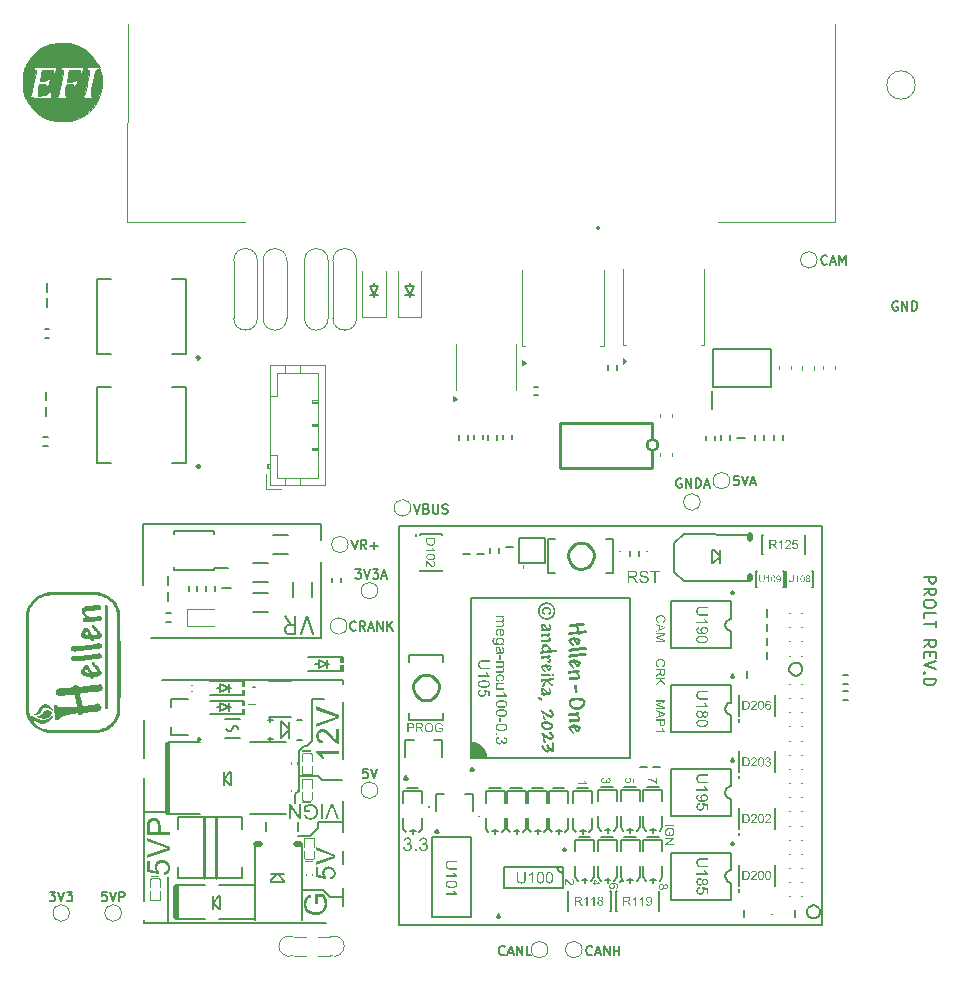
<source format=gto>
G75*
G70*
%OFA0B0*%
%FSLAX25Y25*%
%IPPOS*%
%LPD*%
%AMOC8*
5,1,8,0,0,1.08239X$1,22.5*
%
%ADD10C,0.00787*%
%ADD100C,0.01575*%
%ADD131C,0.00300*%
%ADD132C,0.01000*%
%ADD133C,0.00500*%
%ADD50C,0.00591*%
%ADD55C,0.00800*%
%ADD56C,0.00472*%
%ADD57C,0.00984*%
%ADD58C,0.00669*%
%ADD59C,0.00394*%
%ADD60C,0.00390*%
%ADD61C,0.00010*%
%ADD62C,0.00000*%
%ADD65C,0.01968*%
X0000000Y0000000D02*
%LPD*%
G01*
D50*
X0115405Y0133093D02*
X0117355Y0133093D01*
X0117355Y0133093D02*
X0116305Y0131893D01*
X0116305Y0131893D02*
X0116755Y0131893D01*
X0116755Y0131893D02*
X0117055Y0131743D01*
X0117055Y0131743D02*
X0117205Y0131594D01*
X0117205Y0131594D02*
X0117355Y0131294D01*
X0117355Y0131294D02*
X0117355Y0130544D01*
X0117355Y0130544D02*
X0117205Y0130244D01*
X0117205Y0130244D02*
X0117055Y0130094D01*
X0117055Y0130094D02*
X0116755Y0129944D01*
X0116755Y0129944D02*
X0115855Y0129944D01*
X0115855Y0129944D02*
X0115555Y0130094D01*
X0115555Y0130094D02*
X0115405Y0130244D01*
X0118255Y0133093D02*
X0119305Y0129944D01*
X0119305Y0129944D02*
X0120355Y0133093D01*
X0121105Y0133093D02*
X0123054Y0133093D01*
X0123054Y0133093D02*
X0122005Y0131893D01*
X0122005Y0131893D02*
X0122455Y0131893D01*
X0122455Y0131893D02*
X0122754Y0131743D01*
X0122754Y0131743D02*
X0122904Y0131594D01*
X0122904Y0131594D02*
X0123054Y0131294D01*
X0123054Y0131294D02*
X0123054Y0130544D01*
X0123054Y0130544D02*
X0122904Y0130244D01*
X0122904Y0130244D02*
X0122754Y0130094D01*
X0122754Y0130094D02*
X0122455Y0129944D01*
X0122455Y0129944D02*
X0121555Y0129944D01*
X0121555Y0129944D02*
X0121255Y0130094D01*
X0121255Y0130094D02*
X0121105Y0130244D01*
X0124254Y0130844D02*
X0125754Y0130844D01*
X0123954Y0129944D02*
X0125004Y0133093D01*
X0125004Y0133093D02*
X0126054Y0129944D01*
X0194277Y0004653D02*
X0194127Y0004503D01*
X0194127Y0004503D02*
X0193677Y0004353D01*
X0193677Y0004353D02*
X0193377Y0004353D01*
X0193377Y0004353D02*
X0192927Y0004503D01*
X0192927Y0004503D02*
X0192627Y0004803D01*
X0192627Y0004803D02*
X0192477Y0005103D01*
X0192477Y0005103D02*
X0192327Y0005703D01*
X0192327Y0005703D02*
X0192327Y0006153D01*
X0192327Y0006153D02*
X0192477Y0006753D01*
X0192477Y0006753D02*
X0192627Y0007053D01*
X0192627Y0007053D02*
X0192927Y0007353D01*
X0192927Y0007353D02*
X0193377Y0007503D01*
X0193377Y0007503D02*
X0193677Y0007503D01*
X0193677Y0007503D02*
X0194127Y0007353D01*
X0194127Y0007353D02*
X0194277Y0007203D01*
X0195477Y0005253D02*
X0196976Y0005253D01*
X0195177Y0004353D02*
X0196227Y0007503D01*
X0196227Y0007503D02*
X0197276Y0004353D01*
X0198326Y0004353D02*
X0198326Y0007503D01*
X0198326Y0007503D02*
X0200126Y0004353D01*
X0200126Y0004353D02*
X0200126Y0007503D01*
X0201626Y0004353D02*
X0201626Y0007503D01*
X0201626Y0006003D02*
X0203426Y0006003D01*
X0203426Y0004353D02*
X0203426Y0007503D01*
X0032559Y0025613D02*
X0031060Y0025613D01*
X0031060Y0025613D02*
X0030910Y0024113D01*
X0030910Y0024113D02*
X0031060Y0024263D01*
X0031060Y0024263D02*
X0031360Y0024413D01*
X0031360Y0024413D02*
X0032110Y0024413D01*
X0032110Y0024413D02*
X0032410Y0024263D01*
X0032410Y0024263D02*
X0032559Y0024113D01*
X0032559Y0024113D02*
X0032709Y0023813D01*
X0032709Y0023813D02*
X0032709Y0023063D01*
X0032709Y0023063D02*
X0032559Y0022763D01*
X0032559Y0022763D02*
X0032410Y0022613D01*
X0032410Y0022613D02*
X0032110Y0022463D01*
X0032110Y0022463D02*
X0031360Y0022463D01*
X0031360Y0022463D02*
X0031060Y0022613D01*
X0031060Y0022613D02*
X0030910Y0022763D01*
X0033609Y0025613D02*
X0034659Y0022463D01*
X0034659Y0022463D02*
X0035709Y0025613D01*
X0036759Y0022463D02*
X0036759Y0025613D01*
X0036759Y0025613D02*
X0037959Y0025613D01*
X0037959Y0025613D02*
X0038259Y0025463D01*
X0038259Y0025463D02*
X0038409Y0025313D01*
X0038409Y0025313D02*
X0038559Y0025013D01*
X0038559Y0025013D02*
X0038559Y0024563D01*
X0038559Y0024563D02*
X0038409Y0024263D01*
X0038409Y0024263D02*
X0038259Y0024113D01*
X0038259Y0024113D02*
X0037959Y0023963D01*
X0037959Y0023963D02*
X0036759Y0023963D01*
X0296095Y0222313D02*
X0295795Y0222463D01*
X0295795Y0222463D02*
X0295345Y0222463D01*
X0295345Y0222463D02*
X0294895Y0222313D01*
X0294895Y0222313D02*
X0294595Y0222013D01*
X0294595Y0222013D02*
X0294446Y0221714D01*
X0294446Y0221714D02*
X0294296Y0221114D01*
X0294296Y0221114D02*
X0294296Y0220664D01*
X0294296Y0220664D02*
X0294446Y0220064D01*
X0294446Y0220064D02*
X0294595Y0219764D01*
X0294595Y0219764D02*
X0294895Y0219464D01*
X0294895Y0219464D02*
X0295345Y0219314D01*
X0295345Y0219314D02*
X0295645Y0219314D01*
X0295645Y0219314D02*
X0296095Y0219464D01*
X0296095Y0219464D02*
X0296245Y0219614D01*
X0296245Y0219614D02*
X0296245Y0220664D01*
X0296245Y0220664D02*
X0295645Y0220664D01*
X0297595Y0219314D02*
X0297595Y0222463D01*
X0297595Y0222463D02*
X0299395Y0219314D01*
X0299395Y0219314D02*
X0299395Y0222463D01*
X0300895Y0219314D02*
X0300895Y0222463D01*
X0300895Y0222463D02*
X0301645Y0222463D01*
X0301645Y0222463D02*
X0302095Y0222313D01*
X0302095Y0222313D02*
X0302395Y0222013D01*
X0302395Y0222013D02*
X0302544Y0221714D01*
X0302544Y0221714D02*
X0302694Y0221114D01*
X0302694Y0221114D02*
X0302694Y0220664D01*
X0302694Y0220664D02*
X0302544Y0220064D01*
X0302544Y0220064D02*
X0302395Y0219764D01*
X0302395Y0219764D02*
X0302095Y0219464D01*
X0302095Y0219464D02*
X0301645Y0219314D01*
X0301645Y0219314D02*
X0300895Y0219314D01*
X0243189Y0164196D02*
X0241690Y0164196D01*
X0241690Y0164196D02*
X0241540Y0162696D01*
X0241540Y0162696D02*
X0241690Y0162846D01*
X0241690Y0162846D02*
X0241990Y0162996D01*
X0241990Y0162996D02*
X0242739Y0162996D01*
X0242739Y0162996D02*
X0243039Y0162846D01*
X0243039Y0162846D02*
X0243189Y0162696D01*
X0243189Y0162696D02*
X0243339Y0162396D01*
X0243339Y0162396D02*
X0243339Y0161646D01*
X0243339Y0161646D02*
X0243189Y0161346D01*
X0243189Y0161346D02*
X0243039Y0161196D01*
X0243039Y0161196D02*
X0242739Y0161046D01*
X0242739Y0161046D02*
X0241990Y0161046D01*
X0241990Y0161046D02*
X0241690Y0161196D01*
X0241690Y0161196D02*
X0241540Y0161346D01*
X0244239Y0164196D02*
X0245289Y0161046D01*
X0245289Y0161046D02*
X0246339Y0164196D01*
X0247239Y0161946D02*
X0248739Y0161946D01*
X0246939Y0161046D02*
X0247989Y0164196D01*
X0247989Y0164196D02*
X0249039Y0161046D01*
X0304843Y0130564D02*
X0308780Y0130564D01*
X0308780Y0130564D02*
X0308780Y0129064D01*
X0308780Y0129064D02*
X0308593Y0128689D01*
X0308593Y0128689D02*
X0308405Y0128502D01*
X0308405Y0128502D02*
X0308030Y0128314D01*
X0308030Y0128314D02*
X0307468Y0128314D01*
X0307468Y0128314D02*
X0307093Y0128502D01*
X0307093Y0128502D02*
X0306905Y0128689D01*
X0306905Y0128689D02*
X0306718Y0129064D01*
X0306718Y0129064D02*
X0306718Y0130564D01*
X0304843Y0124377D02*
X0306718Y0125689D01*
X0304843Y0126627D02*
X0308780Y0126627D01*
X0308780Y0126627D02*
X0308780Y0125127D01*
X0308780Y0125127D02*
X0308593Y0124752D01*
X0308593Y0124752D02*
X0308405Y0124565D01*
X0308405Y0124565D02*
X0308030Y0124377D01*
X0308030Y0124377D02*
X0307468Y0124377D01*
X0307468Y0124377D02*
X0307093Y0124565D01*
X0307093Y0124565D02*
X0306905Y0124752D01*
X0306905Y0124752D02*
X0306718Y0125127D01*
X0306718Y0125127D02*
X0306718Y0126627D01*
X0308780Y0121940D02*
X0308780Y0121190D01*
X0308780Y0121190D02*
X0308593Y0120815D01*
X0308593Y0120815D02*
X0308218Y0120440D01*
X0308218Y0120440D02*
X0307468Y0120253D01*
X0307468Y0120253D02*
X0306156Y0120253D01*
X0306156Y0120253D02*
X0305406Y0120440D01*
X0305406Y0120440D02*
X0305031Y0120815D01*
X0305031Y0120815D02*
X0304843Y0121190D01*
X0304843Y0121190D02*
X0304843Y0121940D01*
X0304843Y0121940D02*
X0305031Y0122315D01*
X0305031Y0122315D02*
X0305406Y0122690D01*
X0305406Y0122690D02*
X0306156Y0122877D01*
X0306156Y0122877D02*
X0307468Y0122877D01*
X0307468Y0122877D02*
X0308218Y0122690D01*
X0308218Y0122690D02*
X0308593Y0122315D01*
X0308593Y0122315D02*
X0308780Y0121940D01*
X0304843Y0116691D02*
X0304843Y0118565D01*
X0304843Y0118565D02*
X0308780Y0118565D01*
X0308780Y0115941D02*
X0308780Y0113691D01*
X0304843Y0114816D02*
X0308780Y0114816D01*
X0304843Y0107129D02*
X0306718Y0108442D01*
X0304843Y0109379D02*
X0308780Y0109379D01*
X0308780Y0109379D02*
X0308780Y0107879D01*
X0308780Y0107879D02*
X0308593Y0107504D01*
X0308593Y0107504D02*
X0308405Y0107317D01*
X0308405Y0107317D02*
X0308030Y0107129D01*
X0308030Y0107129D02*
X0307468Y0107129D01*
X0307468Y0107129D02*
X0307093Y0107317D01*
X0307093Y0107317D02*
X0306905Y0107504D01*
X0306905Y0107504D02*
X0306718Y0107879D01*
X0306718Y0107879D02*
X0306718Y0109379D01*
X0306905Y0105442D02*
X0306905Y0104130D01*
X0304843Y0103567D02*
X0304843Y0105442D01*
X0304843Y0105442D02*
X0308780Y0105442D01*
X0308780Y0105442D02*
X0308780Y0103567D01*
X0308780Y0102442D02*
X0304843Y0101130D01*
X0304843Y0101130D02*
X0308780Y0099818D01*
X0305218Y0098505D02*
X0305031Y0098318D01*
X0305031Y0098318D02*
X0304843Y0098505D01*
X0304843Y0098505D02*
X0305031Y0098693D01*
X0305031Y0098693D02*
X0305218Y0098505D01*
X0305218Y0098505D02*
X0304843Y0098505D01*
X0304843Y0096631D02*
X0308780Y0096631D01*
X0308780Y0096631D02*
X0308780Y0095693D01*
X0308780Y0095693D02*
X0308593Y0095131D01*
X0308593Y0095131D02*
X0308218Y0094756D01*
X0308218Y0094756D02*
X0307843Y0094568D01*
X0307843Y0094568D02*
X0307093Y0094381D01*
X0307093Y0094381D02*
X0306531Y0094381D01*
X0306531Y0094381D02*
X0305781Y0094568D01*
X0305781Y0094568D02*
X0305406Y0094756D01*
X0305406Y0094756D02*
X0305031Y0095131D01*
X0305031Y0095131D02*
X0304843Y0095693D01*
X0304843Y0095693D02*
X0304843Y0096631D01*
X0272623Y0234968D02*
X0272473Y0234818D01*
X0272473Y0234818D02*
X0272023Y0234668D01*
X0272023Y0234668D02*
X0271723Y0234668D01*
X0271723Y0234668D02*
X0271273Y0234818D01*
X0271273Y0234818D02*
X0270973Y0235118D01*
X0270973Y0235118D02*
X0270823Y0235418D01*
X0270823Y0235418D02*
X0270673Y0236018D01*
X0270673Y0236018D02*
X0270673Y0236468D01*
X0270673Y0236468D02*
X0270823Y0237068D01*
X0270823Y0237068D02*
X0270973Y0237368D01*
X0270973Y0237368D02*
X0271273Y0237668D01*
X0271273Y0237668D02*
X0271723Y0237818D01*
X0271723Y0237818D02*
X0272023Y0237818D01*
X0272023Y0237818D02*
X0272473Y0237668D01*
X0272473Y0237668D02*
X0272623Y0237518D01*
X0273823Y0235568D02*
X0275323Y0235568D01*
X0273523Y0234668D02*
X0274573Y0237818D01*
X0274573Y0237818D02*
X0275623Y0234668D01*
X0276673Y0234668D02*
X0276673Y0237818D01*
X0276673Y0237818D02*
X0277723Y0235568D01*
X0277723Y0235568D02*
X0278772Y0237818D01*
X0278772Y0237818D02*
X0278772Y0234668D01*
X0115537Y0112921D02*
X0115387Y0112771D01*
X0115387Y0112771D02*
X0114937Y0112621D01*
X0114937Y0112621D02*
X0114637Y0112621D01*
X0114637Y0112621D02*
X0114187Y0112771D01*
X0114187Y0112771D02*
X0113887Y0113071D01*
X0113887Y0113071D02*
X0113737Y0113371D01*
X0113737Y0113371D02*
X0113587Y0113971D01*
X0113587Y0113971D02*
X0113587Y0114421D01*
X0113587Y0114421D02*
X0113737Y0115021D01*
X0113737Y0115021D02*
X0113887Y0115321D01*
X0113887Y0115321D02*
X0114187Y0115621D01*
X0114187Y0115621D02*
X0114637Y0115770D01*
X0114637Y0115770D02*
X0114937Y0115770D01*
X0114937Y0115770D02*
X0115387Y0115621D01*
X0115387Y0115621D02*
X0115537Y0115471D01*
X0118686Y0112621D02*
X0117636Y0114121D01*
X0116886Y0112621D02*
X0116886Y0115770D01*
X0116886Y0115770D02*
X0118086Y0115770D01*
X0118086Y0115770D02*
X0118386Y0115621D01*
X0118386Y0115621D02*
X0118536Y0115471D01*
X0118536Y0115471D02*
X0118686Y0115171D01*
X0118686Y0115171D02*
X0118686Y0114721D01*
X0118686Y0114721D02*
X0118536Y0114421D01*
X0118536Y0114421D02*
X0118386Y0114271D01*
X0118386Y0114271D02*
X0118086Y0114121D01*
X0118086Y0114121D02*
X0116886Y0114121D01*
X0119886Y0113521D02*
X0121386Y0113521D01*
X0119586Y0112621D02*
X0120636Y0115770D01*
X0120636Y0115770D02*
X0121686Y0112621D01*
X0122736Y0112621D02*
X0122736Y0115770D01*
X0122736Y0115770D02*
X0124536Y0112621D01*
X0124536Y0112621D02*
X0124536Y0115770D01*
X0126035Y0112621D02*
X0126035Y0115770D01*
X0127835Y0112621D02*
X0126485Y0114421D01*
X0127835Y0115770D02*
X0126035Y0113971D01*
X0114074Y0142936D02*
X0115124Y0139786D01*
X0115124Y0139786D02*
X0116174Y0142936D01*
X0119024Y0139786D02*
X0117974Y0141286D01*
X0117224Y0139786D02*
X0117224Y0142936D01*
X0117224Y0142936D02*
X0118424Y0142936D01*
X0118424Y0142936D02*
X0118724Y0142786D01*
X0118724Y0142786D02*
X0118874Y0142636D01*
X0118874Y0142636D02*
X0119024Y0142336D01*
X0119024Y0142336D02*
X0119024Y0141886D01*
X0119024Y0141886D02*
X0118874Y0141586D01*
X0118874Y0141586D02*
X0118724Y0141436D01*
X0118724Y0141436D02*
X0118424Y0141286D01*
X0118424Y0141286D02*
X0117224Y0141286D01*
X0120374Y0140986D02*
X0122773Y0140986D01*
X0121573Y0139786D02*
X0121573Y0142186D01*
X0013437Y0025613D02*
X0015387Y0025613D01*
X0015387Y0025613D02*
X0014337Y0024413D01*
X0014337Y0024413D02*
X0014787Y0024413D01*
X0014787Y0024413D02*
X0015087Y0024263D01*
X0015087Y0024263D02*
X0015237Y0024113D01*
X0015237Y0024113D02*
X0015387Y0023813D01*
X0015387Y0023813D02*
X0015387Y0023063D01*
X0015387Y0023063D02*
X0015237Y0022763D01*
X0015237Y0022763D02*
X0015087Y0022613D01*
X0015087Y0022613D02*
X0014787Y0022463D01*
X0014787Y0022463D02*
X0013887Y0022463D01*
X0013887Y0022463D02*
X0013587Y0022613D01*
X0013587Y0022613D02*
X0013437Y0022763D01*
X0016287Y0025613D02*
X0017336Y0022463D01*
X0017336Y0022463D02*
X0018386Y0025613D01*
X0019136Y0025613D02*
X0021086Y0025613D01*
X0021086Y0025613D02*
X0020036Y0024413D01*
X0020036Y0024413D02*
X0020486Y0024413D01*
X0020486Y0024413D02*
X0020786Y0024263D01*
X0020786Y0024263D02*
X0020936Y0024113D01*
X0020936Y0024113D02*
X0021086Y0023813D01*
X0021086Y0023813D02*
X0021086Y0023063D01*
X0021086Y0023063D02*
X0020936Y0022763D01*
X0020936Y0022763D02*
X0020786Y0022613D01*
X0020786Y0022613D02*
X0020486Y0022463D01*
X0020486Y0022463D02*
X0019586Y0022463D01*
X0019586Y0022463D02*
X0019286Y0022613D01*
X0019286Y0022613D02*
X0019136Y0022763D01*
X0224048Y0163258D02*
X0223748Y0163408D01*
X0223748Y0163408D02*
X0223298Y0163408D01*
X0223298Y0163408D02*
X0222848Y0163258D01*
X0222848Y0163258D02*
X0222548Y0162958D01*
X0222548Y0162958D02*
X0222398Y0162658D01*
X0222398Y0162658D02*
X0222248Y0162058D01*
X0222248Y0162058D02*
X0222248Y0161609D01*
X0222248Y0161609D02*
X0222398Y0161009D01*
X0222398Y0161009D02*
X0222548Y0160709D01*
X0222548Y0160709D02*
X0222848Y0160409D01*
X0222848Y0160409D02*
X0223298Y0160259D01*
X0223298Y0160259D02*
X0223598Y0160259D01*
X0223598Y0160259D02*
X0224048Y0160409D01*
X0224048Y0160409D02*
X0224198Y0160559D01*
X0224198Y0160559D02*
X0224198Y0161609D01*
X0224198Y0161609D02*
X0223598Y0161609D01*
X0225548Y0160259D02*
X0225548Y0163408D01*
X0225548Y0163408D02*
X0227348Y0160259D01*
X0227348Y0160259D02*
X0227348Y0163408D01*
X0228847Y0160259D02*
X0228847Y0163408D01*
X0228847Y0163408D02*
X0229597Y0163408D01*
X0229597Y0163408D02*
X0230047Y0163258D01*
X0230047Y0163258D02*
X0230347Y0162958D01*
X0230347Y0162958D02*
X0230497Y0162658D01*
X0230497Y0162658D02*
X0230647Y0162058D01*
X0230647Y0162058D02*
X0230647Y0161609D01*
X0230647Y0161609D02*
X0230497Y0161009D01*
X0230497Y0161009D02*
X0230347Y0160709D01*
X0230347Y0160709D02*
X0230047Y0160409D01*
X0230047Y0160409D02*
X0229597Y0160259D01*
X0229597Y0160259D02*
X0228847Y0160259D01*
X0231847Y0161159D02*
X0233347Y0161159D01*
X0231547Y0160259D02*
X0232597Y0163408D01*
X0232597Y0163408D02*
X0233647Y0160259D01*
X0134940Y0154747D02*
X0135990Y0151597D01*
X0135990Y0151597D02*
X0137040Y0154747D01*
X0139140Y0153247D02*
X0139590Y0153097D01*
X0139590Y0153097D02*
X0139740Y0152947D01*
X0139740Y0152947D02*
X0139890Y0152647D01*
X0139890Y0152647D02*
X0139890Y0152197D01*
X0139890Y0152197D02*
X0139740Y0151897D01*
X0139740Y0151897D02*
X0139590Y0151747D01*
X0139590Y0151747D02*
X0139290Y0151597D01*
X0139290Y0151597D02*
X0138090Y0151597D01*
X0138090Y0151597D02*
X0138090Y0154747D01*
X0138090Y0154747D02*
X0139140Y0154747D01*
X0139140Y0154747D02*
X0139440Y0154597D01*
X0139440Y0154597D02*
X0139590Y0154447D01*
X0139590Y0154447D02*
X0139740Y0154147D01*
X0139740Y0154147D02*
X0139740Y0153847D01*
X0139740Y0153847D02*
X0139590Y0153547D01*
X0139590Y0153547D02*
X0139440Y0153397D01*
X0139440Y0153397D02*
X0139140Y0153247D01*
X0139140Y0153247D02*
X0138090Y0153247D01*
X0141240Y0154747D02*
X0141240Y0152197D01*
X0141240Y0152197D02*
X0141390Y0151897D01*
X0141390Y0151897D02*
X0141540Y0151747D01*
X0141540Y0151747D02*
X0141840Y0151597D01*
X0141840Y0151597D02*
X0142440Y0151597D01*
X0142440Y0151597D02*
X0142739Y0151747D01*
X0142739Y0151747D02*
X0142889Y0151897D01*
X0142889Y0151897D02*
X0143039Y0152197D01*
X0143039Y0152197D02*
X0143039Y0154747D01*
X0144389Y0151747D02*
X0144839Y0151597D01*
X0144839Y0151597D02*
X0145589Y0151597D01*
X0145589Y0151597D02*
X0145889Y0151747D01*
X0145889Y0151747D02*
X0146039Y0151897D01*
X0146039Y0151897D02*
X0146189Y0152197D01*
X0146189Y0152197D02*
X0146189Y0152497D01*
X0146189Y0152497D02*
X0146039Y0152797D01*
X0146039Y0152797D02*
X0145889Y0152947D01*
X0145889Y0152947D02*
X0145589Y0153097D01*
X0145589Y0153097D02*
X0144989Y0153247D01*
X0144989Y0153247D02*
X0144689Y0153397D01*
X0144689Y0153397D02*
X0144539Y0153547D01*
X0144539Y0153547D02*
X0144389Y0153847D01*
X0144389Y0153847D02*
X0144389Y0154147D01*
X0144389Y0154147D02*
X0144539Y0154447D01*
X0144539Y0154447D02*
X0144689Y0154597D01*
X0144689Y0154597D02*
X0144989Y0154747D01*
X0144989Y0154747D02*
X0145739Y0154747D01*
X0145739Y0154747D02*
X0146189Y0154597D01*
X0165143Y0004653D02*
X0164993Y0004503D01*
X0164993Y0004503D02*
X0164543Y0004353D01*
X0164543Y0004353D02*
X0164243Y0004353D01*
X0164243Y0004353D02*
X0163793Y0004503D01*
X0163793Y0004503D02*
X0163493Y0004803D01*
X0163493Y0004803D02*
X0163343Y0005103D01*
X0163343Y0005103D02*
X0163193Y0005703D01*
X0163193Y0005703D02*
X0163193Y0006153D01*
X0163193Y0006153D02*
X0163343Y0006753D01*
X0163343Y0006753D02*
X0163493Y0007053D01*
X0163493Y0007053D02*
X0163793Y0007353D01*
X0163793Y0007353D02*
X0164243Y0007503D01*
X0164243Y0007503D02*
X0164543Y0007503D01*
X0164543Y0007503D02*
X0164993Y0007353D01*
X0164993Y0007353D02*
X0165143Y0007203D01*
X0166343Y0005253D02*
X0167843Y0005253D01*
X0166043Y0004353D02*
X0167093Y0007503D01*
X0167093Y0007503D02*
X0168143Y0004353D01*
X0169192Y0004353D02*
X0169192Y0007503D01*
X0169192Y0007503D02*
X0170992Y0004353D01*
X0170992Y0004353D02*
X0170992Y0007503D01*
X0173992Y0004353D02*
X0172492Y0004353D01*
X0172492Y0004353D02*
X0172492Y0007503D01*
X0119567Y0066558D02*
X0118068Y0066558D01*
X0118068Y0066558D02*
X0117918Y0065058D01*
X0117918Y0065058D02*
X0118068Y0065208D01*
X0118068Y0065208D02*
X0118368Y0065358D01*
X0118368Y0065358D02*
X0119117Y0065358D01*
X0119117Y0065358D02*
X0119417Y0065208D01*
X0119417Y0065208D02*
X0119567Y0065058D01*
X0119567Y0065058D02*
X0119717Y0064758D01*
X0119717Y0064758D02*
X0119717Y0064008D01*
X0119717Y0064008D02*
X0119567Y0063708D01*
X0119567Y0063708D02*
X0119417Y0063558D01*
X0119417Y0063558D02*
X0119117Y0063408D01*
X0119117Y0063408D02*
X0118368Y0063408D01*
X0118368Y0063408D02*
X0118068Y0063558D01*
X0118068Y0063558D02*
X0117918Y0063708D01*
X0120617Y0066558D02*
X0121667Y0063408D01*
X0121667Y0063408D02*
X0122717Y0066558D01*
D55*
X0149862Y0176273D02*
X0149862Y0177848D01*
X0152799Y0176269D02*
X0152799Y0177844D01*
D56*
X0112992Y0141339D02*
G75*
G02*
X0107480Y0141339I-002756J0000000D01*
G01*
X0107480Y0141339D02*
G75*
G02*
X0112992Y0141339I0002756J0000000D01*
G01*
D10*
X0242441Y0176969D02*
X0245394Y0176969D01*
X0012244Y0192323D02*
X0012244Y0189370D01*
D55*
X0279528Y0089469D02*
X0277953Y0089469D01*
X0279532Y0092405D02*
X0277957Y0092405D01*
D56*
X0107874Y0235827D02*
X0107874Y0216732D01*
X0115748Y0235827D02*
X0115748Y0216732D01*
X0107874Y0236024D02*
G75*
G02*
X0115748Y0236024I0003937J0000000D01*
G01*
X0115748Y0216732D02*
G75*
G02*
X0107874Y0216732I-003937J0000000D01*
G01*
X0020079Y0018504D02*
G75*
G02*
X0014567Y0018504I-002756J0000000D01*
G01*
X0014567Y0018504D02*
G75*
G02*
X0020079Y0018504I0002756J0000000D01*
G01*
X0216890Y0183699D02*
X0216890Y0184805D01*
X0220906Y0183699D02*
X0220906Y0184805D01*
D10*
X0234193Y0186417D02*
X0234193Y0192421D01*
X0234705Y0206398D02*
X0253996Y0206398D01*
X0234705Y0193799D02*
X0234705Y0206398D01*
X0253996Y0206398D02*
X0253996Y0193799D01*
X0253996Y0193799D02*
X0234705Y0193799D01*
D55*
X0012992Y0174114D02*
X0011417Y0174114D01*
X0012996Y0177051D02*
X0011421Y0177051D01*
D10*
X0012638Y0228543D02*
X0012638Y0225591D01*
D55*
X0277949Y0094997D02*
X0279523Y0094997D01*
X0277953Y0097933D02*
X0279528Y0097933D01*
D56*
X0170965Y0232874D02*
X0170965Y0207598D01*
X0170965Y0207598D02*
X0172028Y0207598D01*
X0198130Y0232874D02*
X0198130Y0207598D01*
X0198130Y0207598D02*
X0197067Y0207598D01*
X0172185Y0202008D02*
X0170886Y0201063D01*
X0170886Y0202953D01*
X0172185Y0202008D01*
G36*
X0172185Y0202008D02*
G01*
X0170886Y0201063D01*
X0170886Y0202953D01*
X0172185Y0202008D01*
G37*
D57*
X0183661Y0167008D02*
X0183661Y0182008D01*
X0214409Y0182008D02*
X0183661Y0182008D01*
X0214409Y0181378D02*
X0214409Y0182008D01*
X0214409Y0181378D02*
X0214409Y0176378D01*
X0214409Y0172598D02*
X0214409Y0167598D01*
X0214409Y0167598D02*
X0214409Y0167008D01*
X0214409Y0167008D02*
X0183661Y0167008D01*
X0214442Y0176378D02*
G75*
G02*
X0214409Y0176378I-000032J-001850D01*
G01*
D56*
X0037402Y0018504D02*
G75*
G02*
X0031890Y0018504I-002756J0000000D01*
G01*
X0031890Y0018504D02*
G75*
G02*
X0037402Y0018504I0002756J0000000D01*
G01*
D10*
X0029331Y0193701D02*
X0033858Y0193701D01*
X0029331Y0168504D02*
X0029331Y0193701D01*
X0033858Y0168504D02*
X0029331Y0168504D01*
X0054331Y0193701D02*
X0058858Y0193701D01*
X0058858Y0193701D02*
X0058858Y0168504D01*
X0058858Y0168504D02*
X0054331Y0168504D01*
D57*
X0063484Y0167323D02*
G75*
G02*
X0062500Y0167323I-000492J0000000D01*
G01*
X0062500Y0167323D02*
G75*
G02*
X0063484Y0167323I0000492J0000000D01*
G01*
D58*
X0103144Y0103002D02*
X0103144Y0100246D01*
X0103144Y0101624D02*
X0101963Y0101624D01*
X0105900Y0103002D02*
X0105900Y0100246D01*
X0105900Y0101624D02*
X0103144Y0103002D01*
X0105900Y0101624D02*
X0103144Y0100246D01*
X0106687Y0101624D02*
X0105900Y0101624D01*
D50*
X0110624Y0103789D02*
X0110628Y0102230D01*
X0110624Y0101018D02*
X0110624Y0099262D01*
X0111128Y0103888D02*
X0099600Y0103888D01*
X0111128Y0103888D02*
X0111128Y0102230D01*
X0111128Y0102624D02*
X0110624Y0102624D01*
X0111128Y0101018D02*
X0111128Y0099262D01*
X0111128Y0100624D02*
X0110628Y0100624D01*
X0111128Y0099262D02*
X0099600Y0099262D01*
D55*
X0174799Y0191060D02*
X0176374Y0191060D01*
X0174803Y0193996D02*
X0176378Y0193996D01*
D56*
X0230315Y0155512D02*
G75*
G02*
X0224803Y0155512I-002756J0000000D01*
G01*
X0224803Y0155512D02*
G75*
G02*
X0230315Y0155512I0002756J0000000D01*
G01*
D10*
X0012244Y0187205D02*
X0012244Y0184252D01*
D55*
X0107579Y0128740D02*
X0107579Y0130315D01*
X0110515Y0128736D02*
X0110515Y0130311D01*
D56*
X0085591Y0164921D02*
X0085591Y0160000D01*
X0085591Y0160000D02*
X0090512Y0160000D01*
X0085984Y0168110D02*
X0085984Y0166929D01*
X0085984Y0166929D02*
X0086772Y0166929D01*
X0086378Y0168110D02*
X0086378Y0166929D01*
X0086772Y0201024D02*
X0086772Y0161181D01*
X0086772Y0171260D02*
X0089173Y0171260D01*
X0086772Y0168110D02*
X0085984Y0168110D01*
X0086772Y0161181D02*
X0105354Y0161181D01*
X0089173Y0198622D02*
X0089173Y0190945D01*
X0089173Y0190945D02*
X0086772Y0190945D01*
X0089173Y0171260D02*
X0089173Y0163583D01*
X0089173Y0163583D02*
X0102953Y0163583D01*
X0091929Y0201024D02*
X0091929Y0198622D01*
X0091929Y0161181D02*
X0091929Y0163583D01*
X0097047Y0201024D02*
X0097047Y0198622D01*
X0097047Y0161181D02*
X0097047Y0163583D01*
X0100984Y0189370D02*
X0102953Y0189370D01*
X0100984Y0188583D02*
X0100984Y0189370D01*
X0100984Y0181496D02*
X0102953Y0181496D01*
X0100984Y0180709D02*
X0100984Y0181496D01*
X0100984Y0173622D02*
X0102953Y0173622D01*
X0100984Y0172835D02*
X0100984Y0173622D01*
X0102953Y0198622D02*
X0089173Y0198622D01*
X0102953Y0188976D02*
X0100984Y0188976D01*
X0102953Y0188583D02*
X0100984Y0188583D01*
X0102953Y0181102D02*
X0100984Y0181102D01*
X0102953Y0180709D02*
X0100984Y0180709D01*
X0102953Y0173228D02*
X0100984Y0173228D01*
X0102953Y0172835D02*
X0100984Y0172835D01*
X0102953Y0163583D02*
X0102953Y0198622D01*
X0105354Y0201024D02*
X0086772Y0201024D01*
X0105354Y0161181D02*
X0105354Y0201024D01*
D10*
X0129921Y0014567D02*
X0129921Y0147638D01*
X0270866Y0147638D02*
X0129921Y0147638D01*
X0270866Y0014567D02*
X0129921Y0014567D01*
X0270866Y0014567D02*
X0270866Y0147638D01*
D55*
X0199721Y0201185D02*
X0199721Y0199610D01*
X0202657Y0201181D02*
X0202657Y0199606D01*
D56*
X0112598Y0114173D02*
G75*
G02*
X0107087Y0114173I-002756J0000000D01*
G01*
X0107087Y0114173D02*
G75*
G02*
X0112598Y0114173I0002756J0000000D01*
G01*
D55*
X0232244Y0176083D02*
X0232244Y0177657D01*
X0235180Y0176079D02*
X0235181Y0177653D01*
X0154839Y0177957D02*
X0154839Y0176382D01*
X0157776Y0177953D02*
X0157776Y0176378D01*
D56*
X0122835Y0125984D02*
G75*
G02*
X0117323Y0125984I-002756J0000000D01*
G01*
X0117323Y0125984D02*
G75*
G02*
X0122835Y0125984I0002756J0000000D01*
G01*
D59*
X0039370Y0248819D02*
X0078740Y0248819D01*
X0039496Y0314961D02*
X0039370Y0248819D01*
D10*
X0195866Y0246850D02*
X0195866Y0246850D01*
X0196654Y0246850D02*
X0196654Y0246850D01*
D59*
X0236220Y0248819D02*
X0275413Y0248819D01*
X0275413Y0248819D02*
X0275413Y0314961D01*
X0275413Y0341929D02*
D10*
X0195866Y0246850D02*
G75*
G02*
X0196654Y0246850I0000394J0000000D01*
G01*
X0196654Y0246850D02*
G75*
G02*
X0195866Y0246850I-000394J0000000D01*
G01*
X0029331Y0229921D02*
X0033858Y0229921D01*
X0029331Y0204724D02*
X0029331Y0229921D01*
X0033858Y0204724D02*
X0029331Y0204724D01*
X0054331Y0229921D02*
X0058858Y0229921D01*
X0058858Y0229921D02*
X0058858Y0204724D01*
X0058858Y0204724D02*
X0054331Y0204724D01*
D57*
X0063484Y0203543D02*
G75*
G02*
X0062500Y0203543I-000492J0000000D01*
G01*
X0062500Y0203543D02*
G75*
G02*
X0063484Y0203543I0000492J0000000D01*
G01*
D56*
X0190945Y0006299D02*
G75*
G02*
X0185433Y0006299I-002756J0000000D01*
G01*
X0185433Y0006299D02*
G75*
G02*
X0190945Y0006299I0002756J0000000D01*
G01*
X0179528Y0006299D02*
G75*
G02*
X0174016Y0006299I-002756J0000000D01*
G01*
X0174016Y0006299D02*
G75*
G02*
X0179528Y0006299I0002756J0000000D01*
G01*
X0269291Y0236220D02*
G75*
G02*
X0263780Y0236220I-002756J0000000D01*
G01*
X0263780Y0236220D02*
G75*
G02*
X0269291Y0236220I0002756J0000000D01*
G01*
X0264134Y0200936D02*
X0264134Y0199654D01*
X0268150Y0200936D02*
X0268150Y0199654D01*
X0148878Y0200591D02*
X0148878Y0208268D01*
X0148878Y0200591D02*
X0148878Y0192913D01*
X0169035Y0200591D02*
X0169035Y0208268D01*
X0169035Y0200591D02*
X0169035Y0192913D01*
X0149252Y0189961D02*
X0147953Y0189016D01*
X0147953Y0190906D01*
X0149252Y0189961D01*
G36*
X0149252Y0189961D02*
G01*
X0147953Y0189016D01*
X0147953Y0190906D01*
X0149252Y0189961D01*
G37*
X0084646Y0235827D02*
X0084646Y0216732D01*
X0092520Y0235827D02*
X0092520Y0216732D01*
X0084646Y0236024D02*
G75*
G02*
X0092520Y0236024I0003937J0000000D01*
G01*
X0092520Y0216732D02*
G75*
G02*
X0084646Y0216732I-003937J0000000D01*
G01*
X0240157Y0162598D02*
G75*
G02*
X0234646Y0162598I-002756J0000000D01*
G01*
X0234646Y0162598D02*
G75*
G02*
X0240157Y0162598I0002756J0000000D01*
G01*
D60*
X0094787Y0010630D02*
X0098787Y0010630D01*
X0098787Y0004331D02*
X0094787Y0004331D01*
X0102787Y0010630D02*
X0106787Y0010630D01*
X0106787Y0004331D02*
X0102787Y0004331D01*
D56*
X0094553Y0004317D02*
G75*
G02*
X0094587Y0010630I-001265J0003163D01*
G01*
X0106988Y0010630D02*
G75*
G02*
X0107004Y0004324I0001299J-003150D01*
G01*
D55*
X0013386Y0210335D02*
X0011811Y0210335D01*
X0013390Y0213271D02*
X0011815Y0213271D01*
D56*
X0122835Y0059449D02*
G75*
G02*
X0117323Y0059449I-002756J0000000D01*
G01*
X0117323Y0059449D02*
G75*
G02*
X0122835Y0059449I0002756J0000000D01*
G01*
X0117717Y0217126D02*
X0117717Y0232480D01*
X0117717Y0217126D02*
X0125591Y0217126D01*
D58*
X0121654Y0227362D02*
X0121654Y0228543D01*
X0121654Y0224606D02*
X0120276Y0227362D01*
X0121654Y0224606D02*
X0123031Y0227362D01*
X0121654Y0223819D02*
X0121654Y0224606D01*
X0123031Y0227362D02*
X0120276Y0227362D01*
X0123031Y0224606D02*
X0120276Y0224606D01*
D56*
X0125591Y0217126D02*
X0125591Y0232480D01*
X0074803Y0235827D02*
X0074803Y0216732D01*
X0082677Y0235827D02*
X0082677Y0216732D01*
X0074803Y0236024D02*
G75*
G02*
X0082677Y0236024I0003937J0000000D01*
G01*
X0082677Y0216732D02*
G75*
G02*
X0074803Y0216732I-003937J0000000D01*
G01*
X0133858Y0153543D02*
G75*
G02*
X0128346Y0153543I-002756J0000000D01*
G01*
X0128346Y0153543D02*
G75*
G02*
X0133858Y0153543I0002756J0000000D01*
G01*
X0129528Y0217126D02*
X0129528Y0232480D01*
X0129528Y0217126D02*
X0137402Y0217126D01*
D58*
X0133465Y0227362D02*
X0133465Y0228543D01*
X0133465Y0224606D02*
X0132087Y0227362D01*
X0133465Y0224606D02*
X0134843Y0227362D01*
X0133465Y0223819D02*
X0133465Y0224606D01*
X0134843Y0227362D02*
X0132087Y0227362D01*
X0134843Y0224606D02*
X0132087Y0224606D01*
D56*
X0137402Y0217126D02*
X0137402Y0232480D01*
X0271220Y0200985D02*
X0271220Y0199704D01*
X0275236Y0200985D02*
X0275236Y0199704D01*
D55*
X0254941Y0176181D02*
X0254941Y0177756D01*
X0257877Y0176177D02*
X0257877Y0177752D01*
X0248642Y0176181D02*
X0248642Y0177756D01*
X0251578Y0176177D02*
X0251578Y0177752D01*
D56*
X0216890Y0171813D02*
X0216890Y0170706D01*
X0220906Y0171813D02*
X0220906Y0170706D01*
D55*
X0164682Y0177957D02*
X0164682Y0176382D01*
X0167618Y0177953D02*
X0167618Y0176378D01*
D56*
X0204537Y0233268D02*
X0204537Y0207992D01*
X0204537Y0207992D02*
X0205600Y0207992D01*
X0231703Y0233268D02*
X0231703Y0207992D01*
X0231703Y0207992D02*
X0230640Y0207992D01*
X0205758Y0202402D02*
X0204459Y0201457D01*
X0204459Y0203346D01*
X0205758Y0202402D01*
G36*
X0205758Y0202402D02*
G01*
X0204459Y0201457D01*
X0204459Y0203346D01*
X0205758Y0202402D01*
G37*
X0098425Y0235827D02*
X0098425Y0216732D01*
X0106299Y0235827D02*
X0106299Y0216732D01*
X0098425Y0236024D02*
G75*
G02*
X0106299Y0236024I0003937J0000000D01*
G01*
X0106299Y0216732D02*
G75*
G02*
X0098425Y0216732I-003937J0000000D01*
G01*
D10*
X0012638Y0223425D02*
X0012638Y0220472D01*
D61*
X0019207Y0308426D02*
X0020397Y0308366D01*
X0021297Y0308226D01*
X0022117Y0307966D01*
X0023047Y0307546D01*
X0023387Y0307376D01*
X0025497Y0306046D01*
X0027477Y0304286D01*
X0029087Y0302296D01*
X0029357Y0301856D01*
X0030107Y0300606D01*
X0028107Y0300606D01*
X0026877Y0300556D01*
X0026177Y0300376D01*
X0025927Y0300116D01*
X0025987Y0299686D01*
X0026267Y0299616D01*
X0026627Y0299446D01*
X0026637Y0298846D01*
X0026607Y0298696D01*
X0026467Y0297976D01*
X0026257Y0296796D01*
X0025987Y0295346D01*
X0025837Y0294476D01*
X0025527Y0292896D01*
X0025257Y0291866D01*
X0024987Y0291276D01*
X0024687Y0291036D01*
X0024647Y0291026D01*
X0024597Y0291006D01*
X0024077Y0290786D01*
X0024107Y0290556D01*
X0024657Y0290376D01*
X0025667Y0290286D01*
X0026047Y0290276D01*
X0027117Y0290326D01*
X0027837Y0290456D01*
X0028047Y0290606D01*
X0027777Y0290906D01*
X0027547Y0290946D01*
X0027307Y0290966D01*
X0027157Y0291086D01*
X0027117Y0291406D01*
X0027177Y0292036D01*
X0027347Y0293066D01*
X0027647Y0294596D01*
X0027847Y0295596D01*
X0028257Y0297496D01*
X0028637Y0298796D01*
X0028957Y0299466D01*
X0029077Y0299556D01*
X0029657Y0299926D01*
X0029777Y0300066D01*
X0030027Y0300096D01*
X0030317Y0299576D01*
X0030607Y0298626D01*
X0030847Y0297376D01*
X0030917Y0296836D01*
X0030907Y0294096D01*
X0030297Y0291376D01*
X0029117Y0288806D01*
X0027427Y0286536D01*
X0026827Y0285916D01*
X0024807Y0284276D01*
X0022737Y0283186D01*
X0020427Y0282576D01*
X0018217Y0282386D01*
X0015877Y0282406D01*
X0014067Y0282676D01*
X0013557Y0282816D01*
X0010887Y0284006D01*
X0008577Y0285756D01*
X0006617Y0288066D01*
X0005477Y0289976D01*
X0005169Y0290606D01*
X0006217Y0290606D01*
X0006437Y0290456D01*
X0007287Y0290346D01*
X0008747Y0290286D01*
X0010027Y0290276D01*
X0014047Y0290276D01*
X0014047Y0290606D01*
X0015387Y0290606D01*
X0015687Y0290436D01*
X0016477Y0290316D01*
X0017387Y0290276D01*
X0018447Y0290326D01*
X0019167Y0290456D01*
X0019387Y0290606D01*
X0019107Y0290896D01*
X0018847Y0290946D01*
X0018527Y0291046D01*
X0018427Y0291466D01*
X0018517Y0292356D01*
X0018537Y0292486D01*
X0018717Y0293516D01*
X0018887Y0294296D01*
X0018947Y0294486D01*
X0019327Y0294766D01*
X0020017Y0294926D01*
X0020767Y0294926D01*
X0021287Y0294776D01*
X0021387Y0294606D01*
X0021547Y0294256D01*
X0021917Y0294326D01*
X0022307Y0294736D01*
X0022477Y0295196D01*
X0022557Y0296036D01*
X0022357Y0296276D01*
X0021977Y0296006D01*
X0021387Y0295736D01*
X0020507Y0295616D01*
X0020437Y0295606D01*
X0019297Y0295606D01*
X0019527Y0297346D01*
X0019687Y0298376D01*
X0019847Y0299126D01*
X0019917Y0299346D01*
X0020317Y0299486D01*
X0021177Y0299586D01*
X0021937Y0299606D01*
X0022997Y0299576D01*
X0023517Y0299456D01*
X0023627Y0299216D01*
X0023597Y0299116D01*
X0023637Y0298676D01*
X0023857Y0298606D01*
X0024217Y0298906D01*
X0024447Y0299596D01*
X0024457Y0299606D01*
X0024597Y0300606D01*
X0020827Y0300606D01*
X0019157Y0300596D01*
X0018047Y0300546D01*
X0017397Y0300446D01*
X0017107Y0300286D01*
X0017047Y0300106D01*
X0017317Y0299666D01*
X0017547Y0299606D01*
X0017777Y0299626D01*
X0017927Y0299596D01*
X0017987Y0299426D01*
X0017957Y0299016D01*
X0017817Y0298246D01*
X0017577Y0297036D01*
X0017217Y0295276D01*
X0016897Y0293716D01*
X0016637Y0292406D01*
X0016457Y0291486D01*
X0016387Y0291076D01*
X0016387Y0291066D01*
X0016107Y0290956D01*
X0015887Y0290946D01*
X0015597Y0290836D01*
X0015437Y0290766D01*
X0015387Y0290606D01*
X0014047Y0290606D01*
X0014047Y0291276D01*
X0013897Y0292076D01*
X0013547Y0292276D01*
X0013107Y0292026D01*
X0013047Y0291806D01*
X0012757Y0291536D01*
X0012027Y0291266D01*
X0011107Y0291056D01*
X0010217Y0290946D01*
X0009597Y0290996D01*
X0009487Y0291066D01*
X0009427Y0291466D01*
X0009457Y0292326D01*
X0009537Y0293096D01*
X0009767Y0294946D01*
X0011077Y0294946D01*
X0011897Y0294866D01*
X0012357Y0294656D01*
X0012387Y0294586D01*
X0012517Y0294256D01*
X0012817Y0294396D01*
X0013167Y0294866D01*
X0013417Y0295546D01*
X0013417Y0295556D01*
X0013487Y0296316D01*
X0013267Y0296606D01*
X0013177Y0296606D01*
X0012757Y0296416D01*
X0012717Y0296276D01*
X0012417Y0296066D01*
X0011687Y0295946D01*
X0011437Y0295946D01*
X0010167Y0295946D01*
X0010497Y0297776D01*
X0010827Y0299616D01*
X0012807Y0299606D01*
X0013917Y0299586D01*
X0014487Y0299476D01*
X0014627Y0299246D01*
X0014597Y0299106D01*
X0014637Y0298676D01*
X0014857Y0298606D01*
X0015217Y0298906D01*
X0015447Y0299596D01*
X0015457Y0299606D01*
X0015597Y0300606D01*
X0011827Y0300606D01*
X0010157Y0300596D01*
X0009047Y0300546D01*
X0008397Y0300446D01*
X0008107Y0300286D01*
X0008047Y0300106D01*
X0008317Y0299676D01*
X0008567Y0299606D01*
X0008947Y0299386D01*
X0008927Y0299026D01*
X0008797Y0298476D01*
X0008567Y0297426D01*
X0008287Y0296046D01*
X0008017Y0294696D01*
X0007617Y0292816D01*
X0007257Y0291576D01*
X0006957Y0290996D01*
X0006857Y0290946D01*
X0006307Y0290716D01*
X0006217Y0290606D01*
X0005169Y0290606D01*
X0005057Y0290836D01*
X0004787Y0291616D01*
X0004637Y0292486D01*
X0004567Y0293626D01*
X0004547Y0295236D01*
X0004547Y0295446D01*
X0004567Y0297116D01*
X0004627Y0298316D01*
X0004777Y0299226D01*
X0005037Y0300046D01*
X0005447Y0300956D01*
X0005507Y0301056D01*
X0006817Y0303136D01*
X0008597Y0305096D01*
X0010637Y0306716D01*
X0011907Y0307456D01*
X0012847Y0307886D01*
X0013657Y0308176D01*
X0014547Y0308336D01*
X0015687Y0308416D01*
X0017287Y0308436D01*
X0017557Y0308436D01*
X0019207Y0308426D01*
G36*
X0019207Y0308426D02*
G01*
X0020397Y0308366D01*
X0021297Y0308226D01*
X0022117Y0307966D01*
X0023047Y0307546D01*
X0023387Y0307376D01*
X0025497Y0306046D01*
X0027477Y0304286D01*
X0029087Y0302296D01*
X0029357Y0301856D01*
X0030107Y0300606D01*
X0028107Y0300606D01*
X0026877Y0300556D01*
X0026177Y0300376D01*
X0025927Y0300116D01*
X0025987Y0299686D01*
X0026267Y0299616D01*
X0026627Y0299446D01*
X0026637Y0298846D01*
X0026607Y0298696D01*
X0026467Y0297976D01*
X0026257Y0296796D01*
X0025987Y0295346D01*
X0025837Y0294476D01*
X0025527Y0292896D01*
X0025257Y0291866D01*
X0024987Y0291276D01*
X0024687Y0291036D01*
X0024647Y0291026D01*
X0024597Y0291006D01*
X0024077Y0290786D01*
X0024107Y0290556D01*
X0024657Y0290376D01*
X0025667Y0290286D01*
X0026047Y0290276D01*
X0027117Y0290326D01*
X0027837Y0290456D01*
X0028047Y0290606D01*
X0027777Y0290906D01*
X0027547Y0290946D01*
X0027307Y0290966D01*
X0027157Y0291086D01*
X0027117Y0291406D01*
X0027177Y0292036D01*
X0027347Y0293066D01*
X0027647Y0294596D01*
X0027847Y0295596D01*
X0028257Y0297496D01*
X0028637Y0298796D01*
X0028957Y0299466D01*
X0029077Y0299556D01*
X0029657Y0299926D01*
X0029777Y0300066D01*
X0030027Y0300096D01*
X0030317Y0299576D01*
X0030607Y0298626D01*
X0030847Y0297376D01*
X0030917Y0296836D01*
X0030907Y0294096D01*
X0030297Y0291376D01*
X0029117Y0288806D01*
X0027427Y0286536D01*
X0026827Y0285916D01*
X0024807Y0284276D01*
X0022737Y0283186D01*
X0020427Y0282576D01*
X0018217Y0282386D01*
X0015877Y0282406D01*
X0014067Y0282676D01*
X0013557Y0282816D01*
X0010887Y0284006D01*
X0008577Y0285756D01*
X0006617Y0288066D01*
X0005477Y0289976D01*
X0005169Y0290606D01*
X0006217Y0290606D01*
X0006437Y0290456D01*
X0007287Y0290346D01*
X0008747Y0290286D01*
X0010027Y0290276D01*
X0014047Y0290276D01*
X0014047Y0290606D01*
X0015387Y0290606D01*
X0015687Y0290436D01*
X0016477Y0290316D01*
X0017387Y0290276D01*
X0018447Y0290326D01*
X0019167Y0290456D01*
X0019387Y0290606D01*
X0019107Y0290896D01*
X0018847Y0290946D01*
X0018527Y0291046D01*
X0018427Y0291466D01*
X0018517Y0292356D01*
X0018537Y0292486D01*
X0018717Y0293516D01*
X0018887Y0294296D01*
X0018947Y0294486D01*
X0019327Y0294766D01*
X0020017Y0294926D01*
X0020767Y0294926D01*
X0021287Y0294776D01*
X0021387Y0294606D01*
X0021547Y0294256D01*
X0021917Y0294326D01*
X0022307Y0294736D01*
X0022477Y0295196D01*
X0022557Y0296036D01*
X0022357Y0296276D01*
X0021977Y0296006D01*
X0021387Y0295736D01*
X0020507Y0295616D01*
X0020437Y0295606D01*
X0019297Y0295606D01*
X0019527Y0297346D01*
X0019687Y0298376D01*
X0019847Y0299126D01*
X0019917Y0299346D01*
X0020317Y0299486D01*
X0021177Y0299586D01*
X0021937Y0299606D01*
X0022997Y0299576D01*
X0023517Y0299456D01*
X0023627Y0299216D01*
X0023597Y0299116D01*
X0023637Y0298676D01*
X0023857Y0298606D01*
X0024217Y0298906D01*
X0024447Y0299596D01*
X0024457Y0299606D01*
X0024597Y0300606D01*
X0020827Y0300606D01*
X0019157Y0300596D01*
X0018047Y0300546D01*
X0017397Y0300446D01*
X0017107Y0300286D01*
X0017047Y0300106D01*
X0017317Y0299666D01*
X0017547Y0299606D01*
X0017777Y0299626D01*
X0017927Y0299596D01*
X0017987Y0299426D01*
X0017957Y0299016D01*
X0017817Y0298246D01*
X0017577Y0297036D01*
X0017217Y0295276D01*
X0016897Y0293716D01*
X0016637Y0292406D01*
X0016457Y0291486D01*
X0016387Y0291076D01*
X0016387Y0291066D01*
X0016107Y0290956D01*
X0015887Y0290946D01*
X0015597Y0290836D01*
X0015437Y0290766D01*
X0015387Y0290606D01*
X0014047Y0290606D01*
X0014047Y0291276D01*
X0013897Y0292076D01*
X0013547Y0292276D01*
X0013107Y0292026D01*
X0013047Y0291806D01*
X0012757Y0291536D01*
X0012027Y0291266D01*
X0011107Y0291056D01*
X0010217Y0290946D01*
X0009597Y0290996D01*
X0009487Y0291066D01*
X0009427Y0291466D01*
X0009457Y0292326D01*
X0009537Y0293096D01*
X0009767Y0294946D01*
X0011077Y0294946D01*
X0011897Y0294866D01*
X0012357Y0294656D01*
X0012387Y0294586D01*
X0012517Y0294256D01*
X0012817Y0294396D01*
X0013167Y0294866D01*
X0013417Y0295546D01*
X0013417Y0295556D01*
X0013487Y0296316D01*
X0013267Y0296606D01*
X0013177Y0296606D01*
X0012757Y0296416D01*
X0012717Y0296276D01*
X0012417Y0296066D01*
X0011687Y0295946D01*
X0011437Y0295946D01*
X0010167Y0295946D01*
X0010497Y0297776D01*
X0010827Y0299616D01*
X0012807Y0299606D01*
X0013917Y0299586D01*
X0014487Y0299476D01*
X0014627Y0299246D01*
X0014597Y0299106D01*
X0014637Y0298676D01*
X0014857Y0298606D01*
X0015217Y0298906D01*
X0015447Y0299596D01*
X0015457Y0299606D01*
X0015597Y0300606D01*
X0011827Y0300606D01*
X0010157Y0300596D01*
X0009047Y0300546D01*
X0008397Y0300446D01*
X0008107Y0300286D01*
X0008047Y0300106D01*
X0008317Y0299676D01*
X0008567Y0299606D01*
X0008947Y0299386D01*
X0008927Y0299026D01*
X0008797Y0298476D01*
X0008567Y0297426D01*
X0008287Y0296046D01*
X0008017Y0294696D01*
X0007617Y0292816D01*
X0007257Y0291576D01*
X0006957Y0290996D01*
X0006857Y0290946D01*
X0006307Y0290716D01*
X0006217Y0290606D01*
X0005169Y0290606D01*
X0005057Y0290836D01*
X0004787Y0291616D01*
X0004637Y0292486D01*
X0004567Y0293626D01*
X0004547Y0295236D01*
X0004547Y0295446D01*
X0004567Y0297116D01*
X0004627Y0298316D01*
X0004777Y0299226D01*
X0005037Y0300046D01*
X0005447Y0300956D01*
X0005507Y0301056D01*
X0006817Y0303136D01*
X0008597Y0305096D01*
X0010637Y0306716D01*
X0011907Y0307456D01*
X0012847Y0307886D01*
X0013657Y0308176D01*
X0014547Y0308336D01*
X0015687Y0308416D01*
X0017287Y0308436D01*
X0017557Y0308436D01*
X0019207Y0308426D01*
G37*
D56*
X0256614Y0200985D02*
X0256614Y0199704D01*
X0260630Y0200985D02*
X0260630Y0199704D01*
D55*
X0237362Y0176181D02*
X0237362Y0177756D01*
X0240299Y0176177D02*
X0240299Y0177752D01*
D62*
G36*
X0012925Y0086173D02*
G01*
X0012971Y0086164D01*
X0013259Y0086085D01*
X0013526Y0085968D01*
X0013746Y0085827D01*
X0013838Y0085742D01*
X0013929Y0085634D01*
X0014030Y0085503D01*
X0014127Y0085370D01*
X0014202Y0085258D01*
X0014241Y0085189D01*
X0014244Y0085179D01*
X0014226Y0085126D01*
X0014185Y0085016D01*
X0014152Y0084933D01*
X0014047Y0084710D01*
X0013924Y0084521D01*
X0013759Y0084340D01*
X0013560Y0084160D01*
X0013195Y0083865D01*
X0012876Y0083638D01*
X0012593Y0083473D01*
X0012337Y0083364D01*
X0012284Y0083348D01*
X0012157Y0083311D01*
X0012050Y0083287D01*
X0011945Y0083275D01*
X0011820Y0083274D01*
X0011655Y0083284D01*
X0011432Y0083304D01*
X0011261Y0083321D01*
X0010969Y0083355D01*
X0010663Y0083399D01*
X0010377Y0083446D01*
X0010143Y0083493D01*
X0010104Y0083502D01*
X0009892Y0083556D01*
X0009746Y0083602D01*
X0009643Y0083651D01*
X0009561Y0083716D01*
X0009475Y0083806D01*
X0009475Y0083806D01*
X0009362Y0083940D01*
X0009314Y0084023D01*
X0009327Y0084065D01*
X0009398Y0084078D01*
X0009410Y0084078D01*
X0009608Y0084112D01*
X0009849Y0084204D01*
X0010117Y0084345D01*
X0010395Y0084524D01*
X0010667Y0084728D01*
X0010917Y0084948D01*
X0011130Y0085172D01*
X0011272Y0085361D01*
X0011438Y0085559D01*
X0011673Y0085755D01*
X0011952Y0085931D01*
X0012254Y0086074D01*
X0012353Y0086110D01*
X0012530Y0086166D01*
X0012659Y0086193D01*
X0012778Y0086194D01*
X0012925Y0086173D01*
G37*
G36*
X0032529Y0121221D02*
G01*
X0032649Y0121149D01*
X0032717Y0121085D01*
X0032873Y0120929D01*
X0032873Y0086769D01*
X0032717Y0086614D01*
X0032590Y0086508D01*
X0032468Y0086463D01*
X0032395Y0086458D01*
X0032177Y0086494D01*
X0032002Y0086596D01*
X0031910Y0086713D01*
X0031904Y0086770D01*
X0031898Y0086915D01*
X0031892Y0087144D01*
X0031887Y0087452D01*
X0031881Y0087836D01*
X0031876Y0088293D01*
X0031872Y0088818D01*
X0031867Y0089406D01*
X0031863Y0090056D01*
X0031859Y0090761D01*
X0031856Y0091520D01*
X0031852Y0092327D01*
X0031849Y0093179D01*
X0031847Y0094071D01*
X0031844Y0095001D01*
X0031842Y0095964D01*
X0031840Y0096956D01*
X0031838Y0097973D01*
X0031837Y0099012D01*
X0031836Y0100069D01*
X0031835Y0101139D01*
X0031834Y0102218D01*
X0031834Y0103304D01*
X0031834Y0104391D01*
X0031834Y0105477D01*
X0031835Y0106557D01*
X0031836Y0107627D01*
X0031837Y0108683D01*
X0031838Y0109722D01*
X0031840Y0110740D01*
X0031842Y0111732D01*
X0031844Y0112695D01*
X0031847Y0113625D01*
X0031849Y0114517D01*
X0031852Y0115369D01*
X0031856Y0116177D01*
X0031859Y0116935D01*
X0031863Y0117641D01*
X0031867Y0118290D01*
X0031872Y0118880D01*
X0031876Y0119404D01*
X0031881Y0119861D01*
X0031887Y0120246D01*
X0031892Y0120554D01*
X0031898Y0120783D01*
X0031904Y0120928D01*
X0031910Y0120986D01*
X0031910Y0120986D01*
X0032038Y0121131D01*
X0032224Y0121219D01*
X0032395Y0121241D01*
X0032529Y0121221D01*
G37*
G36*
X0012407Y0088062D02*
G01*
X0012889Y0087933D01*
X0013338Y0087720D01*
X0013572Y0087564D01*
X0013716Y0087436D01*
X0013884Y0087252D01*
X0014060Y0087034D01*
X0014228Y0086803D01*
X0014371Y0086583D01*
X0014473Y0086394D01*
X0014502Y0086323D01*
X0014562Y0086118D01*
X0014592Y0085943D01*
X0014590Y0085818D01*
X0014577Y0085784D01*
X0014534Y0085783D01*
X0014445Y0085844D01*
X0014305Y0085969D01*
X0014152Y0086119D01*
X0013961Y0086307D01*
X0013800Y0086445D01*
X0013641Y0086555D01*
X0013456Y0086657D01*
X0013331Y0086719D01*
X0013114Y0086819D01*
X0012945Y0086883D01*
X0012793Y0086921D01*
X0012625Y0086942D01*
X0012530Y0086949D01*
X0012194Y0086947D01*
X0011872Y0086906D01*
X0011587Y0086832D01*
X0011361Y0086728D01*
X0011323Y0086703D01*
X0011191Y0086578D01*
X0011063Y0086407D01*
X0011015Y0086323D01*
X0010913Y0086148D01*
X0010773Y0085935D01*
X0010609Y0085704D01*
X0010436Y0085473D01*
X0010269Y0085263D01*
X0010121Y0085091D01*
X0010007Y0084978D01*
X0010006Y0084977D01*
X0009646Y0084729D01*
X0009250Y0084555D01*
X0008836Y0084460D01*
X0008590Y0084444D01*
X0008417Y0084451D01*
X0008308Y0084477D01*
X0008234Y0084529D01*
X0008227Y0084536D01*
X0008182Y0084586D01*
X0008166Y0084621D01*
X0008192Y0084652D01*
X0008273Y0084693D01*
X0008421Y0084755D01*
X0008480Y0084779D01*
X0008684Y0084879D01*
X0008898Y0085007D01*
X0009031Y0085101D01*
X0009115Y0085170D01*
X0009186Y0085237D01*
X0009251Y0085314D01*
X0009317Y0085415D01*
X0009393Y0085552D01*
X0009486Y0085738D01*
X0009603Y0085984D01*
X0009709Y0086211D01*
X0009861Y0086531D01*
X0009983Y0086778D01*
X0010083Y0086966D01*
X0010167Y0087105D01*
X0010242Y0087208D01*
X0010315Y0087287D01*
X0010326Y0087297D01*
X0010676Y0087588D01*
X0011026Y0087820D01*
X0011365Y0087987D01*
X0011681Y0088083D01*
X0011897Y0088106D01*
X0012407Y0088062D01*
G37*
G36*
X0030419Y0105097D02*
G01*
X0030617Y0104995D01*
X0030755Y0104824D01*
X0030834Y0104583D01*
X0030854Y0104307D01*
X0030846Y0104124D01*
X0030831Y0103957D01*
X0030815Y0103862D01*
X0030730Y0103646D01*
X0030598Y0103475D01*
X0030527Y0103421D01*
X0030453Y0103397D01*
X0030298Y0103366D01*
X0030073Y0103329D01*
X0029789Y0103287D01*
X0029457Y0103241D01*
X0029087Y0103193D01*
X0028690Y0103145D01*
X0028276Y0103098D01*
X0027856Y0103052D01*
X0027440Y0103011D01*
X0027362Y0103003D01*
X0027105Y0102976D01*
X0026780Y0102936D01*
X0026413Y0102889D01*
X0026026Y0102835D01*
X0025642Y0102779D01*
X0025440Y0102748D01*
X0024742Y0102642D01*
X0024128Y0102552D01*
X0023591Y0102479D01*
X0023125Y0102422D01*
X0022724Y0102381D01*
X0022380Y0102354D01*
X0022088Y0102342D01*
X0021842Y0102343D01*
X0021635Y0102358D01*
X0021461Y0102386D01*
X0021398Y0102401D01*
X0021072Y0102517D01*
X0020826Y0102679D01*
X0020659Y0102888D01*
X0020570Y0103142D01*
X0020554Y0103337D01*
X0020586Y0103618D01*
X0020675Y0103854D01*
X0020813Y0104033D01*
X0020993Y0104140D01*
X0021009Y0104145D01*
X0021084Y0104152D01*
X0021236Y0104153D01*
X0021448Y0104149D01*
X0021706Y0104141D01*
X0021995Y0104127D01*
X0022084Y0104122D01*
X0022316Y0104110D01*
X0022517Y0104100D01*
X0022697Y0104094D01*
X0022867Y0104092D01*
X0023037Y0104096D01*
X0023217Y0104106D01*
X0023418Y0104123D01*
X0023648Y0104148D01*
X0023920Y0104182D01*
X0024241Y0104225D01*
X0024624Y0104280D01*
X0025078Y0104345D01*
X0025573Y0104417D01*
X0025914Y0104466D01*
X0026255Y0104513D01*
X0026577Y0104557D01*
X0026859Y0104593D01*
X0027080Y0104620D01*
X0027152Y0104628D01*
X0027422Y0104659D01*
X0027686Y0104694D01*
X0027963Y0104737D01*
X0028270Y0104791D01*
X0028625Y0104859D01*
X0029046Y0104943D01*
X0029180Y0104971D01*
X0029452Y0105024D01*
X0029707Y0105070D01*
X0029926Y0105105D01*
X0030090Y0105126D01*
X0030161Y0105131D01*
X0030419Y0105097D01*
G37*
G36*
X0030420Y0108429D02*
G01*
X0030611Y0108314D01*
X0030756Y0108143D01*
X0030777Y0108104D01*
X0030819Y0107965D01*
X0030845Y0107770D01*
X0030854Y0107554D01*
X0030844Y0107351D01*
X0030829Y0107259D01*
X0030771Y0107078D01*
X0030687Y0106909D01*
X0030593Y0106786D01*
X0030558Y0106757D01*
X0030464Y0106720D01*
X0030309Y0106682D01*
X0030121Y0106650D01*
X0030073Y0106644D01*
X0029908Y0106624D01*
X0029673Y0106597D01*
X0029390Y0106563D01*
X0029080Y0106526D01*
X0028763Y0106488D01*
X0028731Y0106484D01*
X0028402Y0106445D01*
X0028064Y0106407D01*
X0027742Y0106371D01*
X0027461Y0106342D01*
X0027245Y0106321D01*
X0027244Y0106320D01*
X0027057Y0106300D01*
X0026798Y0106269D01*
X0026484Y0106227D01*
X0026134Y0106179D01*
X0025765Y0106126D01*
X0025395Y0106070D01*
X0025390Y0106070D01*
X0024694Y0105965D01*
X0024080Y0105876D01*
X0023544Y0105803D01*
X0023078Y0105746D01*
X0022675Y0105704D01*
X0022329Y0105678D01*
X0022034Y0105666D01*
X0021782Y0105670D01*
X0021568Y0105689D01*
X0021384Y0105723D01*
X0021224Y0105771D01*
X0021080Y0105833D01*
X0020948Y0105910D01*
X0020879Y0105957D01*
X0020718Y0106121D01*
X0020611Y0106332D01*
X0020559Y0106569D01*
X0020560Y0106814D01*
X0020613Y0107047D01*
X0020718Y0107248D01*
X0020874Y0107398D01*
X0020930Y0107430D01*
X0020996Y0107458D01*
X0021069Y0107477D01*
X0021164Y0107487D01*
X0021297Y0107489D01*
X0021482Y0107482D01*
X0021736Y0107468D01*
X0021891Y0107459D01*
X0022199Y0107441D01*
X0022475Y0107431D01*
X0022734Y0107428D01*
X0022990Y0107434D01*
X0023257Y0107449D01*
X0023550Y0107476D01*
X0023883Y0107514D01*
X0024271Y0107564D01*
X0024727Y0107628D01*
X0024978Y0107665D01*
X0025356Y0107719D01*
X0025728Y0107771D01*
X0026079Y0107819D01*
X0026393Y0107861D01*
X0026653Y0107894D01*
X0026842Y0107916D01*
X0026878Y0107920D01*
X0027166Y0107952D01*
X0027456Y0107990D01*
X0027764Y0108037D01*
X0028106Y0108095D01*
X0028499Y0108168D01*
X0028960Y0108257D01*
X0029131Y0108291D01*
X0029419Y0108347D01*
X0029687Y0108396D01*
X0029919Y0108435D01*
X0030097Y0108461D01*
X0030205Y0108472D01*
X0030211Y0108472D01*
X0030420Y0108429D01*
G37*
G36*
X0030055Y0121096D02*
G01*
X0030140Y0121087D01*
X0030290Y0121017D01*
X0030447Y0120893D01*
X0030575Y0120744D01*
X0030611Y0120685D01*
X0030700Y0120440D01*
X0030731Y0120178D01*
X0030707Y0119920D01*
X0030633Y0119687D01*
X0030511Y0119499D01*
X0030387Y0119399D01*
X0030338Y0119384D01*
X0030242Y0119371D01*
X0030093Y0119361D01*
X0029886Y0119354D01*
X0029612Y0119348D01*
X0029266Y0119344D01*
X0028841Y0119342D01*
X0028342Y0119341D01*
X0027858Y0119341D01*
X0027455Y0119340D01*
X0027124Y0119337D01*
X0026855Y0119333D01*
X0026640Y0119326D01*
X0026466Y0119318D01*
X0026326Y0119306D01*
X0026210Y0119292D01*
X0026106Y0119274D01*
X0026031Y0119258D01*
X0025728Y0119176D01*
X0025509Y0119089D01*
X0025367Y0118991D01*
X0025295Y0118879D01*
X0025284Y0118824D01*
X0025307Y0118631D01*
X0025401Y0118415D01*
X0025554Y0118188D01*
X0025756Y0117964D01*
X0025993Y0117759D01*
X0026255Y0117584D01*
X0026383Y0117518D01*
X0026674Y0117397D01*
X0026980Y0117308D01*
X0027312Y0117252D01*
X0027681Y0117226D01*
X0028099Y0117230D01*
X0028575Y0117265D01*
X0029122Y0117329D01*
X0029418Y0117371D01*
X0029784Y0117423D01*
X0030073Y0117459D01*
X0030294Y0117478D01*
X0030459Y0117481D01*
X0030579Y0117469D01*
X0030667Y0117442D01*
X0030712Y0117416D01*
X0030853Y0117264D01*
X0030938Y0117051D01*
X0030962Y0116795D01*
X0030927Y0116533D01*
X0030841Y0116299D01*
X0030716Y0116134D01*
X0030653Y0116077D01*
X0030585Y0116027D01*
X0030503Y0115982D01*
X0030398Y0115942D01*
X0030263Y0115905D01*
X0030090Y0115868D01*
X0029870Y0115831D01*
X0029595Y0115791D01*
X0029258Y0115748D01*
X0028850Y0115699D01*
X0028363Y0115642D01*
X0028090Y0115612D01*
X0027516Y0115547D01*
X0027025Y0115493D01*
X0026613Y0115449D01*
X0026272Y0115414D01*
X0025995Y0115387D01*
X0025776Y0115369D01*
X0025610Y0115358D01*
X0025488Y0115353D01*
X0025404Y0115355D01*
X0025367Y0115360D01*
X0025076Y0115451D01*
X0024843Y0115605D01*
X0024677Y0115811D01*
X0024584Y0116059D01*
X0024571Y0116340D01*
X0024592Y0116473D01*
X0024662Y0116675D01*
X0024776Y0116830D01*
X0024948Y0116949D01*
X0025193Y0117043D01*
X0025312Y0117076D01*
X0025508Y0117126D01*
X0025239Y0117354D01*
X0024864Y0117719D01*
X0024567Y0118113D01*
X0024352Y0118528D01*
X0024220Y0118958D01*
X0024177Y0119386D01*
X0024218Y0119729D01*
X0024341Y0120030D01*
X0024544Y0120290D01*
X0024829Y0120508D01*
X0025193Y0120682D01*
X0025406Y0120754D01*
X0025599Y0120798D01*
X0025874Y0120842D01*
X0026221Y0120884D01*
X0026630Y0120924D01*
X0027090Y0120961D01*
X0027594Y0120993D01*
X0027930Y0121011D01*
X0028266Y0121027D01*
X0028612Y0121044D01*
X0028943Y0121060D01*
X0029234Y0121075D01*
X0029460Y0121087D01*
X0029468Y0121087D01*
X0029695Y0121096D01*
X0029898Y0121099D01*
X0030055Y0121096D01*
G37*
G36*
X0027960Y0102090D02*
G01*
X0028128Y0102037D01*
X0028276Y0101947D01*
X0028467Y0101790D01*
X0028693Y0101577D01*
X0028945Y0101315D01*
X0029215Y0101015D01*
X0029493Y0100684D01*
X0029772Y0100334D01*
X0029883Y0100188D01*
X0030148Y0099832D01*
X0030362Y0099539D01*
X0030529Y0099301D01*
X0030653Y0099108D01*
X0030740Y0098951D01*
X0030794Y0098822D01*
X0030819Y0098712D01*
X0030821Y0098612D01*
X0030803Y0098513D01*
X0030790Y0098464D01*
X0030664Y0098172D01*
X0030469Y0097922D01*
X0030197Y0097708D01*
X0029845Y0097526D01*
X0029740Y0097483D01*
X0029471Y0097394D01*
X0029159Y0097316D01*
X0028838Y0097256D01*
X0028544Y0097220D01*
X0028389Y0097213D01*
X0028174Y0097213D01*
X0028178Y0097025D01*
X0028146Y0096846D01*
X0028042Y0096723D01*
X0027869Y0096658D01*
X0027704Y0096648D01*
X0027508Y0096668D01*
X0027371Y0096725D01*
X0027265Y0096838D01*
X0027196Y0096956D01*
X0027087Y0097162D01*
X0026742Y0097190D01*
X0026439Y0097226D01*
X0026088Y0097268D01*
X0025514Y0097387D01*
X0025019Y0097548D01*
X0024601Y0097751D01*
X0024258Y0097997D01*
X0024187Y0098063D01*
X0023935Y0098307D01*
X0023966Y0098639D01*
X0024040Y0099090D01*
X0025243Y0099090D01*
X0025299Y0098977D01*
X0025432Y0098878D01*
X0025436Y0098877D01*
X0025579Y0098816D01*
X0025780Y0098754D01*
X0026006Y0098697D01*
X0026225Y0098654D01*
X0026404Y0098633D01*
X0026439Y0098632D01*
X0026485Y0098634D01*
X0026509Y0098650D01*
X0026510Y0098692D01*
X0026482Y0098774D01*
X0026423Y0098910D01*
X0026329Y0099112D01*
X0026302Y0099170D01*
X0026202Y0099378D01*
X0026110Y0099559D01*
X0026036Y0099694D01*
X0025990Y0099767D01*
X0025987Y0099771D01*
X0025900Y0099799D01*
X0025775Y0099768D01*
X0025632Y0099689D01*
X0025491Y0099574D01*
X0025372Y0099433D01*
X0025360Y0099415D01*
X0025264Y0099232D01*
X0025243Y0099090D01*
X0024040Y0099090D01*
X0024061Y0099224D01*
X0024235Y0099761D01*
X0024487Y0100250D01*
X0024742Y0100604D01*
X0025002Y0100871D01*
X0025270Y0101048D01*
X0025552Y0101138D01*
X0025854Y0101143D01*
X0026068Y0101100D01*
X0026183Y0101055D01*
X0026295Y0100980D01*
X0026412Y0100866D01*
X0026541Y0100705D01*
X0026689Y0100487D01*
X0026862Y0100204D01*
X0027068Y0099848D01*
X0027071Y0099842D01*
X0027259Y0099507D01*
X0027409Y0099243D01*
X0027525Y0099041D01*
X0027616Y0098893D01*
X0027689Y0098790D01*
X0027750Y0098726D01*
X0027807Y0098690D01*
X0027866Y0098676D01*
X0027935Y0098674D01*
X0028022Y0098677D01*
X0028069Y0098678D01*
X0028352Y0098693D01*
X0028628Y0098735D01*
X0028882Y0098798D01*
X0029095Y0098878D01*
X0029251Y0098969D01*
X0029332Y0099066D01*
X0029333Y0099067D01*
X0029347Y0099168D01*
X0029318Y0099290D01*
X0029239Y0099439D01*
X0029107Y0099623D01*
X0028917Y0099847D01*
X0028664Y0100119D01*
X0028444Y0100343D01*
X0028165Y0100628D01*
X0027946Y0100859D01*
X0027781Y0101046D01*
X0027663Y0101198D01*
X0027584Y0101323D01*
X0027539Y0101432D01*
X0027520Y0101532D01*
X0027519Y0101576D01*
X0027548Y0101768D01*
X0027626Y0101936D01*
X0027737Y0102054D01*
X0027817Y0102092D01*
X0027960Y0102090D01*
G37*
G36*
X0028108Y0114545D02*
G01*
X0028298Y0114432D01*
X0028523Y0114249D01*
X0028788Y0113995D01*
X0028912Y0113867D01*
X0029060Y0113703D01*
X0029241Y0113488D01*
X0029448Y0113235D01*
X0029667Y0112957D01*
X0029891Y0112668D01*
X0030107Y0112382D01*
X0030306Y0112112D01*
X0030477Y0111872D01*
X0030610Y0111676D01*
X0030692Y0111539D01*
X0030781Y0111361D01*
X0030825Y0111228D01*
X0030829Y0111111D01*
X0030799Y0110978D01*
X0030794Y0110963D01*
X0030654Y0110662D01*
X0030433Y0110397D01*
X0030137Y0110171D01*
X0029772Y0109986D01*
X0029341Y0109846D01*
X0028852Y0109754D01*
X0028578Y0109726D01*
X0028175Y0109696D01*
X0028178Y0109513D01*
X0028145Y0109339D01*
X0028039Y0109218D01*
X0027863Y0109154D01*
X0027724Y0109143D01*
X0027503Y0109179D01*
X0027324Y0109292D01*
X0027179Y0109486D01*
X0027176Y0109491D01*
X0027121Y0109581D01*
X0027063Y0109633D01*
X0026973Y0109662D01*
X0026825Y0109680D01*
X0026787Y0109684D01*
X0026444Y0109725D01*
X0026157Y0109759D01*
X0025609Y0109865D01*
X0025136Y0110004D01*
X0024732Y0110178D01*
X0024393Y0110388D01*
X0024195Y0110554D01*
X0023935Y0110799D01*
X0023966Y0111133D01*
X0024049Y0111640D01*
X0025258Y0111640D01*
X0025262Y0111534D01*
X0025297Y0111466D01*
X0025382Y0111407D01*
X0025459Y0111368D01*
X0025618Y0111304D01*
X0025830Y0111240D01*
X0026059Y0111184D01*
X0026273Y0111143D01*
X0026437Y0111126D01*
X0026444Y0111126D01*
X0026487Y0111129D01*
X0026509Y0111147D01*
X0026507Y0111193D01*
X0026476Y0111281D01*
X0026413Y0111423D01*
X0026315Y0111632D01*
X0026300Y0111664D01*
X0026202Y0111871D01*
X0026118Y0112050D01*
X0026056Y0112184D01*
X0026023Y0112255D01*
X0026022Y0112259D01*
X0025984Y0112304D01*
X0025914Y0112307D01*
X0025792Y0112266D01*
X0025705Y0112229D01*
X0025511Y0112103D01*
X0025361Y0111932D01*
X0025273Y0111741D01*
X0025258Y0111640D01*
X0024049Y0111640D01*
X0024061Y0111717D01*
X0024235Y0112254D01*
X0024486Y0112743D01*
X0024742Y0113098D01*
X0025002Y0113365D01*
X0025270Y0113542D01*
X0025552Y0113632D01*
X0025854Y0113637D01*
X0026068Y0113594D01*
X0026185Y0113549D01*
X0026299Y0113472D01*
X0026418Y0113355D01*
X0026549Y0113189D01*
X0026699Y0112966D01*
X0026874Y0112677D01*
X0027056Y0112360D01*
X0027247Y0112021D01*
X0027398Y0111754D01*
X0027516Y0111548D01*
X0027609Y0111397D01*
X0027683Y0111293D01*
X0027746Y0111226D01*
X0027803Y0111188D01*
X0027863Y0111172D01*
X0027932Y0111170D01*
X0028016Y0111172D01*
X0028057Y0111173D01*
X0028355Y0111189D01*
X0028639Y0111234D01*
X0028892Y0111301D01*
X0029103Y0111386D01*
X0029256Y0111484D01*
X0029338Y0111589D01*
X0029349Y0111642D01*
X0029322Y0111766D01*
X0029239Y0111926D01*
X0029097Y0112126D01*
X0028893Y0112372D01*
X0028624Y0112666D01*
X0028409Y0112888D01*
X0028142Y0113163D01*
X0027933Y0113382D01*
X0027775Y0113557D01*
X0027663Y0113697D01*
X0027588Y0113811D01*
X0027545Y0113910D01*
X0027526Y0114002D01*
X0027525Y0114099D01*
X0027530Y0114155D01*
X0027557Y0114321D01*
X0027612Y0114433D01*
X0027681Y0114504D01*
X0027806Y0114578D01*
X0027946Y0114593D01*
X0028108Y0114545D01*
G37*
G36*
X0030335Y0094708D02*
G01*
X0030453Y0094690D01*
X0030552Y0094663D01*
X0030640Y0094626D01*
X0030663Y0094614D01*
X0030861Y0094459D01*
X0031013Y0094229D01*
X0031114Y0093931D01*
X0031130Y0093852D01*
X0031160Y0093685D01*
X0031172Y0093572D01*
X0031165Y0093477D01*
X0031136Y0093364D01*
X0031092Y0093225D01*
X0030983Y0092954D01*
X0030845Y0092753D01*
X0030661Y0092598D01*
X0030608Y0092566D01*
X0030486Y0092498D01*
X0030367Y0092446D01*
X0030236Y0092405D01*
X0030076Y0092372D01*
X0029871Y0092343D01*
X0029603Y0092315D01*
X0029349Y0092293D01*
X0028814Y0092245D01*
X0028256Y0092192D01*
X0027691Y0092136D01*
X0027131Y0092077D01*
X0026592Y0092019D01*
X0026087Y0091962D01*
X0025632Y0091907D01*
X0025239Y0091857D01*
X0024933Y0091814D01*
X0024769Y0091791D01*
X0024548Y0091763D01*
X0024303Y0091734D01*
X0024144Y0091716D01*
X0023922Y0091691D01*
X0023776Y0091670D01*
X0023692Y0091648D01*
X0023653Y0091622D01*
X0023647Y0091586D01*
X0023650Y0091565D01*
X0023667Y0091477D01*
X0023697Y0091327D01*
X0023732Y0091143D01*
X0023744Y0091081D01*
X0023916Y0090223D01*
X0024118Y0089296D01*
X0024321Y0088425D01*
X0024556Y0087439D01*
X0024721Y0087456D01*
X0025040Y0087493D01*
X0025370Y0087537D01*
X0025691Y0087587D01*
X0025983Y0087639D01*
X0026227Y0087689D01*
X0026403Y0087734D01*
X0026427Y0087742D01*
X0026651Y0087804D01*
X0026843Y0087821D01*
X0026946Y0087813D01*
X0027133Y0087810D01*
X0027407Y0087836D01*
X0027766Y0087890D01*
X0027839Y0087903D01*
X0028189Y0087965D01*
X0028460Y0088013D01*
X0028662Y0088052D01*
X0028807Y0088083D01*
X0028904Y0088109D01*
X0028965Y0088134D01*
X0029001Y0088159D01*
X0029022Y0088189D01*
X0029037Y0088221D01*
X0029139Y0088342D01*
X0029295Y0088408D01*
X0029489Y0088419D01*
X0029701Y0088375D01*
X0029914Y0088276D01*
X0029976Y0088235D01*
X0030206Y0088036D01*
X0030413Y0087796D01*
X0030583Y0087534D01*
X0030704Y0087272D01*
X0030763Y0087030D01*
X0030767Y0086962D01*
X0030730Y0086721D01*
X0030627Y0086466D01*
X0030475Y0086227D01*
X0030377Y0086116D01*
X0030173Y0085948D01*
X0029925Y0085813D01*
X0029623Y0085706D01*
X0029255Y0085625D01*
X0028813Y0085566D01*
X0028557Y0085543D01*
X0028266Y0085521D01*
X0027922Y0085493D01*
X0027563Y0085462D01*
X0027229Y0085433D01*
X0027152Y0085426D01*
X0026839Y0085399D01*
X0026471Y0085367D01*
X0026084Y0085334D01*
X0025713Y0085303D01*
X0025528Y0085288D01*
X0025209Y0085261D01*
X0024971Y0085237D01*
X0024802Y0085214D01*
X0024693Y0085190D01*
X0024631Y0085165D01*
X0024612Y0085147D01*
X0024495Y0084986D01*
X0024366Y0084866D01*
X0024194Y0084762D01*
X0024099Y0084714D01*
X0023926Y0084637D01*
X0023793Y0084597D01*
X0023663Y0084587D01*
X0023527Y0084595D01*
X0023288Y0084644D01*
X0023079Y0084737D01*
X0022919Y0084864D01*
X0022838Y0084989D01*
X0022827Y0085024D01*
X0022819Y0085052D01*
X0022804Y0085074D01*
X0022773Y0085087D01*
X0022718Y0085091D01*
X0022631Y0085086D01*
X0022501Y0085071D01*
X0022322Y0085045D01*
X0022083Y0085008D01*
X0021777Y0084959D01*
X0021394Y0084897D01*
X0021119Y0084852D01*
X0020770Y0084796D01*
X0020446Y0084745D01*
X0020160Y0084701D01*
X0019923Y0084666D01*
X0019748Y0084641D01*
X0019647Y0084629D01*
X0019630Y0084627D01*
X0019509Y0084609D01*
X0019322Y0084558D01*
X0019083Y0084480D01*
X0018809Y0084382D01*
X0018515Y0084269D01*
X0018219Y0084148D01*
X0017934Y0084024D01*
X0017679Y0083903D01*
X0017574Y0083850D01*
X0017331Y0083722D01*
X0017153Y0083622D01*
X0017026Y0083541D01*
X0016933Y0083466D01*
X0016858Y0083385D01*
X0016786Y0083288D01*
X0016765Y0083257D01*
X0016664Y0083116D01*
X0016585Y0083033D01*
X0016503Y0082990D01*
X0016390Y0082966D01*
X0016371Y0082964D01*
X0016207Y0082948D01*
X0016002Y0082937D01*
X0015841Y0082934D01*
X0015619Y0082949D01*
X0015469Y0082999D01*
X0015377Y0083096D01*
X0015327Y0083247D01*
X0015324Y0083263D01*
X0015311Y0083358D01*
X0015289Y0083529D01*
X0015260Y0083764D01*
X0015225Y0084051D01*
X0015186Y0084380D01*
X0015144Y0084738D01*
X0015100Y0085114D01*
X0015055Y0085497D01*
X0015012Y0085876D01*
X0014970Y0086239D01*
X0014932Y0086574D01*
X0014899Y0086870D01*
X0014872Y0087115D01*
X0014853Y0087299D01*
X0014843Y0087409D01*
X0014841Y0087434D01*
X0014871Y0087550D01*
X0014942Y0087669D01*
X0014945Y0087673D01*
X0015006Y0087733D01*
X0015077Y0087772D01*
X0015181Y0087796D01*
X0015343Y0087812D01*
X0015444Y0087819D01*
X0015640Y0087827D01*
X0015812Y0087827D01*
X0015932Y0087819D01*
X0015954Y0087815D01*
X0016044Y0087762D01*
X0016155Y0087657D01*
X0016229Y0087568D01*
X0016323Y0087449D01*
X0016411Y0087373D01*
X0016524Y0087321D01*
X0016695Y0087274D01*
X0016702Y0087272D01*
X0016875Y0087232D01*
X0017107Y0087184D01*
X0017365Y0087133D01*
X0017583Y0087094D01*
X0017836Y0087051D01*
X0018026Y0087026D01*
X0018179Y0087018D01*
X0018322Y0087024D01*
X0018480Y0087044D01*
X0018499Y0087047D01*
X0018692Y0087068D01*
X0018940Y0087086D01*
X0019208Y0087097D01*
X0019395Y0087100D01*
X0019680Y0087104D01*
X0020002Y0087115D01*
X0020349Y0087133D01*
X0020709Y0087156D01*
X0021069Y0087183D01*
X0021417Y0087212D01*
X0021740Y0087244D01*
X0022026Y0087277D01*
X0022262Y0087309D01*
X0022436Y0087340D01*
X0022536Y0087368D01*
X0022551Y0087377D01*
X0022563Y0087442D01*
X0022554Y0087584D01*
X0022527Y0087792D01*
X0022483Y0088054D01*
X0022426Y0088358D01*
X0022358Y0088694D01*
X0022282Y0089049D01*
X0022199Y0089413D01*
X0022113Y0089774D01*
X0022026Y0090120D01*
X0021940Y0090440D01*
X0021859Y0090722D01*
X0021783Y0090956D01*
X0021763Y0091012D01*
X0021628Y0091378D01*
X0021313Y0091363D01*
X0021127Y0091350D01*
X0020885Y0091325D01*
X0020581Y0091287D01*
X0020208Y0091235D01*
X0019761Y0091169D01*
X0019234Y0091087D01*
X0018937Y0091040D01*
X0018393Y0090958D01*
X0017907Y0090893D01*
X0017487Y0090847D01*
X0017139Y0090820D01*
X0016868Y0090813D01*
X0016729Y0090820D01*
X0016427Y0090896D01*
X0016154Y0091058D01*
X0015913Y0091304D01*
X0015706Y0091630D01*
X0015627Y0091861D01*
X0015594Y0092136D01*
X0015606Y0092419D01*
X0015665Y0092675D01*
X0015707Y0092774D01*
X0015806Y0092950D01*
X0015909Y0093085D01*
X0016028Y0093186D01*
X0016180Y0093258D01*
X0016378Y0093308D01*
X0016636Y0093342D01*
X0016969Y0093368D01*
X0017030Y0093372D01*
X0017447Y0093398D01*
X0017855Y0093425D01*
X0018274Y0093457D01*
X0018721Y0093493D01*
X0019215Y0093535D01*
X0019774Y0093585D01*
X0020001Y0093606D01*
X0021065Y0093704D01*
X0021065Y0093855D01*
X0021108Y0094018D01*
X0021224Y0094176D01*
X0021396Y0094317D01*
X0021606Y0094428D01*
X0021837Y0094496D01*
X0022010Y0094513D01*
X0022192Y0094494D01*
X0022410Y0094441D01*
X0022641Y0094364D01*
X0022864Y0094271D01*
X0023058Y0094171D01*
X0023202Y0094073D01*
X0023267Y0094000D01*
X0023315Y0093963D01*
X0023414Y0093939D01*
X0023568Y0093927D01*
X0023781Y0093929D01*
X0024056Y0093945D01*
X0024397Y0093974D01*
X0024808Y0094018D01*
X0025291Y0094077D01*
X0025852Y0094150D01*
X0026493Y0094239D01*
X0027218Y0094343D01*
X0027747Y0094422D01*
X0028304Y0094504D01*
X0028778Y0094571D01*
X0029178Y0094625D01*
X0029511Y0094666D01*
X0029785Y0094694D01*
X0030009Y0094710D01*
X0030189Y0094715D01*
X0030335Y0094708D01*
G37*
G36*
X0022436Y0125406D02*
G01*
X0023526Y0125405D01*
X0024525Y0125404D01*
X0025436Y0125402D01*
X0026257Y0125400D01*
X0026991Y0125397D01*
X0027638Y0125394D01*
X0028198Y0125390D01*
X0028672Y0125385D01*
X0029061Y0125380D01*
X0029365Y0125374D01*
X0029587Y0125368D01*
X0029725Y0125361D01*
X0029761Y0125358D01*
X0030620Y0125205D01*
X0031446Y0124970D01*
X0032234Y0124657D01*
X0032979Y0124270D01*
X0033676Y0123814D01*
X0034323Y0123292D01*
X0034913Y0122708D01*
X0035442Y0122068D01*
X0035907Y0121374D01*
X0036302Y0120631D01*
X0036623Y0119843D01*
X0036865Y0119015D01*
X0036927Y0118734D01*
X0036977Y0118451D01*
X0037021Y0118138D01*
X0037053Y0117837D01*
X0037066Y0117656D01*
X0037068Y0117559D01*
X0037071Y0117376D01*
X0037073Y0117110D01*
X0037075Y0116765D01*
X0037077Y0116346D01*
X0037079Y0115857D01*
X0037081Y0115302D01*
X0037083Y0114685D01*
X0037085Y0114010D01*
X0037086Y0113282D01*
X0037088Y0112504D01*
X0037089Y0111681D01*
X0037090Y0110816D01*
X0037092Y0109915D01*
X0037093Y0108981D01*
X0037094Y0108019D01*
X0037095Y0107032D01*
X0037096Y0106025D01*
X0037096Y0105001D01*
X0037097Y0103966D01*
X0037097Y0102923D01*
X0037098Y0101876D01*
X0037098Y0100829D01*
X0037098Y0099788D01*
X0037098Y0098755D01*
X0037098Y0097735D01*
X0037098Y0096732D01*
X0037098Y0095751D01*
X0037097Y0094795D01*
X0037097Y0093869D01*
X0037096Y0092976D01*
X0037095Y0092121D01*
X0037094Y0091309D01*
X0037093Y0090543D01*
X0037092Y0089827D01*
X0037091Y0089166D01*
X0037090Y0088563D01*
X0037088Y0088023D01*
X0037086Y0087551D01*
X0037084Y0087150D01*
X0037082Y0086824D01*
X0037080Y0086577D01*
X0037078Y0086414D01*
X0037076Y0086344D01*
X0036980Y0085483D01*
X0036799Y0084651D01*
X0036539Y0083852D01*
X0036203Y0083091D01*
X0035795Y0082372D01*
X0035319Y0081700D01*
X0034780Y0081080D01*
X0034182Y0080515D01*
X0033528Y0080011D01*
X0032824Y0079571D01*
X0032072Y0079201D01*
X0031278Y0078905D01*
X0030445Y0078687D01*
X0030000Y0078607D01*
X0029890Y0078597D01*
X0029695Y0078588D01*
X0029420Y0078580D01*
X0029070Y0078572D01*
X0028653Y0078565D01*
X0028172Y0078559D01*
X0027635Y0078553D01*
X0027046Y0078548D01*
X0026413Y0078544D01*
X0025740Y0078540D01*
X0025389Y0078538D01*
X0025033Y0078537D01*
X0024298Y0078534D01*
X0023541Y0078533D01*
X0022768Y0078531D01*
X0021984Y0078531D01*
X0021195Y0078531D01*
X0020407Y0078531D01*
X0019626Y0078533D01*
X0018858Y0078535D01*
X0018107Y0078537D01*
X0017381Y0078540D01*
X0016685Y0078544D01*
X0016024Y0078548D01*
X0015405Y0078553D01*
X0014833Y0078559D01*
X0014314Y0078565D01*
X0013854Y0078572D01*
X0013458Y0078580D01*
X0013133Y0078588D01*
X0012884Y0078596D01*
X0012716Y0078606D01*
X0012655Y0078612D01*
X0011811Y0078782D01*
X0010996Y0079035D01*
X0010216Y0079366D01*
X0009477Y0079772D01*
X0008785Y0080248D01*
X0008145Y0080790D01*
X0007563Y0081394D01*
X0007045Y0082055D01*
X0006596Y0082770D01*
X0006396Y0083156D01*
X0006287Y0083373D01*
X0006199Y0083522D01*
X0006114Y0083613D01*
X0006013Y0083662D01*
X0005878Y0083681D01*
X0005692Y0083683D01*
X0005676Y0083683D01*
X0005521Y0083685D01*
X0005441Y0083703D01*
X0005421Y0083750D01*
X0005446Y0083839D01*
X0005456Y0083864D01*
X0005521Y0083952D01*
X0005646Y0084001D01*
X0005673Y0084006D01*
X0005836Y0084036D01*
X0005930Y0084066D01*
X0005965Y0084119D01*
X0005954Y0084214D01*
X0005905Y0084372D01*
X0005890Y0084420D01*
X0005734Y0085008D01*
X0005619Y0085658D01*
X0005551Y0086303D01*
X0005547Y0086408D01*
X0005543Y0086600D01*
X0005539Y0086876D01*
X0005536Y0087230D01*
X0005532Y0087659D01*
X0005529Y0088159D01*
X0005526Y0088725D01*
X0005523Y0089352D01*
X0005520Y0090038D01*
X0005518Y0090777D01*
X0005516Y0091566D01*
X0005514Y0092399D01*
X0005512Y0093274D01*
X0005510Y0094185D01*
X0005509Y0095129D01*
X0005509Y0095302D01*
X0006563Y0095302D01*
X0006563Y0094155D01*
X0006563Y0093090D01*
X0006564Y0092108D01*
X0006565Y0091206D01*
X0006567Y0090384D01*
X0006569Y0089639D01*
X0006571Y0088971D01*
X0006573Y0088378D01*
X0006576Y0087859D01*
X0006579Y0087412D01*
X0006583Y0087037D01*
X0006587Y0086731D01*
X0006591Y0086493D01*
X0006596Y0086323D01*
X0006601Y0086218D01*
X0006602Y0086203D01*
X0006693Y0085526D01*
X0006845Y0084870D01*
X0006951Y0084524D01*
X0007010Y0084350D01*
X0007055Y0084245D01*
X0007099Y0084191D01*
X0007154Y0084172D01*
X0007221Y0084170D01*
X0007328Y0084159D01*
X0007499Y0084131D01*
X0007705Y0084090D01*
X0007859Y0084055D01*
X0008060Y0084003D01*
X0008253Y0083941D01*
X0008459Y0083862D01*
X0008696Y0083757D01*
X0008983Y0083620D01*
X0009176Y0083524D01*
X0009669Y0083284D01*
X0010106Y0083083D01*
X0010484Y0082924D01*
X0010798Y0082808D01*
X0011041Y0082738D01*
X0011141Y0082720D01*
X0011410Y0082722D01*
X0011730Y0082783D01*
X0012090Y0082898D01*
X0012476Y0083061D01*
X0012877Y0083265D01*
X0013281Y0083504D01*
X0013674Y0083773D01*
X0014044Y0084065D01*
X0014182Y0084186D01*
X0014332Y0084315D01*
X0014431Y0084384D01*
X0014493Y0084399D01*
X0014514Y0084387D01*
X0014551Y0084339D01*
X0014561Y0084279D01*
X0014542Y0084187D01*
X0014490Y0084043D01*
X0014447Y0083937D01*
X0014298Y0083650D01*
X0014078Y0083340D01*
X0013804Y0083021D01*
X0013487Y0082708D01*
X0013143Y0082416D01*
X0012785Y0082158D01*
X0012556Y0082018D01*
X0012371Y0081925D01*
X0012138Y0081825D01*
X0011895Y0081735D01*
X0011802Y0081704D01*
X0011586Y0081640D01*
X0011421Y0081600D01*
X0011273Y0081583D01*
X0011107Y0081582D01*
X0010912Y0081592D01*
X0010740Y0081605D01*
X0010602Y0081621D01*
X0010477Y0081649D01*
X0010345Y0081694D01*
X0010184Y0081762D01*
X0009972Y0081861D01*
X0009830Y0081930D01*
X0009558Y0082066D01*
X0009240Y0082231D01*
X0008908Y0082408D01*
X0008596Y0082581D01*
X0008472Y0082652D01*
X0008235Y0082788D01*
X0008020Y0082911D01*
X0007842Y0083013D01*
X0007715Y0083084D01*
X0007658Y0083116D01*
X0007621Y0083117D01*
X0007637Y0083056D01*
X0007699Y0082943D01*
X0007802Y0082786D01*
X0007940Y0082595D01*
X0008106Y0082378D01*
X0008295Y0082145D01*
X0008297Y0082144D01*
X0008820Y0081585D01*
X0009410Y0081081D01*
X0010057Y0080638D01*
X0010750Y0080263D01*
X0011476Y0079964D01*
X0011842Y0079846D01*
X0011957Y0079813D01*
X0012060Y0079782D01*
X0012158Y0079754D01*
X0012253Y0079729D01*
X0012350Y0079706D01*
X0012454Y0079685D01*
X0012569Y0079667D01*
X0012699Y0079650D01*
X0012849Y0079636D01*
X0013023Y0079623D01*
X0013225Y0079612D01*
X0013459Y0079603D01*
X0013731Y0079595D01*
X0014044Y0079588D01*
X0014402Y0079582D01*
X0014810Y0079578D01*
X0015272Y0079574D01*
X0015793Y0079571D01*
X0016377Y0079568D01*
X0017028Y0079566D01*
X0017751Y0079564D01*
X0018550Y0079562D01*
X0019429Y0079561D01*
X0020392Y0079559D01*
X0021020Y0079558D01*
X0022059Y0079556D01*
X0023012Y0079554D01*
X0023882Y0079552D01*
X0024672Y0079552D01*
X0025389Y0079551D01*
X0026036Y0079552D01*
X0026616Y0079553D01*
X0027135Y0079555D01*
X0027597Y0079558D01*
X0028006Y0079562D01*
X0028366Y0079567D01*
X0028682Y0079574D01*
X0028958Y0079582D01*
X0029198Y0079591D01*
X0029407Y0079602D01*
X0029588Y0079615D01*
X0029747Y0079630D01*
X0029886Y0079646D01*
X0030012Y0079664D01*
X0030127Y0079685D01*
X0030236Y0079707D01*
X0030344Y0079732D01*
X0030455Y0079759D01*
X0030529Y0079778D01*
X0031302Y0080018D01*
X0032034Y0080337D01*
X0032719Y0080728D01*
X0033352Y0081187D01*
X0033931Y0081708D01*
X0034449Y0082286D01*
X0034903Y0082916D01*
X0035288Y0083593D01*
X0035600Y0084312D01*
X0035835Y0085067D01*
X0035987Y0085854D01*
X0036027Y0086202D01*
X0036030Y0086288D01*
X0036034Y0086461D01*
X0036037Y0086717D01*
X0036040Y0087052D01*
X0036043Y0087462D01*
X0036046Y0087943D01*
X0036048Y0088491D01*
X0036051Y0089101D01*
X0036053Y0089769D01*
X0036055Y0090492D01*
X0036057Y0091264D01*
X0036059Y0092083D01*
X0036060Y0092943D01*
X0036062Y0093841D01*
X0036063Y0094772D01*
X0036064Y0095732D01*
X0036065Y0096718D01*
X0036066Y0097724D01*
X0036067Y0098748D01*
X0036067Y0099784D01*
X0036068Y0100828D01*
X0036068Y0101877D01*
X0036068Y0102926D01*
X0036068Y0103971D01*
X0036068Y0105008D01*
X0036067Y0106033D01*
X0036067Y0107041D01*
X0036066Y0108029D01*
X0036065Y0108992D01*
X0036064Y0109927D01*
X0036062Y0110828D01*
X0036061Y0111692D01*
X0036059Y0112515D01*
X0036057Y0113292D01*
X0036056Y0114020D01*
X0036053Y0114694D01*
X0036051Y0115310D01*
X0036049Y0115864D01*
X0036046Y0116352D01*
X0036043Y0116769D01*
X0036040Y0117112D01*
X0036037Y0117376D01*
X0036034Y0117558D01*
X0036030Y0117652D01*
X0036030Y0117656D01*
X0035917Y0118476D01*
X0035720Y0119264D01*
X0035439Y0120017D01*
X0035076Y0120730D01*
X0034633Y0121402D01*
X0034110Y0122028D01*
X0034046Y0122096D01*
X0033442Y0122666D01*
X0032794Y0123156D01*
X0032105Y0123564D01*
X0031374Y0123890D01*
X0030604Y0124135D01*
X0029794Y0124297D01*
X0029276Y0124355D01*
X0029147Y0124361D01*
X0028929Y0124367D01*
X0028622Y0124372D01*
X0028228Y0124377D01*
X0027749Y0124380D01*
X0027188Y0124384D01*
X0026544Y0124386D01*
X0025820Y0124388D01*
X0025019Y0124389D01*
X0024140Y0124389D01*
X0023186Y0124389D01*
X0022159Y0124387D01*
X0021060Y0124386D01*
X0020870Y0124385D01*
X0019864Y0124383D01*
X0018945Y0124381D01*
X0018109Y0124380D01*
X0017351Y0124378D01*
X0016668Y0124376D01*
X0016054Y0124374D01*
X0015505Y0124371D01*
X0015017Y0124368D01*
X0014586Y0124363D01*
X0014206Y0124358D01*
X0013875Y0124352D01*
X0013586Y0124345D01*
X0013337Y0124337D01*
X0013122Y0124327D01*
X0012937Y0124315D01*
X0012778Y0124302D01*
X0012640Y0124287D01*
X0012520Y0124269D01*
X0012412Y0124250D01*
X0012312Y0124228D01*
X0012216Y0124204D01*
X0012119Y0124178D01*
X0012018Y0124148D01*
X0011907Y0124116D01*
X0011843Y0124098D01*
X0011116Y0123846D01*
X0010410Y0123511D01*
X0009740Y0123100D01*
X0009115Y0122622D01*
X0008549Y0122083D01*
X0008291Y0121794D01*
X0007816Y0121164D01*
X0007416Y0120496D01*
X0007088Y0119782D01*
X0006829Y0119014D01*
X0006663Y0118324D01*
X0006655Y0118284D01*
X0006648Y0118237D01*
X0006642Y0118181D01*
X0006636Y0118113D01*
X0006630Y0118030D01*
X0006625Y0117929D01*
X0006620Y0117806D01*
X0006615Y0117660D01*
X0006611Y0117486D01*
X0006607Y0117283D01*
X0006603Y0117047D01*
X0006600Y0116775D01*
X0006597Y0116464D01*
X0006594Y0116112D01*
X0006591Y0115716D01*
X0006589Y0115272D01*
X0006587Y0114778D01*
X0006584Y0114230D01*
X0006583Y0113626D01*
X0006581Y0112963D01*
X0006579Y0112238D01*
X0006578Y0111448D01*
X0006576Y0110590D01*
X0006575Y0109662D01*
X0006573Y0108659D01*
X0006572Y0107580D01*
X0006571Y0106421D01*
X0006569Y0105180D01*
X0006568Y0103853D01*
X0006567Y0102438D01*
X0006567Y0102339D01*
X0006565Y0100754D01*
X0006564Y0099259D01*
X0006563Y0097853D01*
X0006563Y0096535D01*
X0006563Y0095302D01*
X0005509Y0095302D01*
X0005508Y0096100D01*
X0005506Y0097096D01*
X0005506Y0098112D01*
X0005505Y0099144D01*
X0005505Y0100186D01*
X0005504Y0101236D01*
X0005504Y0102289D01*
X0005504Y0103341D01*
X0005505Y0104387D01*
X0005505Y0105424D01*
X0005506Y0106446D01*
X0005507Y0107451D01*
X0005508Y0108433D01*
X0005510Y0109388D01*
X0005511Y0110313D01*
X0005513Y0111202D01*
X0005515Y0112053D01*
X0005517Y0112860D01*
X0005519Y0113619D01*
X0005522Y0114327D01*
X0005525Y0114978D01*
X0005528Y0115569D01*
X0005531Y0116095D01*
X0005534Y0116553D01*
X0005538Y0116938D01*
X0005541Y0117245D01*
X0005545Y0117472D01*
X0005550Y0117612D01*
X0005551Y0117643D01*
X0005619Y0118293D01*
X0005727Y0118897D01*
X0005884Y0119494D01*
X0005963Y0119742D01*
X0006277Y0120544D01*
X0006668Y0121300D01*
X0007130Y0122006D01*
X0007659Y0122658D01*
X0008249Y0123251D01*
X0008896Y0123782D01*
X0009594Y0124246D01*
X0010340Y0124640D01*
X0011127Y0124959D01*
X0011951Y0125199D01*
X0012657Y0125334D01*
X0012726Y0125343D01*
X0012809Y0125352D01*
X0012910Y0125359D01*
X0013032Y0125366D01*
X0013181Y0125372D01*
X0013359Y0125378D01*
X0013572Y0125382D01*
X0013823Y0125387D01*
X0014117Y0125390D01*
X0014457Y0125394D01*
X0014848Y0125397D01*
X0015294Y0125399D01*
X0015799Y0125401D01*
X0016366Y0125402D01*
X0017001Y0125404D01*
X0017707Y0125405D01*
X0018489Y0125405D01*
X0019350Y0125406D01*
X0020294Y0125406D01*
X0021255Y0125406D01*
X0022436Y0125406D01*
G37*
D10*
X0044734Y0148031D02*
X0044734Y0127953D01*
X0047096Y0110236D02*
X0103789Y0110236D01*
X0103789Y0148031D02*
X0044734Y0148031D01*
X0103789Y0148031D02*
X0103789Y0142913D01*
X0103789Y0110236D02*
X0103789Y0135433D01*
D56*
X0301969Y0294488D02*
G75*
G02*
X0292520Y0294488I-004724J0000000D01*
G01*
X0292520Y0294488D02*
G75*
G02*
X0301969Y0294488I0004724J0000000D01*
G01*
D10*
X0044980Y0070177D02*
X0044980Y0082776D01*
X0044980Y0022539D02*
X0044980Y0063484D01*
X0044980Y0015059D02*
X0044980Y0016240D01*
X0044980Y0015059D02*
X0105610Y0015059D01*
X0050886Y0096161D02*
X0111122Y0096161D01*
X0111122Y0069783D02*
X0111122Y0088681D01*
X0111122Y0045374D02*
X0111122Y0056004D01*
X0111122Y0034744D02*
X0111122Y0039075D01*
X0111122Y0020768D02*
X0111122Y0026870D01*
X0111122Y0094980D02*
X0111122Y0096161D01*
D55*
X0159705Y0176280D02*
X0159705Y0177854D01*
X0162641Y0176275D02*
X0162641Y0177850D01*
X0271260Y0014173D02*
G01*
G75*
G36*
X0153937Y0070312D02*
X0158858Y0070312D01*
X0158858Y0072084D01*
X0155709Y0075234D01*
X0153937Y0075234D01*
X0153937Y0070312D01*
D02*
G37*
G36*
X0161063Y0109212D02*
X0161067Y0109254D01*
X0161071Y0109304D01*
X0161080Y0109358D01*
X0161088Y0109416D01*
X0161113Y0109545D01*
X0161155Y0109678D01*
X0161179Y0109749D01*
X0161209Y0109811D01*
X0161246Y0109878D01*
X0161284Y0109936D01*
X0161288Y0109940D01*
X0161296Y0109949D01*
X0161309Y0109965D01*
X0161325Y0109982D01*
X0161350Y0110007D01*
X0161379Y0110032D01*
X0161413Y0110057D01*
X0161454Y0110086D01*
X0161496Y0110115D01*
X0161546Y0110140D01*
X0161604Y0110165D01*
X0161662Y0110186D01*
X0161729Y0110207D01*
X0161799Y0110219D01*
X0161874Y0110227D01*
X0161958Y0110227D01*
X0161895Y0109770D01*
X0161891Y0109770D01*
X0161887Y0109770D01*
X0161862Y0109761D01*
X0161824Y0109753D01*
X0161779Y0109741D01*
X0161724Y0109720D01*
X0161675Y0109691D01*
X0161625Y0109657D01*
X0161583Y0109612D01*
X0161579Y0109603D01*
X0161562Y0109578D01*
X0161541Y0109541D01*
X0161517Y0109487D01*
X0161492Y0109416D01*
X0161471Y0109337D01*
X0161454Y0109241D01*
X0161450Y0109133D01*
X0161450Y0109100D01*
X0161454Y0109079D01*
X0161454Y0109050D01*
X0161458Y0109021D01*
X0161467Y0108946D01*
X0161483Y0108867D01*
X0161508Y0108784D01*
X0161537Y0108701D01*
X0161583Y0108630D01*
X0161583Y0108626D01*
X0161587Y0108622D01*
X0161608Y0108601D01*
X0161637Y0108572D01*
X0161679Y0108530D01*
X0161729Y0108493D01*
X0161791Y0108451D01*
X0161866Y0108414D01*
X0161949Y0108385D01*
X0161958Y0108385D01*
X0161966Y0108380D01*
X0161978Y0108380D01*
X0161995Y0108376D01*
X0162020Y0108372D01*
X0162045Y0108372D01*
X0162078Y0108368D01*
X0162116Y0108364D01*
X0162157Y0108360D01*
X0162207Y0108360D01*
X0162261Y0108355D01*
X0162323Y0108355D01*
X0162390Y0108351D01*
X0162465Y0108351D01*
X0162548Y0108351D01*
X0162544Y0108355D01*
X0162531Y0108364D01*
X0162515Y0108385D01*
X0162490Y0108405D01*
X0162465Y0108439D01*
X0162436Y0108472D01*
X0162403Y0108518D01*
X0162369Y0108563D01*
X0162332Y0108617D01*
X0162303Y0108676D01*
X0162269Y0108738D01*
X0162244Y0108809D01*
X0162220Y0108879D01*
X0162203Y0108954D01*
X0162190Y0109038D01*
X0162186Y0109121D01*
X0162186Y0109146D01*
X0162190Y0109175D01*
X0162195Y0109216D01*
X0162199Y0109262D01*
X0162207Y0109321D01*
X0162220Y0109379D01*
X0162236Y0109445D01*
X0162261Y0109516D01*
X0162286Y0109591D01*
X0162319Y0109666D01*
X0162361Y0109737D01*
X0162407Y0109811D01*
X0162461Y0109882D01*
X0162527Y0109949D01*
X0162598Y0110011D01*
X0162602Y0110015D01*
X0162619Y0110023D01*
X0162640Y0110040D01*
X0162673Y0110061D01*
X0162710Y0110082D01*
X0162760Y0110111D01*
X0162814Y0110136D01*
X0162877Y0110165D01*
X0162948Y0110194D01*
X0163022Y0110223D01*
X0163106Y0110252D01*
X0163193Y0110273D01*
X0163285Y0110294D01*
X0163384Y0110311D01*
X0163484Y0110319D01*
X0163592Y0110323D01*
X0163596Y0110323D01*
X0163609Y0110323D01*
X0163630Y0110323D01*
X0163659Y0110319D01*
X0163696Y0110319D01*
X0163734Y0110315D01*
X0163779Y0110311D01*
X0163834Y0110306D01*
X0163946Y0110290D01*
X0164067Y0110265D01*
X0164196Y0110227D01*
X0164324Y0110182D01*
X0164329Y0110182D01*
X0164341Y0110173D01*
X0164358Y0110165D01*
X0164379Y0110152D01*
X0164408Y0110140D01*
X0164441Y0110119D01*
X0164516Y0110073D01*
X0164599Y0110015D01*
X0164686Y0109944D01*
X0164770Y0109857D01*
X0164845Y0109761D01*
X0164849Y0109757D01*
X0164853Y0109749D01*
X0164861Y0109732D01*
X0164874Y0109712D01*
X0164886Y0109687D01*
X0164903Y0109653D01*
X0164919Y0109620D01*
X0164940Y0109578D01*
X0164957Y0109533D01*
X0164973Y0109483D01*
X0165003Y0109375D01*
X0165023Y0109254D01*
X0165032Y0109187D01*
X0165032Y0109100D01*
X0165027Y0109071D01*
X0165027Y0109038D01*
X0165019Y0108996D01*
X0165011Y0108946D01*
X0164998Y0108892D01*
X0164982Y0108834D01*
X0164961Y0108771D01*
X0164932Y0108705D01*
X0164903Y0108638D01*
X0164861Y0108567D01*
X0164815Y0108501D01*
X0164761Y0108430D01*
X0164699Y0108368D01*
X0164628Y0108305D01*
X0164969Y0108305D01*
X0164969Y0107873D01*
X0162565Y0107873D01*
X0162557Y0107873D01*
X0162536Y0107873D01*
X0162502Y0107873D01*
X0162461Y0107873D01*
X0162407Y0107877D01*
X0162344Y0107881D01*
X0162278Y0107885D01*
X0162207Y0107889D01*
X0162057Y0107906D01*
X0161903Y0107927D01*
X0161833Y0107943D01*
X0161762Y0107960D01*
X0161699Y0107981D01*
X0161645Y0108006D01*
X0161641Y0108006D01*
X0161633Y0108010D01*
X0161620Y0108018D01*
X0161600Y0108031D01*
X0161550Y0108064D01*
X0161492Y0108110D01*
X0161421Y0108168D01*
X0161350Y0108239D01*
X0161279Y0108326D01*
X0161217Y0108426D01*
X0161217Y0108430D01*
X0161209Y0108439D01*
X0161205Y0108455D01*
X0161192Y0108476D01*
X0161179Y0108505D01*
X0161167Y0108538D01*
X0161155Y0108576D01*
X0161138Y0108622D01*
X0161121Y0108671D01*
X0161109Y0108726D01*
X0161096Y0108780D01*
X0161084Y0108842D01*
X0161067Y0108979D01*
X0161059Y0109129D01*
X0161059Y0109179D01*
X0161063Y0109212D01*
D02*
G37*
G36*
X0162128Y0106442D02*
X0162132Y0106479D01*
X0162136Y0106525D01*
X0162141Y0106575D01*
X0162153Y0106625D01*
X0162178Y0106741D01*
X0162215Y0106858D01*
X0162240Y0106912D01*
X0162274Y0106970D01*
X0162307Y0107020D01*
X0162344Y0107070D01*
X0162348Y0107074D01*
X0162357Y0107082D01*
X0162369Y0107091D01*
X0162386Y0107107D01*
X0162407Y0107128D01*
X0162436Y0107149D01*
X0162465Y0107170D01*
X0162502Y0107191D01*
X0162582Y0107236D01*
X0162681Y0107278D01*
X0162735Y0107295D01*
X0162794Y0107303D01*
X0162856Y0107311D01*
X0162918Y0107315D01*
X0162923Y0107315D01*
X0162927Y0107315D01*
X0162952Y0107315D01*
X0162993Y0107311D01*
X0163043Y0107303D01*
X0163101Y0107295D01*
X0163164Y0107278D01*
X0163226Y0107253D01*
X0163293Y0107224D01*
X0163301Y0107220D01*
X0163322Y0107207D01*
X0163351Y0107186D01*
X0163393Y0107157D01*
X0163434Y0107124D01*
X0163480Y0107082D01*
X0163522Y0107037D01*
X0163563Y0106983D01*
X0163567Y0106974D01*
X0163580Y0106953D01*
X0163601Y0106924D01*
X0163621Y0106883D01*
X0163646Y0106833D01*
X0163671Y0106775D01*
X0163696Y0106708D01*
X0163717Y0106641D01*
X0163717Y0106633D01*
X0163725Y0106617D01*
X0163730Y0106583D01*
X0163742Y0106537D01*
X0163750Y0106479D01*
X0163763Y0106404D01*
X0163775Y0106321D01*
X0163788Y0106221D01*
X0163788Y0106213D01*
X0163792Y0106196D01*
X0163796Y0106167D01*
X0163800Y0106130D01*
X0163809Y0106080D01*
X0163817Y0106026D01*
X0163825Y0105968D01*
X0163834Y0105901D01*
X0163859Y0105764D01*
X0163888Y0105626D01*
X0163904Y0105560D01*
X0163921Y0105493D01*
X0163938Y0105435D01*
X0163954Y0105381D01*
X0163958Y0105381D01*
X0163971Y0105381D01*
X0163987Y0105381D01*
X0164004Y0105377D01*
X0164046Y0105377D01*
X0164062Y0105377D01*
X0164075Y0105377D01*
X0164079Y0105377D01*
X0164087Y0105377D01*
X0164104Y0105377D01*
X0164121Y0105377D01*
X0164171Y0105385D01*
X0164233Y0105393D01*
X0164300Y0105410D01*
X0164366Y0105435D01*
X0164428Y0105468D01*
X0164478Y0105514D01*
X0164487Y0105522D01*
X0164495Y0105531D01*
X0164503Y0105547D01*
X0164516Y0105568D01*
X0164528Y0105589D01*
X0164562Y0105647D01*
X0164591Y0105722D01*
X0164616Y0105814D01*
X0164632Y0105922D01*
X0164641Y0106047D01*
X0164641Y0106101D01*
X0164637Y0106130D01*
X0164637Y0106159D01*
X0164628Y0106234D01*
X0164611Y0106313D01*
X0164591Y0106392D01*
X0164562Y0106471D01*
X0164524Y0106537D01*
X0164520Y0106546D01*
X0164503Y0106562D01*
X0164470Y0106591D01*
X0164428Y0106625D01*
X0164374Y0106662D01*
X0164300Y0106704D01*
X0164216Y0106737D01*
X0164166Y0106754D01*
X0164112Y0106770D01*
X0164175Y0107232D01*
X0164179Y0107232D01*
X0164187Y0107228D01*
X0164204Y0107224D01*
X0164225Y0107220D01*
X0164250Y0107211D01*
X0164279Y0107203D01*
X0164345Y0107182D01*
X0164420Y0107153D01*
X0164499Y0107120D01*
X0164578Y0107078D01*
X0164649Y0107028D01*
X0164653Y0107028D01*
X0164657Y0107020D01*
X0164678Y0106999D01*
X0164711Y0106966D01*
X0164753Y0106920D01*
X0164799Y0106862D01*
X0164845Y0106791D01*
X0164890Y0106708D01*
X0164932Y0106612D01*
X0164932Y0106608D01*
X0164936Y0106600D01*
X0164940Y0106583D01*
X0164948Y0106562D01*
X0164957Y0106537D01*
X0164965Y0106508D01*
X0164973Y0106471D01*
X0164982Y0106429D01*
X0164990Y0106388D01*
X0164998Y0106338D01*
X0165015Y0106230D01*
X0165027Y0106109D01*
X0165032Y0105980D01*
X0165032Y0105922D01*
X0165027Y0105893D01*
X0165027Y0105855D01*
X0165019Y0105776D01*
X0165011Y0105685D01*
X0164994Y0105589D01*
X0164973Y0105493D01*
X0164944Y0105406D01*
X0164944Y0105402D01*
X0164940Y0105398D01*
X0164936Y0105385D01*
X0164928Y0105368D01*
X0164911Y0105331D01*
X0164886Y0105281D01*
X0164857Y0105227D01*
X0164820Y0105173D01*
X0164778Y0105123D01*
X0164732Y0105077D01*
X0164728Y0105073D01*
X0164711Y0105061D01*
X0164682Y0105040D01*
X0164645Y0105019D01*
X0164599Y0104994D01*
X0164545Y0104969D01*
X0164483Y0104944D01*
X0164412Y0104927D01*
X0164408Y0104927D01*
X0164387Y0104923D01*
X0164358Y0104919D01*
X0164312Y0104915D01*
X0164254Y0104911D01*
X0164179Y0104907D01*
X0164133Y0104907D01*
X0164087Y0104903D01*
X0164037Y0104903D01*
X0163979Y0104903D01*
X0163351Y0104903D01*
X0163343Y0104903D01*
X0163322Y0104903D01*
X0163289Y0104903D01*
X0163247Y0104903D01*
X0163193Y0104903D01*
X0163135Y0104903D01*
X0163068Y0104898D01*
X0163002Y0104898D01*
X0162860Y0104894D01*
X0162789Y0104894D01*
X0162723Y0104890D01*
X0162661Y0104886D01*
X0162606Y0104882D01*
X0162557Y0104878D01*
X0162519Y0104873D01*
X0162511Y0104873D01*
X0162490Y0104869D01*
X0162457Y0104861D01*
X0162411Y0104848D01*
X0162361Y0104832D01*
X0162307Y0104811D01*
X0162244Y0104786D01*
X0162186Y0104757D01*
X0162186Y0105248D01*
X0162195Y0105252D01*
X0162211Y0105260D01*
X0162244Y0105273D01*
X0162286Y0105285D01*
X0162336Y0105302D01*
X0162394Y0105319D01*
X0162461Y0105331D01*
X0162536Y0105339D01*
X0162531Y0105344D01*
X0162527Y0105352D01*
X0162515Y0105364D01*
X0162498Y0105385D01*
X0162482Y0105410D01*
X0162457Y0105435D01*
X0162411Y0105502D01*
X0162357Y0105581D01*
X0162303Y0105664D01*
X0162257Y0105755D01*
X0162215Y0105847D01*
X0162215Y0105851D01*
X0162211Y0105859D01*
X0162207Y0105872D01*
X0162203Y0105889D01*
X0162195Y0105909D01*
X0162186Y0105938D01*
X0162170Y0106001D01*
X0162153Y0106080D01*
X0162136Y0106167D01*
X0162128Y0106263D01*
X0162124Y0106367D01*
X0162124Y0106413D01*
X0162128Y0106442D01*
D02*
G37*
G36*
X0162128Y0094390D02*
X0162136Y0094453D01*
X0162145Y0094523D01*
X0162161Y0094602D01*
X0162186Y0094681D01*
X0162215Y0094765D01*
X0162215Y0094769D01*
X0162220Y0094773D01*
X0162232Y0094798D01*
X0162253Y0094835D01*
X0162282Y0094885D01*
X0162315Y0094935D01*
X0162357Y0094989D01*
X0162403Y0095039D01*
X0162452Y0095081D01*
X0162461Y0095085D01*
X0162478Y0095097D01*
X0162511Y0095114D01*
X0162552Y0095135D01*
X0162602Y0095160D01*
X0162661Y0095185D01*
X0162727Y0095206D01*
X0162802Y0095226D01*
X0162810Y0095226D01*
X0162827Y0095231D01*
X0162864Y0095235D01*
X0162910Y0095239D01*
X0162972Y0095243D01*
X0163047Y0095247D01*
X0163139Y0095251D01*
X0163243Y0095251D01*
X0164969Y0095251D01*
X0164969Y0094781D01*
X0163426Y0094781D01*
X0163422Y0094781D01*
X0163409Y0094781D01*
X0163393Y0094781D01*
X0163368Y0094781D01*
X0163334Y0094781D01*
X0163301Y0094781D01*
X0163226Y0094777D01*
X0163143Y0094777D01*
X0163060Y0094769D01*
X0162985Y0094765D01*
X0162952Y0094761D01*
X0162927Y0094756D01*
X0162918Y0094752D01*
X0162898Y0094748D01*
X0162860Y0094736D01*
X0162819Y0094715D01*
X0162773Y0094690D01*
X0162727Y0094657D01*
X0162677Y0094615D01*
X0162636Y0094565D01*
X0162631Y0094557D01*
X0162619Y0094540D01*
X0162602Y0094507D01*
X0162586Y0094465D01*
X0162565Y0094415D01*
X0162548Y0094353D01*
X0162536Y0094282D01*
X0162531Y0094207D01*
X0162531Y0094170D01*
X0162536Y0094132D01*
X0162544Y0094078D01*
X0162557Y0094016D01*
X0162577Y0093949D01*
X0162602Y0093883D01*
X0162640Y0093812D01*
X0162640Y0093808D01*
X0162644Y0093804D01*
X0162661Y0093783D01*
X0162686Y0093750D01*
X0162719Y0093708D01*
X0162760Y0093666D01*
X0162810Y0093621D01*
X0162869Y0093579D01*
X0162935Y0093546D01*
X0162939Y0093546D01*
X0162943Y0093542D01*
X0162956Y0093537D01*
X0162968Y0093533D01*
X0162989Y0093529D01*
X0163014Y0093521D01*
X0163039Y0093512D01*
X0163072Y0093504D01*
X0163151Y0093492D01*
X0163243Y0093479D01*
X0163351Y0093471D01*
X0163476Y0093467D01*
X0164969Y0093467D01*
X0164969Y0092997D01*
X0162186Y0092997D01*
X0162186Y0093417D01*
X0162594Y0093417D01*
X0162590Y0093421D01*
X0162573Y0093433D01*
X0162552Y0093450D01*
X0162519Y0093475D01*
X0162486Y0093508D01*
X0162444Y0093550D01*
X0162403Y0093596D01*
X0162361Y0093650D01*
X0162315Y0093712D01*
X0162274Y0093779D01*
X0162232Y0093849D01*
X0162199Y0093929D01*
X0162165Y0094016D01*
X0162145Y0094103D01*
X0162128Y0094199D01*
X0162124Y0094303D01*
X0162124Y0094345D01*
X0162128Y0094390D01*
D02*
G37*
G36*
X0162723Y0078408D02*
X0162723Y0077871D01*
X0162186Y0077871D01*
X0162186Y0078408D01*
X0162723Y0078408D01*
D02*
G37*
G36*
X0162124Y0076011D02*
X0162124Y0076045D01*
X0162128Y0076090D01*
X0162136Y0076140D01*
X0162145Y0076194D01*
X0162157Y0076257D01*
X0162174Y0076323D01*
X0162195Y0076390D01*
X0162215Y0076461D01*
X0162244Y0076531D01*
X0162282Y0076602D01*
X0162319Y0076669D01*
X0162365Y0076739D01*
X0162419Y0076802D01*
X0162423Y0076806D01*
X0162432Y0076814D01*
X0162448Y0076831D01*
X0162473Y0076856D01*
X0162502Y0076881D01*
X0162540Y0076910D01*
X0162582Y0076939D01*
X0162631Y0076972D01*
X0162681Y0077006D01*
X0162744Y0077039D01*
X0162806Y0077072D01*
X0162877Y0077101D01*
X0162952Y0077126D01*
X0163031Y0077151D01*
X0163114Y0077168D01*
X0163201Y0077180D01*
X0163264Y0076710D01*
X0163259Y0076710D01*
X0163247Y0076706D01*
X0163226Y0076702D01*
X0163197Y0076694D01*
X0163164Y0076685D01*
X0163126Y0076677D01*
X0163039Y0076648D01*
X0162943Y0076610D01*
X0162848Y0076565D01*
X0162760Y0076506D01*
X0162723Y0076473D01*
X0162686Y0076440D01*
X0162686Y0076436D01*
X0162677Y0076431D01*
X0162669Y0076419D01*
X0162656Y0076407D01*
X0162631Y0076365D01*
X0162598Y0076307D01*
X0162565Y0076236D01*
X0162540Y0076157D01*
X0162519Y0076061D01*
X0162511Y0075961D01*
X0162511Y0075928D01*
X0162515Y0075903D01*
X0162519Y0075878D01*
X0162523Y0075841D01*
X0162540Y0075766D01*
X0162565Y0075674D01*
X0162606Y0075579D01*
X0162636Y0075533D01*
X0162665Y0075487D01*
X0162698Y0075441D01*
X0162740Y0075396D01*
X0162744Y0075392D01*
X0162752Y0075387D01*
X0162765Y0075375D01*
X0162781Y0075358D01*
X0162802Y0075342D01*
X0162831Y0075325D01*
X0162860Y0075304D01*
X0162898Y0075279D01*
X0162981Y0075238D01*
X0163076Y0075204D01*
X0163189Y0075175D01*
X0163247Y0075171D01*
X0163310Y0075167D01*
X0163314Y0075167D01*
X0163322Y0075167D01*
X0163343Y0075167D01*
X0163364Y0075171D01*
X0163393Y0075175D01*
X0163422Y0075179D01*
X0163497Y0075192D01*
X0163584Y0075221D01*
X0163671Y0075258D01*
X0163717Y0075283D01*
X0163759Y0075313D01*
X0163800Y0075346D01*
X0163842Y0075383D01*
X0163846Y0075387D01*
X0163850Y0075392D01*
X0163863Y0075404D01*
X0163875Y0075421D01*
X0163892Y0075441D01*
X0163908Y0075466D01*
X0163950Y0075529D01*
X0163987Y0075608D01*
X0164021Y0075699D01*
X0164046Y0075803D01*
X0164050Y0075862D01*
X0164054Y0075920D01*
X0164054Y0075945D01*
X0164050Y0075974D01*
X0164050Y0076011D01*
X0164042Y0076061D01*
X0164033Y0076115D01*
X0164021Y0076182D01*
X0164004Y0076253D01*
X0164416Y0076203D01*
X0164416Y0076194D01*
X0164412Y0076174D01*
X0164408Y0076149D01*
X0164408Y0076095D01*
X0164412Y0076074D01*
X0164412Y0076045D01*
X0164416Y0076016D01*
X0164428Y0075945D01*
X0164445Y0075862D01*
X0164474Y0075770D01*
X0164512Y0075674D01*
X0164566Y0075583D01*
X0164566Y0075579D01*
X0164574Y0075570D01*
X0164582Y0075562D01*
X0164595Y0075545D01*
X0164632Y0075504D01*
X0164686Y0075458D01*
X0164753Y0075416D01*
X0164836Y0075375D01*
X0164882Y0075358D01*
X0164936Y0075350D01*
X0164990Y0075342D01*
X0165048Y0075337D01*
X0165052Y0075337D01*
X0165061Y0075337D01*
X0165073Y0075337D01*
X0165094Y0075342D01*
X0165140Y0075346D01*
X0165202Y0075358D01*
X0165269Y0075379D01*
X0165339Y0075412D01*
X0165414Y0075458D01*
X0165448Y0075483D01*
X0165481Y0075516D01*
X0165489Y0075525D01*
X0165506Y0075550D01*
X0165535Y0075587D01*
X0165568Y0075637D01*
X0165597Y0075704D01*
X0165627Y0075783D01*
X0165643Y0075870D01*
X0165652Y0075970D01*
X0165652Y0075995D01*
X0165647Y0076016D01*
X0165647Y0076040D01*
X0165643Y0076065D01*
X0165631Y0076132D01*
X0165610Y0076203D01*
X0165577Y0076282D01*
X0165535Y0076357D01*
X0165477Y0076431D01*
X0165469Y0076440D01*
X0165444Y0076461D01*
X0165406Y0076494D01*
X0165348Y0076527D01*
X0165277Y0076569D01*
X0165186Y0076606D01*
X0165082Y0076640D01*
X0164961Y0076665D01*
X0165044Y0077135D01*
X0165048Y0077135D01*
X0165065Y0077130D01*
X0165090Y0077126D01*
X0165123Y0077118D01*
X0165161Y0077105D01*
X0165206Y0077093D01*
X0165256Y0077076D01*
X0165310Y0077056D01*
X0165431Y0077001D01*
X0165489Y0076972D01*
X0165552Y0076935D01*
X0165610Y0076893D01*
X0165668Y0076847D01*
X0165726Y0076798D01*
X0165776Y0076744D01*
X0165780Y0076739D01*
X0165789Y0076731D01*
X0165801Y0076710D01*
X0165818Y0076689D01*
X0165839Y0076656D01*
X0165859Y0076623D01*
X0165884Y0076581D01*
X0165910Y0076531D01*
X0165930Y0076481D01*
X0165955Y0076423D01*
X0165976Y0076361D01*
X0165997Y0076294D01*
X0166013Y0076219D01*
X0166026Y0076144D01*
X0166034Y0076065D01*
X0166038Y0075982D01*
X0166038Y0075928D01*
X0166034Y0075899D01*
X0166030Y0075870D01*
X0166022Y0075791D01*
X0166005Y0075704D01*
X0165980Y0075604D01*
X0165947Y0075504D01*
X0165901Y0075404D01*
X0165901Y0075400D01*
X0165897Y0075392D01*
X0165889Y0075379D01*
X0165876Y0075358D01*
X0165847Y0075313D01*
X0165805Y0075254D01*
X0165751Y0075188D01*
X0165689Y0075121D01*
X0165618Y0075055D01*
X0165535Y0074996D01*
X0165531Y0074996D01*
X0165527Y0074992D01*
X0165510Y0074984D01*
X0165493Y0074976D01*
X0165473Y0074963D01*
X0165448Y0074951D01*
X0165385Y0074926D01*
X0165310Y0074901D01*
X0165227Y0074876D01*
X0165136Y0074859D01*
X0165040Y0074855D01*
X0165036Y0074855D01*
X0165027Y0074855D01*
X0165015Y0074855D01*
X0164998Y0074855D01*
X0164948Y0074863D01*
X0164890Y0074871D01*
X0164820Y0074888D01*
X0164745Y0074913D01*
X0164666Y0074946D01*
X0164587Y0074992D01*
X0164582Y0074992D01*
X0164578Y0074996D01*
X0164553Y0075017D01*
X0164516Y0075046D01*
X0164470Y0075092D01*
X0164416Y0075146D01*
X0164362Y0075217D01*
X0164312Y0075296D01*
X0164262Y0075387D01*
X0164262Y0075383D01*
X0164258Y0075371D01*
X0164254Y0075354D01*
X0164245Y0075329D01*
X0164237Y0075304D01*
X0164225Y0075271D01*
X0164191Y0075192D01*
X0164146Y0075109D01*
X0164092Y0075021D01*
X0164021Y0074934D01*
X0163934Y0074859D01*
X0163929Y0074855D01*
X0163921Y0074851D01*
X0163908Y0074842D01*
X0163888Y0074830D01*
X0163867Y0074813D01*
X0163838Y0074797D01*
X0163804Y0074780D01*
X0163763Y0074763D01*
X0163721Y0074747D01*
X0163675Y0074730D01*
X0163572Y0074697D01*
X0163451Y0074676D01*
X0163384Y0074668D01*
X0163318Y0074668D01*
X0163314Y0074668D01*
X0163297Y0074668D01*
X0163268Y0074672D01*
X0163235Y0074672D01*
X0163189Y0074680D01*
X0163139Y0074688D01*
X0163085Y0074697D01*
X0163022Y0074713D01*
X0162956Y0074734D01*
X0162889Y0074759D01*
X0162819Y0074788D01*
X0162748Y0074826D01*
X0162673Y0074867D01*
X0162602Y0074917D01*
X0162531Y0074971D01*
X0162465Y0075038D01*
X0162461Y0075042D01*
X0162448Y0075055D01*
X0162432Y0075075D01*
X0162411Y0075104D01*
X0162386Y0075138D01*
X0162357Y0075183D01*
X0162323Y0075233D01*
X0162294Y0075292D01*
X0162261Y0075354D01*
X0162228Y0075425D01*
X0162199Y0075500D01*
X0162174Y0075583D01*
X0162153Y0075670D01*
X0162136Y0075762D01*
X0162124Y0075857D01*
X0162120Y0075961D01*
X0162120Y0075982D01*
X0162124Y0076011D01*
D02*
G37*
G36*
X0163813Y0104362D02*
X0163813Y0102910D01*
X0163339Y0102910D01*
X0163339Y0104362D01*
X0163813Y0104362D01*
D02*
G37*
G36*
X0163813Y0083495D02*
X0163813Y0082043D01*
X0163339Y0082043D01*
X0163339Y0083495D01*
X0163813Y0083495D01*
D02*
G37*
G36*
X0164969Y0117595D02*
X0164969Y0117175D01*
X0164582Y0117175D01*
X0164587Y0117166D01*
X0164611Y0117150D01*
X0164649Y0117120D01*
X0164695Y0117079D01*
X0164749Y0117029D01*
X0164803Y0116971D01*
X0164857Y0116904D01*
X0164907Y0116825D01*
X0164907Y0116821D01*
X0164911Y0116817D01*
X0164919Y0116804D01*
X0164928Y0116788D01*
X0164936Y0116767D01*
X0164948Y0116742D01*
X0164969Y0116684D01*
X0164994Y0116609D01*
X0165011Y0116526D01*
X0165027Y0116430D01*
X0165032Y0116330D01*
X0165032Y0116280D01*
X0165027Y0116251D01*
X0165023Y0116222D01*
X0165015Y0116151D01*
X0164998Y0116072D01*
X0164978Y0115989D01*
X0164944Y0115906D01*
X0164903Y0115827D01*
X0164903Y0115823D01*
X0164899Y0115818D01*
X0164878Y0115793D01*
X0164849Y0115760D01*
X0164811Y0115714D01*
X0164757Y0115669D01*
X0164699Y0115623D01*
X0164628Y0115581D01*
X0164545Y0115544D01*
X0164549Y0115540D01*
X0164566Y0115527D01*
X0164591Y0115511D01*
X0164620Y0115481D01*
X0164657Y0115452D01*
X0164699Y0115411D01*
X0164745Y0115365D01*
X0164790Y0115311D01*
X0164832Y0115253D01*
X0164878Y0115186D01*
X0164919Y0115115D01*
X0164957Y0115040D01*
X0164986Y0114957D01*
X0165011Y0114870D01*
X0165027Y0114778D01*
X0165032Y0114683D01*
X0165032Y0114641D01*
X0165027Y0114616D01*
X0165023Y0114579D01*
X0165019Y0114541D01*
X0165011Y0114495D01*
X0165003Y0114446D01*
X0164973Y0114346D01*
X0164932Y0114238D01*
X0164907Y0114188D01*
X0164878Y0114138D01*
X0164840Y0114088D01*
X0164799Y0114046D01*
X0164795Y0114042D01*
X0164786Y0114038D01*
X0164774Y0114025D01*
X0164757Y0114013D01*
X0164732Y0113992D01*
X0164703Y0113976D01*
X0164666Y0113955D01*
X0164624Y0113934D01*
X0164578Y0113913D01*
X0164528Y0113892D01*
X0164470Y0113872D01*
X0164408Y0113855D01*
X0164337Y0113842D01*
X0164262Y0113830D01*
X0164183Y0113826D01*
X0164096Y0113822D01*
X0162186Y0113822D01*
X0162186Y0114292D01*
X0163938Y0114292D01*
X0163942Y0114292D01*
X0163950Y0114292D01*
X0163967Y0114292D01*
X0163983Y0114292D01*
X0164033Y0114296D01*
X0164096Y0114296D01*
X0164162Y0114304D01*
X0164229Y0114312D01*
X0164291Y0114321D01*
X0164345Y0114337D01*
X0164349Y0114337D01*
X0164366Y0114346D01*
X0164387Y0114358D01*
X0164416Y0114375D01*
X0164449Y0114400D01*
X0164483Y0114425D01*
X0164516Y0114462D01*
X0164545Y0114504D01*
X0164549Y0114508D01*
X0164558Y0114525D01*
X0164570Y0114550D01*
X0164587Y0114583D01*
X0164599Y0114625D01*
X0164611Y0114674D01*
X0164620Y0114729D01*
X0164624Y0114787D01*
X0164624Y0114816D01*
X0164620Y0114837D01*
X0164620Y0114862D01*
X0164616Y0114891D01*
X0164599Y0114957D01*
X0164578Y0115036D01*
X0164541Y0115119D01*
X0164495Y0115199D01*
X0164462Y0115240D01*
X0164428Y0115278D01*
X0164424Y0115278D01*
X0164420Y0115286D01*
X0164408Y0115294D01*
X0164391Y0115307D01*
X0164370Y0115323D01*
X0164345Y0115340D01*
X0164312Y0115357D01*
X0164279Y0115373D01*
X0164237Y0115394D01*
X0164191Y0115411D01*
X0164137Y0115427D01*
X0164083Y0115444D01*
X0164021Y0115457D01*
X0163950Y0115465D01*
X0163879Y0115469D01*
X0163800Y0115473D01*
X0162186Y0115473D01*
X0162186Y0115943D01*
X0163992Y0115943D01*
X0163996Y0115943D01*
X0164004Y0115943D01*
X0164021Y0115943D01*
X0164046Y0115943D01*
X0164071Y0115947D01*
X0164100Y0115947D01*
X0164171Y0115956D01*
X0164245Y0115972D01*
X0164324Y0115993D01*
X0164399Y0116022D01*
X0164466Y0116060D01*
X0164474Y0116064D01*
X0164491Y0116081D01*
X0164516Y0116110D01*
X0164545Y0116147D01*
X0164574Y0116201D01*
X0164599Y0116264D01*
X0164616Y0116343D01*
X0164624Y0116434D01*
X0164624Y0116467D01*
X0164620Y0116505D01*
X0164611Y0116555D01*
X0164599Y0116613D01*
X0164578Y0116675D01*
X0164553Y0116738D01*
X0164516Y0116804D01*
X0164512Y0116813D01*
X0164495Y0116833D01*
X0164474Y0116863D01*
X0164437Y0116896D01*
X0164395Y0116937D01*
X0164341Y0116979D01*
X0164279Y0117016D01*
X0164208Y0117050D01*
X0164204Y0117050D01*
X0164200Y0117054D01*
X0164187Y0117058D01*
X0164171Y0117062D01*
X0164150Y0117066D01*
X0164125Y0117075D01*
X0164096Y0117079D01*
X0164062Y0117087D01*
X0164021Y0117095D01*
X0163979Y0117100D01*
X0163934Y0117108D01*
X0163879Y0117112D01*
X0163825Y0117116D01*
X0163763Y0117120D01*
X0163700Y0117125D01*
X0163630Y0117125D01*
X0162186Y0117125D01*
X0162186Y0117595D01*
X0164969Y0117595D01*
D02*
G37*
G36*
X0164969Y0102394D02*
X0164969Y0101974D01*
X0164582Y0101974D01*
X0164587Y0101966D01*
X0164611Y0101949D01*
X0164649Y0101920D01*
X0164695Y0101878D01*
X0164749Y0101828D01*
X0164803Y0101770D01*
X0164857Y0101703D01*
X0164907Y0101624D01*
X0164907Y0101620D01*
X0164911Y0101616D01*
X0164919Y0101604D01*
X0164928Y0101587D01*
X0164936Y0101566D01*
X0164948Y0101541D01*
X0164969Y0101483D01*
X0164994Y0101408D01*
X0165011Y0101325D01*
X0165027Y0101229D01*
X0165032Y0101129D01*
X0165032Y0101079D01*
X0165027Y0101050D01*
X0165023Y0101021D01*
X0165015Y0100951D01*
X0164998Y0100872D01*
X0164978Y0100788D01*
X0164944Y0100705D01*
X0164903Y0100626D01*
X0164903Y0100622D01*
X0164899Y0100618D01*
X0164878Y0100593D01*
X0164849Y0100560D01*
X0164811Y0100514D01*
X0164757Y0100468D01*
X0164699Y0100422D01*
X0164628Y0100381D01*
X0164545Y0100343D01*
X0164549Y0100339D01*
X0164566Y0100327D01*
X0164591Y0100310D01*
X0164620Y0100281D01*
X0164657Y0100252D01*
X0164699Y0100210D01*
X0164745Y0100164D01*
X0164790Y0100110D01*
X0164832Y0100052D01*
X0164878Y0099985D01*
X0164919Y0099915D01*
X0164957Y0099840D01*
X0164986Y0099757D01*
X0165011Y0099669D01*
X0165027Y0099578D01*
X0165032Y0099482D01*
X0165032Y0099441D01*
X0165027Y0099415D01*
X0165023Y0099378D01*
X0165019Y0099341D01*
X0165011Y0099295D01*
X0165003Y0099245D01*
X0164973Y0099145D01*
X0164932Y0099037D01*
X0164907Y0098987D01*
X0164878Y0098937D01*
X0164840Y0098887D01*
X0164799Y0098846D01*
X0164795Y0098841D01*
X0164786Y0098837D01*
X0164774Y0098825D01*
X0164757Y0098812D01*
X0164732Y0098792D01*
X0164703Y0098775D01*
X0164666Y0098754D01*
X0164624Y0098733D01*
X0164578Y0098713D01*
X0164528Y0098692D01*
X0164470Y0098671D01*
X0164408Y0098654D01*
X0164337Y0098642D01*
X0164262Y0098629D01*
X0164183Y0098625D01*
X0164096Y0098621D01*
X0162186Y0098621D01*
X0162186Y0099091D01*
X0163938Y0099091D01*
X0163942Y0099091D01*
X0163950Y0099091D01*
X0163967Y0099091D01*
X0163983Y0099091D01*
X0164033Y0099095D01*
X0164096Y0099095D01*
X0164162Y0099103D01*
X0164229Y0099112D01*
X0164291Y0099120D01*
X0164345Y0099137D01*
X0164349Y0099137D01*
X0164366Y0099145D01*
X0164387Y0099158D01*
X0164416Y0099174D01*
X0164449Y0099199D01*
X0164483Y0099224D01*
X0164516Y0099262D01*
X0164545Y0099303D01*
X0164549Y0099307D01*
X0164558Y0099324D01*
X0164570Y0099349D01*
X0164587Y0099382D01*
X0164599Y0099424D01*
X0164611Y0099474D01*
X0164620Y0099528D01*
X0164624Y0099586D01*
X0164624Y0099615D01*
X0164620Y0099636D01*
X0164620Y0099661D01*
X0164616Y0099690D01*
X0164599Y0099757D01*
X0164578Y0099836D01*
X0164541Y0099919D01*
X0164495Y0099998D01*
X0164462Y0100039D01*
X0164428Y0100077D01*
X0164424Y0100077D01*
X0164420Y0100085D01*
X0164408Y0100094D01*
X0164391Y0100106D01*
X0164370Y0100123D01*
X0164345Y0100139D01*
X0164312Y0100156D01*
X0164279Y0100173D01*
X0164237Y0100193D01*
X0164191Y0100210D01*
X0164137Y0100227D01*
X0164083Y0100243D01*
X0164021Y0100256D01*
X0163950Y0100264D01*
X0163879Y0100268D01*
X0163800Y0100272D01*
X0162186Y0100272D01*
X0162186Y0100743D01*
X0163992Y0100743D01*
X0163996Y0100743D01*
X0164004Y0100743D01*
X0164021Y0100743D01*
X0164046Y0100743D01*
X0164071Y0100747D01*
X0164100Y0100747D01*
X0164171Y0100755D01*
X0164245Y0100772D01*
X0164324Y0100793D01*
X0164399Y0100822D01*
X0164466Y0100859D01*
X0164474Y0100863D01*
X0164491Y0100880D01*
X0164516Y0100909D01*
X0164545Y0100946D01*
X0164574Y0101000D01*
X0164599Y0101063D01*
X0164616Y0101142D01*
X0164624Y0101233D01*
X0164624Y0101267D01*
X0164620Y0101304D01*
X0164611Y0101354D01*
X0164599Y0101412D01*
X0164578Y0101475D01*
X0164553Y0101537D01*
X0164516Y0101604D01*
X0164512Y0101612D01*
X0164495Y0101633D01*
X0164474Y0101662D01*
X0164437Y0101695D01*
X0164395Y0101737D01*
X0164341Y0101778D01*
X0164279Y0101816D01*
X0164208Y0101849D01*
X0164204Y0101849D01*
X0164200Y0101853D01*
X0164187Y0101857D01*
X0164171Y0101862D01*
X0164150Y0101866D01*
X0164125Y0101874D01*
X0164096Y0101878D01*
X0164062Y0101887D01*
X0164021Y0101895D01*
X0163979Y0101899D01*
X0163934Y0101907D01*
X0163879Y0101912D01*
X0163825Y0101916D01*
X0163763Y0101920D01*
X0163700Y0101924D01*
X0163630Y0101924D01*
X0162186Y0101924D01*
X0162186Y0102394D01*
X0164969Y0102394D01*
D02*
G37*
G36*
X0162128Y0096853D02*
X0162128Y0096895D01*
X0162136Y0096940D01*
X0162145Y0096999D01*
X0162153Y0097061D01*
X0162170Y0097128D01*
X0162190Y0097198D01*
X0162215Y0097273D01*
X0162244Y0097348D01*
X0162282Y0097427D01*
X0162323Y0097502D01*
X0162373Y0097577D01*
X0162427Y0097647D01*
X0162494Y0097714D01*
X0162498Y0097718D01*
X0162511Y0097731D01*
X0162531Y0097747D01*
X0162565Y0097768D01*
X0162602Y0097793D01*
X0162648Y0097822D01*
X0162706Y0097856D01*
X0162769Y0097885D01*
X0162839Y0097918D01*
X0162918Y0097951D01*
X0163006Y0097980D01*
X0163101Y0098005D01*
X0163206Y0098026D01*
X0163318Y0098043D01*
X0163438Y0098055D01*
X0163563Y0098059D01*
X0163567Y0098059D01*
X0163584Y0098059D01*
X0163609Y0098059D01*
X0163638Y0098055D01*
X0163680Y0098055D01*
X0163725Y0098051D01*
X0163775Y0098047D01*
X0163834Y0098043D01*
X0163954Y0098022D01*
X0164087Y0097997D01*
X0164225Y0097964D01*
X0164354Y0097914D01*
X0164358Y0097914D01*
X0164370Y0097905D01*
X0164387Y0097897D01*
X0164408Y0097885D01*
X0164437Y0097868D01*
X0164470Y0097851D01*
X0164545Y0097801D01*
X0164624Y0097739D01*
X0164711Y0097660D01*
X0164790Y0097568D01*
X0164861Y0097460D01*
X0164861Y0097456D01*
X0164869Y0097448D01*
X0164878Y0097431D01*
X0164886Y0097406D01*
X0164903Y0097377D01*
X0164915Y0097344D01*
X0164932Y0097306D01*
X0164948Y0097265D01*
X0164961Y0097215D01*
X0164978Y0097165D01*
X0165007Y0097053D01*
X0165023Y0096928D01*
X0165032Y0096799D01*
X0165032Y0096753D01*
X0165027Y0096724D01*
X0165023Y0096687D01*
X0165019Y0096641D01*
X0165011Y0096591D01*
X0165003Y0096537D01*
X0164973Y0096420D01*
X0164932Y0096295D01*
X0164907Y0096233D01*
X0164878Y0096171D01*
X0164840Y0096113D01*
X0164799Y0096058D01*
X0164795Y0096054D01*
X0164786Y0096046D01*
X0164774Y0096029D01*
X0164757Y0096013D01*
X0164732Y0095988D01*
X0164703Y0095963D01*
X0164670Y0095934D01*
X0164632Y0095904D01*
X0164587Y0095871D01*
X0164541Y0095842D01*
X0164487Y0095809D01*
X0164428Y0095780D01*
X0164366Y0095755D01*
X0164300Y0095730D01*
X0164225Y0095705D01*
X0164150Y0095688D01*
X0164079Y0096146D01*
X0164083Y0096146D01*
X0164092Y0096150D01*
X0164104Y0096154D01*
X0164125Y0096158D01*
X0164175Y0096175D01*
X0164237Y0096200D01*
X0164304Y0096233D01*
X0164374Y0096271D01*
X0164441Y0096321D01*
X0164499Y0096379D01*
X0164507Y0096387D01*
X0164524Y0096408D01*
X0164545Y0096445D01*
X0164574Y0096491D01*
X0164599Y0096549D01*
X0164624Y0096616D01*
X0164641Y0096695D01*
X0164645Y0096778D01*
X0164645Y0096811D01*
X0164641Y0096836D01*
X0164637Y0096870D01*
X0164632Y0096903D01*
X0164611Y0096986D01*
X0164582Y0097078D01*
X0164562Y0097123D01*
X0164537Y0097173D01*
X0164507Y0097219D01*
X0164470Y0097269D01*
X0164433Y0097315D01*
X0164387Y0097356D01*
X0164383Y0097361D01*
X0164374Y0097365D01*
X0164362Y0097377D01*
X0164337Y0097390D01*
X0164312Y0097406D01*
X0164279Y0097427D01*
X0164237Y0097448D01*
X0164191Y0097465D01*
X0164137Y0097485D01*
X0164079Y0097506D01*
X0164013Y0097527D01*
X0163938Y0097544D01*
X0163859Y0097556D01*
X0163775Y0097568D01*
X0163680Y0097573D01*
X0163580Y0097577D01*
X0163576Y0097577D01*
X0163555Y0097577D01*
X0163526Y0097577D01*
X0163488Y0097573D01*
X0163443Y0097568D01*
X0163389Y0097564D01*
X0163330Y0097560D01*
X0163268Y0097552D01*
X0163135Y0097527D01*
X0162997Y0097485D01*
X0162935Y0097465D01*
X0162873Y0097435D01*
X0162814Y0097402D01*
X0162765Y0097365D01*
X0162760Y0097361D01*
X0162752Y0097356D01*
X0162740Y0097344D01*
X0162727Y0097327D01*
X0162706Y0097302D01*
X0162686Y0097277D01*
X0162661Y0097248D01*
X0162640Y0097215D01*
X0162590Y0097132D01*
X0162552Y0097036D01*
X0162536Y0096982D01*
X0162523Y0096928D01*
X0162515Y0096865D01*
X0162511Y0096803D01*
X0162511Y0096778D01*
X0162515Y0096757D01*
X0162515Y0096732D01*
X0162519Y0096707D01*
X0162531Y0096641D01*
X0162552Y0096570D01*
X0162582Y0096491D01*
X0162623Y0096416D01*
X0162677Y0096341D01*
X0162681Y0096337D01*
X0162686Y0096333D01*
X0162710Y0096312D01*
X0162752Y0096279D01*
X0162777Y0096262D01*
X0162806Y0096241D01*
X0162844Y0096221D01*
X0162881Y0096200D01*
X0162923Y0096183D01*
X0162972Y0096162D01*
X0163022Y0096146D01*
X0163081Y0096129D01*
X0163139Y0096117D01*
X0163206Y0096104D01*
X0163143Y0095642D01*
X0163139Y0095642D01*
X0163122Y0095647D01*
X0163097Y0095651D01*
X0163064Y0095659D01*
X0163022Y0095671D01*
X0162977Y0095684D01*
X0162927Y0095701D01*
X0162869Y0095721D01*
X0162752Y0095771D01*
X0162690Y0095805D01*
X0162627Y0095842D01*
X0162565Y0095880D01*
X0162502Y0095925D01*
X0162448Y0095979D01*
X0162394Y0096033D01*
X0162390Y0096038D01*
X0162382Y0096046D01*
X0162369Y0096067D01*
X0162353Y0096088D01*
X0162332Y0096121D01*
X0162307Y0096154D01*
X0162286Y0096200D01*
X0162261Y0096246D01*
X0162232Y0096300D01*
X0162211Y0096358D01*
X0162186Y0096420D01*
X0162165Y0096487D01*
X0162149Y0096562D01*
X0162136Y0096637D01*
X0162128Y0096716D01*
X0162124Y0096799D01*
X0162124Y0096824D01*
X0162128Y0096853D01*
D02*
G37*
G36*
X0162128Y0112016D02*
X0162128Y0112058D01*
X0162136Y0112112D01*
X0162145Y0112170D01*
X0162157Y0112237D01*
X0162170Y0112307D01*
X0162190Y0112382D01*
X0162215Y0112461D01*
X0162244Y0112544D01*
X0162282Y0112623D01*
X0162323Y0112707D01*
X0162373Y0112782D01*
X0162432Y0112857D01*
X0162498Y0112927D01*
X0162502Y0112931D01*
X0162515Y0112944D01*
X0162536Y0112960D01*
X0162569Y0112981D01*
X0162606Y0113010D01*
X0162652Y0113039D01*
X0162706Y0113073D01*
X0162769Y0113102D01*
X0162839Y0113135D01*
X0162918Y0113169D01*
X0163006Y0113198D01*
X0163101Y0113227D01*
X0163201Y0113248D01*
X0163310Y0113264D01*
X0163426Y0113277D01*
X0163551Y0113281D01*
X0163559Y0113281D01*
X0163580Y0113281D01*
X0163617Y0113277D01*
X0163667Y0113277D01*
X0163725Y0113268D01*
X0163792Y0113260D01*
X0163871Y0113252D01*
X0163950Y0113235D01*
X0164037Y0113218D01*
X0164125Y0113193D01*
X0164216Y0113164D01*
X0164308Y0113131D01*
X0164395Y0113089D01*
X0164483Y0113039D01*
X0164566Y0112985D01*
X0164641Y0112923D01*
X0164645Y0112919D01*
X0164657Y0112906D01*
X0164678Y0112886D01*
X0164703Y0112857D01*
X0164732Y0112823D01*
X0164765Y0112777D01*
X0164799Y0112727D01*
X0164836Y0112669D01*
X0164874Y0112607D01*
X0164907Y0112536D01*
X0164940Y0112457D01*
X0164969Y0112374D01*
X0164994Y0112282D01*
X0165015Y0112191D01*
X0165027Y0112087D01*
X0165032Y0111983D01*
X0165032Y0111958D01*
X0165027Y0111929D01*
X0165027Y0111891D01*
X0165019Y0111841D01*
X0165011Y0111787D01*
X0164998Y0111725D01*
X0164986Y0111658D01*
X0164965Y0111588D01*
X0164940Y0111517D01*
X0164907Y0111438D01*
X0164869Y0111363D01*
X0164828Y0111288D01*
X0164774Y0111213D01*
X0164716Y0111138D01*
X0164649Y0111072D01*
X0164645Y0111068D01*
X0164632Y0111055D01*
X0164611Y0111039D01*
X0164578Y0111018D01*
X0164541Y0110989D01*
X0164495Y0110959D01*
X0164437Y0110926D01*
X0164374Y0110893D01*
X0164304Y0110864D01*
X0164225Y0110831D01*
X0164137Y0110801D01*
X0164042Y0110772D01*
X0163938Y0110752D01*
X0163825Y0110735D01*
X0163709Y0110722D01*
X0163584Y0110718D01*
X0163576Y0110718D01*
X0163555Y0110718D01*
X0163513Y0110718D01*
X0163459Y0110722D01*
X0163459Y0112798D01*
X0163455Y0112798D01*
X0163438Y0112798D01*
X0163413Y0112794D01*
X0163384Y0112790D01*
X0163343Y0112786D01*
X0163301Y0112777D01*
X0163251Y0112769D01*
X0163197Y0112757D01*
X0163085Y0112723D01*
X0162964Y0112678D01*
X0162910Y0112648D01*
X0162852Y0112619D01*
X0162802Y0112582D01*
X0162752Y0112540D01*
X0162748Y0112536D01*
X0162744Y0112528D01*
X0162731Y0112515D01*
X0162715Y0112499D01*
X0162698Y0112474D01*
X0162677Y0112449D01*
X0162652Y0112415D01*
X0162631Y0112378D01*
X0162586Y0112295D01*
X0162548Y0112195D01*
X0162531Y0112141D01*
X0162523Y0112083D01*
X0162515Y0112020D01*
X0162511Y0111958D01*
X0162511Y0111933D01*
X0162515Y0111916D01*
X0162519Y0111866D01*
X0162527Y0111804D01*
X0162544Y0111737D01*
X0162569Y0111663D01*
X0162598Y0111588D01*
X0162644Y0111517D01*
X0162644Y0111513D01*
X0162652Y0111509D01*
X0162669Y0111488D01*
X0162702Y0111455D01*
X0162752Y0111413D01*
X0162810Y0111367D01*
X0162889Y0111317D01*
X0162981Y0111267D01*
X0163085Y0111226D01*
X0163022Y0110735D01*
X0163018Y0110735D01*
X0163002Y0110739D01*
X0162981Y0110747D01*
X0162952Y0110760D01*
X0162914Y0110772D01*
X0162873Y0110789D01*
X0162827Y0110810D01*
X0162777Y0110831D01*
X0162673Y0110889D01*
X0162561Y0110964D01*
X0162507Y0111009D01*
X0162452Y0111055D01*
X0162403Y0111105D01*
X0162357Y0111163D01*
X0162353Y0111168D01*
X0162348Y0111176D01*
X0162336Y0111197D01*
X0162319Y0111217D01*
X0162303Y0111251D01*
X0162282Y0111288D01*
X0162261Y0111330D01*
X0162240Y0111380D01*
X0162220Y0111434D01*
X0162199Y0111496D01*
X0162178Y0111559D01*
X0162161Y0111629D01*
X0162145Y0111704D01*
X0162132Y0111783D01*
X0162128Y0111871D01*
X0162124Y0111958D01*
X0162124Y0111983D01*
X0162128Y0112016D01*
D02*
G37*
G36*
X0165186Y0091083D02*
X0165177Y0091091D01*
X0165156Y0091112D01*
X0165127Y0091150D01*
X0165086Y0091204D01*
X0165036Y0091266D01*
X0164982Y0091345D01*
X0164924Y0091432D01*
X0164861Y0091532D01*
X0164861Y0091537D01*
X0164853Y0091545D01*
X0164845Y0091557D01*
X0164836Y0091578D01*
X0164820Y0091603D01*
X0164807Y0091632D01*
X0164770Y0091699D01*
X0164732Y0091774D01*
X0164691Y0091857D01*
X0164653Y0091944D01*
X0164620Y0092027D01*
X0165073Y0092027D01*
X0165077Y0092023D01*
X0165082Y0092011D01*
X0165094Y0091990D01*
X0165107Y0091961D01*
X0165123Y0091927D01*
X0165148Y0091886D01*
X0165173Y0091840D01*
X0165198Y0091794D01*
X0165265Y0091686D01*
X0165344Y0091570D01*
X0165427Y0091449D01*
X0165523Y0091337D01*
X0165527Y0091333D01*
X0165535Y0091324D01*
X0165548Y0091308D01*
X0165568Y0091287D01*
X0165593Y0091266D01*
X0165618Y0091237D01*
X0165689Y0091175D01*
X0165764Y0091104D01*
X0165851Y0091033D01*
X0165943Y0090971D01*
X0166038Y0090917D01*
X0166038Y0090613D01*
X0162186Y0090613D01*
X0162186Y0091083D01*
X0165186Y0091083D01*
D02*
G37*
G36*
X0162128Y0088209D02*
X0162132Y0088246D01*
X0162136Y0088292D01*
X0162145Y0088346D01*
X0162157Y0088404D01*
X0162174Y0088471D01*
X0162195Y0088537D01*
X0162220Y0088608D01*
X0162253Y0088683D01*
X0162290Y0088753D01*
X0162336Y0088824D01*
X0162390Y0088895D01*
X0162448Y0088961D01*
X0162519Y0089024D01*
X0162523Y0089028D01*
X0162540Y0089040D01*
X0162569Y0089057D01*
X0162611Y0089082D01*
X0162665Y0089111D01*
X0162727Y0089144D01*
X0162806Y0089178D01*
X0162893Y0089211D01*
X0162997Y0089249D01*
X0163110Y0089282D01*
X0163239Y0089315D01*
X0163380Y0089344D01*
X0163534Y0089369D01*
X0163700Y0089386D01*
X0163883Y0089398D01*
X0164079Y0089402D01*
X0164087Y0089402D01*
X0164108Y0089402D01*
X0164146Y0089402D01*
X0164191Y0089398D01*
X0164250Y0089398D01*
X0164316Y0089394D01*
X0164391Y0089390D01*
X0164470Y0089386D01*
X0164558Y0089377D01*
X0164645Y0089369D01*
X0164828Y0089344D01*
X0165007Y0089311D01*
X0165094Y0089290D01*
X0165173Y0089265D01*
X0165177Y0089265D01*
X0165190Y0089257D01*
X0165215Y0089249D01*
X0165244Y0089240D01*
X0165277Y0089223D01*
X0165319Y0089207D01*
X0165360Y0089186D01*
X0165410Y0089161D01*
X0165514Y0089103D01*
X0165618Y0089028D01*
X0165722Y0088945D01*
X0165768Y0088899D01*
X0165814Y0088849D01*
X0165818Y0088845D01*
X0165822Y0088837D01*
X0165835Y0088820D01*
X0165847Y0088799D01*
X0165868Y0088774D01*
X0165884Y0088741D01*
X0165905Y0088704D01*
X0165926Y0088658D01*
X0165947Y0088612D01*
X0165968Y0088558D01*
X0165989Y0088500D01*
X0166005Y0088441D01*
X0166018Y0088375D01*
X0166030Y0088304D01*
X0166034Y0088229D01*
X0166038Y0088154D01*
X0166038Y0088104D01*
X0166034Y0088075D01*
X0166030Y0088046D01*
X0166022Y0087971D01*
X0166009Y0087888D01*
X0165984Y0087797D01*
X0165955Y0087705D01*
X0165914Y0087614D01*
X0165914Y0087609D01*
X0165910Y0087601D01*
X0165901Y0087589D01*
X0165889Y0087572D01*
X0165864Y0087530D01*
X0165822Y0087476D01*
X0165772Y0087414D01*
X0165710Y0087351D01*
X0165635Y0087285D01*
X0165552Y0087227D01*
X0165548Y0087227D01*
X0165539Y0087218D01*
X0165527Y0087214D01*
X0165510Y0087202D01*
X0165489Y0087189D01*
X0165460Y0087173D01*
X0165427Y0087160D01*
X0165394Y0087139D01*
X0165310Y0087102D01*
X0165215Y0087064D01*
X0165102Y0087023D01*
X0164982Y0086990D01*
X0164978Y0086990D01*
X0164965Y0086985D01*
X0164948Y0086981D01*
X0164919Y0086977D01*
X0164886Y0086969D01*
X0164845Y0086960D01*
X0164799Y0086952D01*
X0164745Y0086944D01*
X0164682Y0086940D01*
X0164616Y0086931D01*
X0164541Y0086923D01*
X0164462Y0086915D01*
X0164374Y0086911D01*
X0164283Y0086906D01*
X0164183Y0086902D01*
X0164079Y0086902D01*
X0164071Y0086902D01*
X0164050Y0086902D01*
X0164013Y0086902D01*
X0163967Y0086902D01*
X0163908Y0086906D01*
X0163846Y0086911D01*
X0163771Y0086915D01*
X0163692Y0086919D01*
X0163605Y0086927D01*
X0163517Y0086936D01*
X0163334Y0086960D01*
X0163155Y0086998D01*
X0163068Y0087019D01*
X0162989Y0087044D01*
X0162985Y0087044D01*
X0162972Y0087052D01*
X0162948Y0087056D01*
X0162923Y0087069D01*
X0162885Y0087085D01*
X0162848Y0087102D01*
X0162802Y0087123D01*
X0162752Y0087148D01*
X0162648Y0087206D01*
X0162544Y0087277D01*
X0162440Y0087360D01*
X0162394Y0087410D01*
X0162348Y0087460D01*
X0162344Y0087464D01*
X0162340Y0087472D01*
X0162328Y0087489D01*
X0162315Y0087510D01*
X0162299Y0087535D01*
X0162278Y0087568D01*
X0162257Y0087605D01*
X0162236Y0087651D01*
X0162215Y0087697D01*
X0162195Y0087751D01*
X0162178Y0087805D01*
X0162157Y0087867D01*
X0162145Y0087934D01*
X0162132Y0088005D01*
X0162128Y0088075D01*
X0162124Y0088154D01*
X0162124Y0088179D01*
X0162128Y0088209D01*
D02*
G37*
G36*
X0162128Y0085226D02*
X0162132Y0085263D01*
X0162136Y0085309D01*
X0162145Y0085363D01*
X0162157Y0085421D01*
X0162174Y0085488D01*
X0162195Y0085554D01*
X0162220Y0085625D01*
X0162253Y0085700D01*
X0162290Y0085771D01*
X0162336Y0085841D01*
X0162390Y0085912D01*
X0162448Y0085979D01*
X0162519Y0086041D01*
X0162523Y0086045D01*
X0162540Y0086058D01*
X0162569Y0086074D01*
X0162611Y0086099D01*
X0162665Y0086129D01*
X0162727Y0086162D01*
X0162806Y0086195D01*
X0162893Y0086228D01*
X0162997Y0086266D01*
X0163110Y0086299D01*
X0163239Y0086332D01*
X0163380Y0086361D01*
X0163534Y0086386D01*
X0163700Y0086403D01*
X0163883Y0086415D01*
X0164079Y0086420D01*
X0164087Y0086420D01*
X0164108Y0086420D01*
X0164146Y0086420D01*
X0164191Y0086415D01*
X0164250Y0086415D01*
X0164316Y0086411D01*
X0164391Y0086407D01*
X0164470Y0086403D01*
X0164558Y0086395D01*
X0164645Y0086386D01*
X0164828Y0086361D01*
X0165007Y0086328D01*
X0165094Y0086307D01*
X0165173Y0086282D01*
X0165177Y0086282D01*
X0165190Y0086274D01*
X0165215Y0086266D01*
X0165244Y0086257D01*
X0165277Y0086241D01*
X0165319Y0086224D01*
X0165360Y0086203D01*
X0165410Y0086178D01*
X0165514Y0086120D01*
X0165618Y0086045D01*
X0165722Y0085962D01*
X0165768Y0085916D01*
X0165814Y0085866D01*
X0165818Y0085862D01*
X0165822Y0085854D01*
X0165835Y0085837D01*
X0165847Y0085817D01*
X0165868Y0085791D01*
X0165884Y0085758D01*
X0165905Y0085721D01*
X0165926Y0085675D01*
X0165947Y0085629D01*
X0165968Y0085575D01*
X0165989Y0085517D01*
X0166005Y0085459D01*
X0166018Y0085392D01*
X0166030Y0085321D01*
X0166034Y0085247D01*
X0166038Y0085172D01*
X0166038Y0085122D01*
X0166034Y0085093D01*
X0166030Y0085063D01*
X0166022Y0084989D01*
X0166009Y0084905D01*
X0165984Y0084814D01*
X0165955Y0084722D01*
X0165914Y0084631D01*
X0165914Y0084627D01*
X0165910Y0084618D01*
X0165901Y0084606D01*
X0165889Y0084589D01*
X0165864Y0084548D01*
X0165822Y0084494D01*
X0165772Y0084431D01*
X0165710Y0084369D01*
X0165635Y0084302D01*
X0165552Y0084244D01*
X0165548Y0084244D01*
X0165539Y0084236D01*
X0165527Y0084232D01*
X0165510Y0084219D01*
X0165489Y0084207D01*
X0165460Y0084190D01*
X0165427Y0084177D01*
X0165394Y0084157D01*
X0165310Y0084119D01*
X0165215Y0084082D01*
X0165102Y0084040D01*
X0164982Y0084007D01*
X0164978Y0084007D01*
X0164965Y0084003D01*
X0164948Y0083999D01*
X0164919Y0083994D01*
X0164886Y0083986D01*
X0164845Y0083978D01*
X0164799Y0083969D01*
X0164745Y0083961D01*
X0164682Y0083957D01*
X0164616Y0083949D01*
X0164541Y0083940D01*
X0164462Y0083932D01*
X0164374Y0083928D01*
X0164283Y0083924D01*
X0164183Y0083920D01*
X0164079Y0083920D01*
X0164071Y0083920D01*
X0164050Y0083920D01*
X0164013Y0083920D01*
X0163967Y0083920D01*
X0163908Y0083924D01*
X0163846Y0083928D01*
X0163771Y0083932D01*
X0163692Y0083936D01*
X0163605Y0083944D01*
X0163517Y0083953D01*
X0163334Y0083978D01*
X0163155Y0084015D01*
X0163068Y0084036D01*
X0162989Y0084061D01*
X0162985Y0084061D01*
X0162972Y0084069D01*
X0162948Y0084073D01*
X0162923Y0084086D01*
X0162885Y0084103D01*
X0162848Y0084119D01*
X0162802Y0084140D01*
X0162752Y0084165D01*
X0162648Y0084223D01*
X0162544Y0084294D01*
X0162440Y0084377D01*
X0162394Y0084427D01*
X0162348Y0084477D01*
X0162344Y0084481D01*
X0162340Y0084489D01*
X0162328Y0084506D01*
X0162315Y0084527D01*
X0162299Y0084552D01*
X0162278Y0084585D01*
X0162257Y0084623D01*
X0162236Y0084668D01*
X0162215Y0084714D01*
X0162195Y0084768D01*
X0162178Y0084822D01*
X0162157Y0084885D01*
X0162145Y0084951D01*
X0162132Y0085022D01*
X0162128Y0085093D01*
X0162124Y0085172D01*
X0162124Y0085197D01*
X0162128Y0085226D01*
D02*
G37*
G36*
X0162128Y0080458D02*
X0162132Y0080496D01*
X0162136Y0080542D01*
X0162145Y0080596D01*
X0162157Y0080654D01*
X0162174Y0080721D01*
X0162195Y0080787D01*
X0162220Y0080858D01*
X0162253Y0080933D01*
X0162290Y0081003D01*
X0162336Y0081074D01*
X0162390Y0081145D01*
X0162448Y0081211D01*
X0162519Y0081274D01*
X0162523Y0081278D01*
X0162540Y0081290D01*
X0162569Y0081307D01*
X0162611Y0081332D01*
X0162665Y0081361D01*
X0162727Y0081394D01*
X0162806Y0081428D01*
X0162893Y0081461D01*
X0162997Y0081498D01*
X0163110Y0081532D01*
X0163239Y0081565D01*
X0163380Y0081594D01*
X0163534Y0081619D01*
X0163700Y0081636D01*
X0163883Y0081648D01*
X0164079Y0081652D01*
X0164087Y0081652D01*
X0164108Y0081652D01*
X0164146Y0081652D01*
X0164191Y0081648D01*
X0164250Y0081648D01*
X0164316Y0081644D01*
X0164391Y0081640D01*
X0164470Y0081636D01*
X0164558Y0081627D01*
X0164645Y0081619D01*
X0164828Y0081594D01*
X0165007Y0081561D01*
X0165094Y0081540D01*
X0165173Y0081515D01*
X0165177Y0081515D01*
X0165190Y0081507D01*
X0165215Y0081498D01*
X0165244Y0081490D01*
X0165277Y0081473D01*
X0165319Y0081457D01*
X0165360Y0081436D01*
X0165410Y0081411D01*
X0165514Y0081353D01*
X0165618Y0081278D01*
X0165722Y0081195D01*
X0165768Y0081149D01*
X0165814Y0081099D01*
X0165818Y0081095D01*
X0165822Y0081087D01*
X0165835Y0081070D01*
X0165847Y0081049D01*
X0165868Y0081024D01*
X0165884Y0080991D01*
X0165905Y0080953D01*
X0165926Y0080908D01*
X0165947Y0080862D01*
X0165968Y0080808D01*
X0165989Y0080750D01*
X0166005Y0080691D01*
X0166018Y0080625D01*
X0166030Y0080554D01*
X0166034Y0080479D01*
X0166038Y0080404D01*
X0166038Y0080354D01*
X0166034Y0080325D01*
X0166030Y0080296D01*
X0166022Y0080221D01*
X0166009Y0080138D01*
X0165984Y0080047D01*
X0165955Y0079955D01*
X0165914Y0079863D01*
X0165914Y0079859D01*
X0165910Y0079851D01*
X0165901Y0079839D01*
X0165889Y0079822D01*
X0165864Y0079780D01*
X0165822Y0079726D01*
X0165772Y0079664D01*
X0165710Y0079601D01*
X0165635Y0079535D01*
X0165552Y0079477D01*
X0165548Y0079477D01*
X0165539Y0079468D01*
X0165527Y0079464D01*
X0165510Y0079452D01*
X0165489Y0079439D01*
X0165460Y0079423D01*
X0165427Y0079410D01*
X0165394Y0079389D01*
X0165310Y0079352D01*
X0165215Y0079314D01*
X0165102Y0079273D01*
X0164982Y0079239D01*
X0164978Y0079239D01*
X0164965Y0079235D01*
X0164948Y0079231D01*
X0164919Y0079227D01*
X0164886Y0079219D01*
X0164845Y0079210D01*
X0164799Y0079202D01*
X0164745Y0079194D01*
X0164682Y0079190D01*
X0164616Y0079181D01*
X0164541Y0079173D01*
X0164462Y0079165D01*
X0164374Y0079160D01*
X0164283Y0079156D01*
X0164183Y0079152D01*
X0164079Y0079152D01*
X0164071Y0079152D01*
X0164050Y0079152D01*
X0164013Y0079152D01*
X0163967Y0079152D01*
X0163908Y0079156D01*
X0163846Y0079160D01*
X0163771Y0079165D01*
X0163692Y0079169D01*
X0163605Y0079177D01*
X0163517Y0079185D01*
X0163334Y0079210D01*
X0163155Y0079248D01*
X0163068Y0079269D01*
X0162989Y0079294D01*
X0162985Y0079294D01*
X0162972Y0079302D01*
X0162948Y0079306D01*
X0162923Y0079319D01*
X0162885Y0079335D01*
X0162848Y0079352D01*
X0162802Y0079373D01*
X0162752Y0079398D01*
X0162648Y0079456D01*
X0162544Y0079527D01*
X0162440Y0079610D01*
X0162394Y0079660D01*
X0162348Y0079710D01*
X0162344Y0079714D01*
X0162340Y0079722D01*
X0162328Y0079739D01*
X0162315Y0079760D01*
X0162299Y0079784D01*
X0162278Y0079818D01*
X0162257Y0079855D01*
X0162236Y0079901D01*
X0162215Y0079947D01*
X0162195Y0080001D01*
X0162178Y0080055D01*
X0162157Y0080117D01*
X0162145Y0080184D01*
X0162132Y0080255D01*
X0162128Y0080325D01*
X0162124Y0080404D01*
X0162124Y0080429D01*
X0162128Y0080458D01*
D02*
G37*
G36*
X0195069Y0028528D02*
X0195069Y0029625D01*
X0195353Y0029625D01*
X0196986Y0028473D01*
X0196986Y0028219D01*
X0195353Y0028219D01*
X0195353Y0027878D01*
X0195069Y0027878D01*
X0195069Y0028219D01*
X0194466Y0028219D01*
X0194466Y0028528D01*
X0195069Y0028528D01*
D02*
G37*
G36*
X0131910Y0040438D02*
X0131910Y0040433D01*
X0131915Y0040418D01*
X0131920Y0040393D01*
X0131930Y0040359D01*
X0131939Y0040320D01*
X0131949Y0040275D01*
X0131984Y0040172D01*
X0132028Y0040059D01*
X0132082Y0039946D01*
X0132151Y0039842D01*
X0132190Y0039798D01*
X0132230Y0039754D01*
X0132235Y0039754D01*
X0132239Y0039744D01*
X0132254Y0039734D01*
X0132269Y0039719D01*
X0132318Y0039690D01*
X0132387Y0039650D01*
X0132471Y0039611D01*
X0132564Y0039582D01*
X0132677Y0039557D01*
X0132795Y0039547D01*
X0132835Y0039547D01*
X0132864Y0039552D01*
X0132894Y0039557D01*
X0132938Y0039562D01*
X0133027Y0039582D01*
X0133135Y0039611D01*
X0133248Y0039660D01*
X0133302Y0039695D01*
X0133356Y0039729D01*
X0133410Y0039769D01*
X0133465Y0039818D01*
X0133469Y0039823D01*
X0133474Y0039832D01*
X0133489Y0039847D01*
X0133509Y0039867D01*
X0133528Y0039892D01*
X0133548Y0039926D01*
X0133573Y0039960D01*
X0133602Y0040005D01*
X0133651Y0040103D01*
X0133691Y0040216D01*
X0133725Y0040349D01*
X0133730Y0040418D01*
X0133735Y0040492D01*
X0133735Y0040497D01*
X0133735Y0040506D01*
X0133735Y0040531D01*
X0133730Y0040556D01*
X0133725Y0040590D01*
X0133720Y0040625D01*
X0133706Y0040713D01*
X0133671Y0040816D01*
X0133627Y0040920D01*
X0133597Y0040974D01*
X0133563Y0041023D01*
X0133524Y0041072D01*
X0133479Y0041121D01*
X0133474Y0041126D01*
X0133469Y0041131D01*
X0133455Y0041146D01*
X0133435Y0041161D01*
X0133410Y0041180D01*
X0133381Y0041200D01*
X0133307Y0041249D01*
X0133214Y0041294D01*
X0133105Y0041333D01*
X0132982Y0041363D01*
X0132913Y0041367D01*
X0132845Y0041372D01*
X0132815Y0041372D01*
X0132781Y0041367D01*
X0132736Y0041367D01*
X0132677Y0041358D01*
X0132613Y0041348D01*
X0132535Y0041333D01*
X0132451Y0041313D01*
X0132510Y0041801D01*
X0132520Y0041801D01*
X0132544Y0041796D01*
X0132574Y0041791D01*
X0132638Y0041791D01*
X0132662Y0041796D01*
X0132697Y0041796D01*
X0132731Y0041801D01*
X0132815Y0041815D01*
X0132913Y0041835D01*
X0133022Y0041869D01*
X0133135Y0041914D01*
X0133243Y0041978D01*
X0133248Y0041978D01*
X0133258Y0041987D01*
X0133268Y0041997D01*
X0133287Y0042012D01*
X0133337Y0042056D01*
X0133391Y0042120D01*
X0133440Y0042199D01*
X0133489Y0042297D01*
X0133509Y0042352D01*
X0133519Y0042415D01*
X0133528Y0042479D01*
X0133533Y0042548D01*
X0133533Y0042553D01*
X0133533Y0042563D01*
X0133533Y0042578D01*
X0133528Y0042602D01*
X0133524Y0042657D01*
X0133509Y0042730D01*
X0133484Y0042809D01*
X0133445Y0042893D01*
X0133391Y0042981D01*
X0133361Y0043021D01*
X0133322Y0043060D01*
X0133312Y0043070D01*
X0133282Y0043089D01*
X0133238Y0043124D01*
X0133179Y0043163D01*
X0133100Y0043198D01*
X0133007Y0043232D01*
X0132904Y0043252D01*
X0132785Y0043262D01*
X0132756Y0043262D01*
X0132731Y0043257D01*
X0132702Y0043257D01*
X0132672Y0043252D01*
X0132594Y0043237D01*
X0132510Y0043212D01*
X0132416Y0043173D01*
X0132328Y0043124D01*
X0132239Y0043055D01*
X0132230Y0043045D01*
X0132205Y0043016D01*
X0132166Y0042971D01*
X0132126Y0042903D01*
X0132077Y0042819D01*
X0132033Y0042711D01*
X0131993Y0042588D01*
X0131964Y0042445D01*
X0131408Y0042543D01*
X0131408Y0042548D01*
X0131413Y0042568D01*
X0131418Y0042598D01*
X0131428Y0042637D01*
X0131442Y0042681D01*
X0131457Y0042735D01*
X0131477Y0042794D01*
X0131501Y0042858D01*
X0131565Y0043001D01*
X0131600Y0043070D01*
X0131644Y0043144D01*
X0131693Y0043212D01*
X0131747Y0043281D01*
X0131807Y0043350D01*
X0131870Y0043409D01*
X0131875Y0043414D01*
X0131885Y0043424D01*
X0131910Y0043439D01*
X0131934Y0043458D01*
X0131974Y0043483D01*
X0132013Y0043508D01*
X0132062Y0043537D01*
X0132121Y0043567D01*
X0132180Y0043591D01*
X0132249Y0043621D01*
X0132323Y0043646D01*
X0132402Y0043670D01*
X0132490Y0043690D01*
X0132579Y0043704D01*
X0132672Y0043714D01*
X0132771Y0043719D01*
X0132835Y0043719D01*
X0132869Y0043714D01*
X0132904Y0043709D01*
X0132997Y0043700D01*
X0133100Y0043680D01*
X0133219Y0043650D01*
X0133337Y0043611D01*
X0133455Y0043557D01*
X0133460Y0043557D01*
X0133469Y0043552D01*
X0133484Y0043542D01*
X0133509Y0043527D01*
X0133563Y0043493D01*
X0133632Y0043444D01*
X0133711Y0043380D01*
X0133789Y0043306D01*
X0133868Y0043222D01*
X0133937Y0043124D01*
X0133937Y0043119D01*
X0133942Y0043114D01*
X0133952Y0043094D01*
X0133961Y0043075D01*
X0133976Y0043050D01*
X0133991Y0043021D01*
X0134020Y0042947D01*
X0134050Y0042858D01*
X0134080Y0042760D01*
X0134099Y0042652D01*
X0134104Y0042538D01*
X0134104Y0042534D01*
X0134104Y0042524D01*
X0134104Y0042509D01*
X0134104Y0042489D01*
X0134094Y0042430D01*
X0134084Y0042361D01*
X0134065Y0042278D01*
X0134035Y0042189D01*
X0133996Y0042096D01*
X0133942Y0042002D01*
X0133942Y0041997D01*
X0133937Y0041992D01*
X0133912Y0041963D01*
X0133878Y0041919D01*
X0133824Y0041864D01*
X0133760Y0041801D01*
X0133676Y0041737D01*
X0133583Y0041678D01*
X0133474Y0041618D01*
X0133479Y0041618D01*
X0133494Y0041614D01*
X0133514Y0041609D01*
X0133543Y0041599D01*
X0133573Y0041589D01*
X0133612Y0041574D01*
X0133706Y0041535D01*
X0133804Y0041481D01*
X0133907Y0041417D01*
X0134011Y0041333D01*
X0134099Y0041230D01*
X0134104Y0041225D01*
X0134109Y0041215D01*
X0134119Y0041200D01*
X0134134Y0041176D01*
X0134153Y0041151D01*
X0134173Y0041117D01*
X0134193Y0041077D01*
X0134212Y0041028D01*
X0134232Y0040979D01*
X0134252Y0040925D01*
X0134291Y0040802D01*
X0134316Y0040659D01*
X0134326Y0040580D01*
X0134326Y0040502D01*
X0134326Y0040497D01*
X0134326Y0040477D01*
X0134321Y0040443D01*
X0134321Y0040403D01*
X0134311Y0040349D01*
X0134301Y0040290D01*
X0134291Y0040226D01*
X0134271Y0040152D01*
X0134247Y0040074D01*
X0134217Y0039995D01*
X0134183Y0039911D01*
X0134139Y0039828D01*
X0134089Y0039739D01*
X0134030Y0039655D01*
X0133966Y0039572D01*
X0133888Y0039493D01*
X0133883Y0039488D01*
X0133868Y0039473D01*
X0133843Y0039454D01*
X0133809Y0039429D01*
X0133770Y0039400D01*
X0133715Y0039365D01*
X0133656Y0039326D01*
X0133588Y0039291D01*
X0133514Y0039252D01*
X0133430Y0039212D01*
X0133342Y0039178D01*
X0133243Y0039149D01*
X0133140Y0039124D01*
X0133032Y0039104D01*
X0132918Y0039090D01*
X0132795Y0039085D01*
X0132771Y0039085D01*
X0132736Y0039090D01*
X0132697Y0039090D01*
X0132643Y0039095D01*
X0132584Y0039104D01*
X0132520Y0039114D01*
X0132446Y0039129D01*
X0132367Y0039149D01*
X0132289Y0039173D01*
X0132205Y0039198D01*
X0132121Y0039232D01*
X0132038Y0039277D01*
X0131959Y0039321D01*
X0131875Y0039375D01*
X0131802Y0039439D01*
X0131797Y0039444D01*
X0131787Y0039454D01*
X0131767Y0039473D01*
X0131738Y0039503D01*
X0131708Y0039537D01*
X0131674Y0039582D01*
X0131639Y0039631D01*
X0131600Y0039690D01*
X0131561Y0039749D01*
X0131521Y0039823D01*
X0131482Y0039896D01*
X0131447Y0039980D01*
X0131418Y0040069D01*
X0131388Y0040162D01*
X0131369Y0040260D01*
X0131354Y0040364D01*
X0131910Y0040438D01*
D02*
G37*
G36*
X0135826Y0039798D02*
X0135826Y0039163D01*
X0135191Y0039163D01*
X0135191Y0039798D01*
X0135826Y0039798D01*
D02*
G37*
G36*
X0137199Y0040438D02*
X0137199Y0040433D01*
X0137204Y0040418D01*
X0137209Y0040393D01*
X0137218Y0040359D01*
X0137228Y0040320D01*
X0137238Y0040275D01*
X0137273Y0040172D01*
X0137317Y0040059D01*
X0137371Y0039946D01*
X0137440Y0039842D01*
X0137479Y0039798D01*
X0137519Y0039754D01*
X0137523Y0039754D01*
X0137528Y0039744D01*
X0137543Y0039734D01*
X0137558Y0039719D01*
X0137607Y0039690D01*
X0137676Y0039650D01*
X0137760Y0039611D01*
X0137853Y0039582D01*
X0137966Y0039557D01*
X0138084Y0039547D01*
X0138124Y0039547D01*
X0138153Y0039552D01*
X0138183Y0039557D01*
X0138227Y0039562D01*
X0138316Y0039582D01*
X0138424Y0039611D01*
X0138537Y0039660D01*
X0138591Y0039695D01*
X0138645Y0039729D01*
X0138699Y0039769D01*
X0138753Y0039818D01*
X0138758Y0039823D01*
X0138763Y0039832D01*
X0138778Y0039847D01*
X0138798Y0039867D01*
X0138818Y0039892D01*
X0138837Y0039926D01*
X0138862Y0039960D01*
X0138891Y0040005D01*
X0138941Y0040103D01*
X0138980Y0040216D01*
X0139014Y0040349D01*
X0139019Y0040418D01*
X0139024Y0040492D01*
X0139024Y0040497D01*
X0139024Y0040506D01*
X0139024Y0040531D01*
X0139019Y0040556D01*
X0139014Y0040590D01*
X0139009Y0040625D01*
X0138995Y0040713D01*
X0138960Y0040816D01*
X0138916Y0040920D01*
X0138886Y0040974D01*
X0138852Y0041023D01*
X0138812Y0041072D01*
X0138768Y0041121D01*
X0138763Y0041126D01*
X0138758Y0041131D01*
X0138744Y0041146D01*
X0138724Y0041161D01*
X0138699Y0041180D01*
X0138670Y0041200D01*
X0138596Y0041249D01*
X0138503Y0041294D01*
X0138394Y0041333D01*
X0138271Y0041363D01*
X0138203Y0041367D01*
X0138134Y0041372D01*
X0138104Y0041372D01*
X0138070Y0041367D01*
X0138025Y0041367D01*
X0137966Y0041358D01*
X0137902Y0041348D01*
X0137824Y0041333D01*
X0137740Y0041313D01*
X0137799Y0041801D01*
X0137809Y0041801D01*
X0137834Y0041796D01*
X0137863Y0041791D01*
X0137927Y0041791D01*
X0137952Y0041796D01*
X0137986Y0041796D01*
X0138020Y0041801D01*
X0138104Y0041815D01*
X0138203Y0041835D01*
X0138311Y0041869D01*
X0138424Y0041914D01*
X0138532Y0041978D01*
X0138537Y0041978D01*
X0138547Y0041987D01*
X0138557Y0041997D01*
X0138576Y0042012D01*
X0138626Y0042056D01*
X0138680Y0042120D01*
X0138729Y0042199D01*
X0138778Y0042297D01*
X0138798Y0042352D01*
X0138808Y0042415D01*
X0138818Y0042479D01*
X0138822Y0042548D01*
X0138822Y0042553D01*
X0138822Y0042563D01*
X0138822Y0042578D01*
X0138818Y0042602D01*
X0138812Y0042657D01*
X0138798Y0042730D01*
X0138773Y0042809D01*
X0138734Y0042893D01*
X0138680Y0042981D01*
X0138650Y0043021D01*
X0138611Y0043060D01*
X0138601Y0043070D01*
X0138572Y0043089D01*
X0138527Y0043124D01*
X0138468Y0043163D01*
X0138389Y0043198D01*
X0138296Y0043232D01*
X0138193Y0043252D01*
X0138075Y0043262D01*
X0138045Y0043262D01*
X0138020Y0043257D01*
X0137991Y0043257D01*
X0137961Y0043252D01*
X0137883Y0043237D01*
X0137799Y0043212D01*
X0137706Y0043173D01*
X0137617Y0043124D01*
X0137528Y0043055D01*
X0137519Y0043045D01*
X0137494Y0043016D01*
X0137455Y0042971D01*
X0137415Y0042903D01*
X0137366Y0042819D01*
X0137322Y0042711D01*
X0137282Y0042588D01*
X0137253Y0042445D01*
X0136697Y0042543D01*
X0136697Y0042548D01*
X0136702Y0042568D01*
X0136707Y0042598D01*
X0136717Y0042637D01*
X0136731Y0042681D01*
X0136746Y0042735D01*
X0136766Y0042794D01*
X0136790Y0042858D01*
X0136854Y0043001D01*
X0136889Y0043070D01*
X0136933Y0043144D01*
X0136982Y0043212D01*
X0137036Y0043281D01*
X0137095Y0043350D01*
X0137159Y0043409D01*
X0137164Y0043414D01*
X0137174Y0043424D01*
X0137199Y0043439D01*
X0137223Y0043458D01*
X0137263Y0043483D01*
X0137302Y0043508D01*
X0137351Y0043537D01*
X0137410Y0043567D01*
X0137469Y0043591D01*
X0137538Y0043621D01*
X0137612Y0043646D01*
X0137691Y0043670D01*
X0137779Y0043690D01*
X0137868Y0043704D01*
X0137961Y0043714D01*
X0138060Y0043719D01*
X0138124Y0043719D01*
X0138158Y0043714D01*
X0138193Y0043709D01*
X0138286Y0043700D01*
X0138389Y0043680D01*
X0138507Y0043650D01*
X0138626Y0043611D01*
X0138744Y0043557D01*
X0138749Y0043557D01*
X0138758Y0043552D01*
X0138773Y0043542D01*
X0138798Y0043527D01*
X0138852Y0043493D01*
X0138921Y0043444D01*
X0138999Y0043380D01*
X0139078Y0043306D01*
X0139157Y0043222D01*
X0139226Y0043124D01*
X0139226Y0043119D01*
X0139231Y0043114D01*
X0139241Y0043094D01*
X0139250Y0043075D01*
X0139265Y0043050D01*
X0139280Y0043021D01*
X0139310Y0042947D01*
X0139339Y0042858D01*
X0139368Y0042760D01*
X0139388Y0042652D01*
X0139393Y0042538D01*
X0139393Y0042534D01*
X0139393Y0042524D01*
X0139393Y0042509D01*
X0139393Y0042489D01*
X0139383Y0042430D01*
X0139373Y0042361D01*
X0139354Y0042278D01*
X0139324Y0042189D01*
X0139285Y0042096D01*
X0139231Y0042002D01*
X0139231Y0041997D01*
X0139226Y0041992D01*
X0139201Y0041963D01*
X0139167Y0041919D01*
X0139113Y0041864D01*
X0139049Y0041801D01*
X0138965Y0041737D01*
X0138872Y0041678D01*
X0138763Y0041618D01*
X0138768Y0041618D01*
X0138783Y0041614D01*
X0138803Y0041609D01*
X0138832Y0041599D01*
X0138862Y0041589D01*
X0138901Y0041574D01*
X0138995Y0041535D01*
X0139093Y0041481D01*
X0139196Y0041417D01*
X0139300Y0041333D01*
X0139388Y0041230D01*
X0139393Y0041225D01*
X0139398Y0041215D01*
X0139408Y0041200D01*
X0139423Y0041176D01*
X0139442Y0041151D01*
X0139462Y0041117D01*
X0139482Y0041077D01*
X0139501Y0041028D01*
X0139521Y0040979D01*
X0139541Y0040925D01*
X0139580Y0040802D01*
X0139605Y0040659D01*
X0139614Y0040580D01*
X0139614Y0040502D01*
X0139614Y0040497D01*
X0139614Y0040477D01*
X0139610Y0040443D01*
X0139610Y0040403D01*
X0139600Y0040349D01*
X0139590Y0040290D01*
X0139580Y0040226D01*
X0139560Y0040152D01*
X0139536Y0040074D01*
X0139506Y0039995D01*
X0139472Y0039911D01*
X0139428Y0039828D01*
X0139378Y0039739D01*
X0139319Y0039655D01*
X0139255Y0039572D01*
X0139177Y0039493D01*
X0139172Y0039488D01*
X0139157Y0039473D01*
X0139132Y0039454D01*
X0139098Y0039429D01*
X0139059Y0039400D01*
X0139004Y0039365D01*
X0138945Y0039326D01*
X0138876Y0039291D01*
X0138803Y0039252D01*
X0138719Y0039212D01*
X0138630Y0039178D01*
X0138532Y0039149D01*
X0138429Y0039124D01*
X0138320Y0039104D01*
X0138207Y0039090D01*
X0138084Y0039085D01*
X0138060Y0039085D01*
X0138025Y0039090D01*
X0137986Y0039090D01*
X0137932Y0039095D01*
X0137873Y0039104D01*
X0137809Y0039114D01*
X0137735Y0039129D01*
X0137656Y0039149D01*
X0137578Y0039173D01*
X0137494Y0039198D01*
X0137410Y0039232D01*
X0137327Y0039277D01*
X0137248Y0039321D01*
X0137164Y0039375D01*
X0137091Y0039439D01*
X0137086Y0039444D01*
X0137076Y0039454D01*
X0137056Y0039473D01*
X0137027Y0039503D01*
X0136997Y0039537D01*
X0136963Y0039582D01*
X0136928Y0039631D01*
X0136889Y0039690D01*
X0136849Y0039749D01*
X0136810Y0039823D01*
X0136771Y0039896D01*
X0136736Y0039980D01*
X0136707Y0040069D01*
X0136677Y0040162D01*
X0136658Y0040260D01*
X0136643Y0040364D01*
X0137199Y0040438D01*
D02*
G37*
G36*
X0216491Y0027269D02*
X0216491Y0027301D01*
X0216495Y0027337D01*
X0216501Y0027383D01*
X0216511Y0027433D01*
X0216521Y0027485D01*
X0216534Y0027541D01*
X0216554Y0027600D01*
X0216573Y0027659D01*
X0216600Y0027721D01*
X0216629Y0027780D01*
X0216665Y0027839D01*
X0216705Y0027898D01*
X0216750Y0027951D01*
X0216754Y0027954D01*
X0216763Y0027964D01*
X0216777Y0027977D01*
X0216800Y0027994D01*
X0216826Y0028013D01*
X0216855Y0028036D01*
X0216891Y0028062D01*
X0216934Y0028085D01*
X0216980Y0028112D01*
X0217029Y0028138D01*
X0217085Y0028161D01*
X0217141Y0028180D01*
X0217203Y0028197D01*
X0217272Y0028210D01*
X0217341Y0028220D01*
X0217413Y0028223D01*
X0217416Y0028223D01*
X0217426Y0028223D01*
X0217443Y0028223D01*
X0217462Y0028220D01*
X0217488Y0028220D01*
X0217518Y0028217D01*
X0217551Y0028210D01*
X0217587Y0028203D01*
X0217662Y0028187D01*
X0217744Y0028161D01*
X0217826Y0028125D01*
X0217866Y0028102D01*
X0217905Y0028076D01*
X0217908Y0028072D01*
X0217915Y0028069D01*
X0217925Y0028059D01*
X0217938Y0028046D01*
X0217954Y0028033D01*
X0217971Y0028013D01*
X0217993Y0027990D01*
X0218013Y0027964D01*
X0218059Y0027905D01*
X0218105Y0027833D01*
X0218144Y0027748D01*
X0218177Y0027649D01*
X0218177Y0027652D01*
X0218181Y0027659D01*
X0218187Y0027672D01*
X0218194Y0027685D01*
X0218200Y0027705D01*
X0218213Y0027728D01*
X0218239Y0027777D01*
X0218272Y0027833D01*
X0218315Y0027889D01*
X0218361Y0027944D01*
X0218417Y0027990D01*
X0218420Y0027990D01*
X0218423Y0027994D01*
X0218433Y0028000D01*
X0218446Y0028007D01*
X0218479Y0028026D01*
X0218522Y0028046D01*
X0218577Y0028066D01*
X0218643Y0028085D01*
X0218715Y0028099D01*
X0218794Y0028102D01*
X0218797Y0028102D01*
X0218807Y0028102D01*
X0218827Y0028099D01*
X0218850Y0028099D01*
X0218876Y0028095D01*
X0218909Y0028089D01*
X0218945Y0028082D01*
X0218987Y0028072D01*
X0219030Y0028059D01*
X0219073Y0028043D01*
X0219119Y0028026D01*
X0219168Y0028003D01*
X0219214Y0027974D01*
X0219260Y0027944D01*
X0219305Y0027908D01*
X0219348Y0027866D01*
X0219352Y0027862D01*
X0219358Y0027856D01*
X0219368Y0027843D01*
X0219384Y0027823D01*
X0219401Y0027800D01*
X0219420Y0027771D01*
X0219440Y0027738D01*
X0219463Y0027698D01*
X0219483Y0027656D01*
X0219502Y0027606D01*
X0219522Y0027557D01*
X0219538Y0027502D01*
X0219555Y0027439D01*
X0219565Y0027377D01*
X0219571Y0027308D01*
X0219574Y0027236D01*
X0219574Y0027197D01*
X0219571Y0027170D01*
X0219568Y0027138D01*
X0219561Y0027098D01*
X0219555Y0027055D01*
X0219545Y0027006D01*
X0219532Y0026957D01*
X0219519Y0026905D01*
X0219499Y0026852D01*
X0219476Y0026800D01*
X0219450Y0026744D01*
X0219417Y0026695D01*
X0219384Y0026642D01*
X0219342Y0026596D01*
X0219338Y0026593D01*
X0219332Y0026586D01*
X0219319Y0026573D01*
X0219302Y0026557D01*
X0219279Y0026541D01*
X0219253Y0026521D01*
X0219220Y0026498D01*
X0219187Y0026475D01*
X0219148Y0026452D01*
X0219106Y0026429D01*
X0219059Y0026409D01*
X0219010Y0026393D01*
X0218958Y0026376D01*
X0218902Y0026363D01*
X0218843Y0026357D01*
X0218784Y0026353D01*
X0218781Y0026353D01*
X0218774Y0026353D01*
X0218764Y0026353D01*
X0218748Y0026353D01*
X0218731Y0026357D01*
X0218709Y0026360D01*
X0218659Y0026367D01*
X0218604Y0026380D01*
X0218541Y0026400D01*
X0218479Y0026429D01*
X0218417Y0026465D01*
X0218413Y0026465D01*
X0218410Y0026472D01*
X0218390Y0026485D01*
X0218364Y0026511D01*
X0218328Y0026547D01*
X0218292Y0026596D01*
X0218249Y0026652D01*
X0218213Y0026721D01*
X0218177Y0026800D01*
X0218177Y0026796D01*
X0218174Y0026787D01*
X0218167Y0026773D01*
X0218161Y0026754D01*
X0218151Y0026731D01*
X0218138Y0026704D01*
X0218105Y0026642D01*
X0218066Y0026573D01*
X0218013Y0026504D01*
X0217954Y0026436D01*
X0217882Y0026376D01*
X0217879Y0026373D01*
X0217872Y0026370D01*
X0217862Y0026363D01*
X0217846Y0026353D01*
X0217826Y0026344D01*
X0217803Y0026331D01*
X0217777Y0026318D01*
X0217747Y0026301D01*
X0217679Y0026275D01*
X0217597Y0026252D01*
X0217505Y0026235D01*
X0217456Y0026229D01*
X0217403Y0026229D01*
X0217400Y0026229D01*
X0217387Y0026229D01*
X0217367Y0026232D01*
X0217338Y0026232D01*
X0217305Y0026239D01*
X0217265Y0026242D01*
X0217223Y0026252D01*
X0217177Y0026262D01*
X0217124Y0026278D01*
X0217072Y0026295D01*
X0217019Y0026318D01*
X0216964Y0026344D01*
X0216908Y0026376D01*
X0216855Y0026413D01*
X0216800Y0026455D01*
X0216750Y0026504D01*
X0216747Y0026508D01*
X0216741Y0026517D01*
X0216728Y0026534D01*
X0216711Y0026554D01*
X0216688Y0026583D01*
X0216668Y0026616D01*
X0216642Y0026655D01*
X0216619Y0026698D01*
X0216596Y0026747D01*
X0216570Y0026803D01*
X0216550Y0026862D01*
X0216531Y0026924D01*
X0216511Y0026993D01*
X0216498Y0027065D01*
X0216491Y0027144D01*
X0216488Y0027226D01*
X0216488Y0027246D01*
X0216491Y0027269D01*
D02*
G37*
G36*
X0208027Y0132566D02*
X0208075Y0132562D01*
X0208123Y0132562D01*
X0208180Y0132557D01*
X0208245Y0132553D01*
X0208377Y0132540D01*
X0208512Y0132518D01*
X0208643Y0132492D01*
X0208700Y0132474D01*
X0208757Y0132457D01*
X0208761Y0132457D01*
X0208770Y0132452D01*
X0208783Y0132444D01*
X0208805Y0132435D01*
X0208857Y0132409D01*
X0208919Y0132369D01*
X0208993Y0132317D01*
X0209067Y0132247D01*
X0209141Y0132168D01*
X0209207Y0132072D01*
X0209207Y0132068D01*
X0209216Y0132059D01*
X0209224Y0132046D01*
X0209233Y0132024D01*
X0209246Y0131998D01*
X0209259Y0131967D01*
X0209277Y0131932D01*
X0209294Y0131893D01*
X0209325Y0131801D01*
X0209351Y0131701D01*
X0209369Y0131587D01*
X0209377Y0131465D01*
X0209377Y0131460D01*
X0209377Y0131447D01*
X0209377Y0131421D01*
X0209373Y0131395D01*
X0209369Y0131356D01*
X0209364Y0131312D01*
X0209355Y0131264D01*
X0209342Y0131211D01*
X0209307Y0131098D01*
X0209286Y0131037D01*
X0209259Y0130975D01*
X0209229Y0130914D01*
X0209189Y0130853D01*
X0209146Y0130796D01*
X0209098Y0130739D01*
X0209093Y0130735D01*
X0209085Y0130726D01*
X0209067Y0130713D01*
X0209045Y0130691D01*
X0209015Y0130669D01*
X0208980Y0130643D01*
X0208936Y0130613D01*
X0208884Y0130582D01*
X0208827Y0130551D01*
X0208766Y0130521D01*
X0208696Y0130490D01*
X0208617Y0130460D01*
X0208534Y0130433D01*
X0208442Y0130407D01*
X0208342Y0130385D01*
X0208237Y0130368D01*
X0208241Y0130368D01*
X0208245Y0130364D01*
X0208272Y0130350D01*
X0208311Y0130329D01*
X0208359Y0130302D01*
X0208412Y0130272D01*
X0208464Y0130241D01*
X0208516Y0130202D01*
X0208560Y0130167D01*
X0208565Y0130162D01*
X0208569Y0130158D01*
X0208582Y0130145D01*
X0208600Y0130127D01*
X0208621Y0130106D01*
X0208648Y0130080D01*
X0208704Y0130018D01*
X0208770Y0129940D01*
X0208844Y0129848D01*
X0208923Y0129743D01*
X0209002Y0129629D01*
X0209701Y0128532D01*
X0209032Y0128532D01*
X0208499Y0129372D01*
X0208495Y0129376D01*
X0208490Y0129389D01*
X0208477Y0129407D01*
X0208460Y0129433D01*
X0208442Y0129463D01*
X0208416Y0129498D01*
X0208363Y0129577D01*
X0208302Y0129669D01*
X0208241Y0129760D01*
X0208176Y0129848D01*
X0208114Y0129926D01*
X0208114Y0129931D01*
X0208106Y0129935D01*
X0208088Y0129957D01*
X0208062Y0129992D01*
X0208023Y0130031D01*
X0207983Y0130075D01*
X0207935Y0130119D01*
X0207887Y0130162D01*
X0207844Y0130193D01*
X0207839Y0130197D01*
X0207822Y0130206D01*
X0207800Y0130219D01*
X0207769Y0130237D01*
X0207730Y0130254D01*
X0207691Y0130272D01*
X0207647Y0130289D01*
X0207599Y0130302D01*
X0207594Y0130302D01*
X0207581Y0130307D01*
X0207559Y0130311D01*
X0207529Y0130315D01*
X0207485Y0130315D01*
X0207433Y0130320D01*
X0207371Y0130324D01*
X0206685Y0130324D01*
X0206685Y0128532D01*
X0206152Y0128532D01*
X0206152Y0132566D01*
X0208027Y0132566D01*
D02*
G37*
G36*
X0210540Y0129874D02*
X0210540Y0129870D01*
X0210540Y0129861D01*
X0210544Y0129844D01*
X0210549Y0129822D01*
X0210553Y0129795D01*
X0210557Y0129769D01*
X0210575Y0129695D01*
X0210597Y0129616D01*
X0210623Y0129533D01*
X0210658Y0129450D01*
X0210702Y0129372D01*
X0210706Y0129363D01*
X0210728Y0129341D01*
X0210758Y0129306D01*
X0210802Y0129262D01*
X0210859Y0129210D01*
X0210929Y0129162D01*
X0211012Y0129109D01*
X0211108Y0129061D01*
X0211112Y0129061D01*
X0211121Y0129057D01*
X0211134Y0129053D01*
X0211156Y0129044D01*
X0211182Y0129035D01*
X0211213Y0129022D01*
X0211248Y0129013D01*
X0211287Y0129004D01*
X0211379Y0128983D01*
X0211488Y0128961D01*
X0211602Y0128948D01*
X0211728Y0128943D01*
X0211781Y0128943D01*
X0211807Y0128948D01*
X0211838Y0128948D01*
X0211908Y0128956D01*
X0211991Y0128965D01*
X0212082Y0128978D01*
X0212174Y0129000D01*
X0212261Y0129031D01*
X0212266Y0129031D01*
X0212270Y0129035D01*
X0212283Y0129039D01*
X0212301Y0129048D01*
X0212340Y0129070D01*
X0212393Y0129096D01*
X0212449Y0129131D01*
X0212511Y0129175D01*
X0212563Y0129223D01*
X0212611Y0129280D01*
X0212616Y0129288D01*
X0212629Y0129306D01*
X0212651Y0129341D01*
X0212672Y0129385D01*
X0212690Y0129437D01*
X0212712Y0129494D01*
X0212725Y0129559D01*
X0212729Y0129625D01*
X0212729Y0129629D01*
X0212729Y0129634D01*
X0212729Y0129656D01*
X0212725Y0129695D01*
X0212716Y0129739D01*
X0212703Y0129791D01*
X0212681Y0129848D01*
X0212655Y0129905D01*
X0212616Y0129957D01*
X0212611Y0129961D01*
X0212594Y0129979D01*
X0212567Y0130005D01*
X0212528Y0130040D01*
X0212480Y0130075D01*
X0212414Y0130114D01*
X0212340Y0130154D01*
X0212253Y0130193D01*
X0212244Y0130197D01*
X0212235Y0130202D01*
X0212218Y0130206D01*
X0212200Y0130211D01*
X0212174Y0130219D01*
X0212139Y0130232D01*
X0212104Y0130241D01*
X0212056Y0130254D01*
X0212008Y0130272D01*
X0211947Y0130285D01*
X0211881Y0130302D01*
X0211807Y0130324D01*
X0211728Y0130342D01*
X0211637Y0130368D01*
X0211536Y0130390D01*
X0211532Y0130390D01*
X0211514Y0130394D01*
X0211484Y0130403D01*
X0211449Y0130412D01*
X0211401Y0130425D01*
X0211348Y0130438D01*
X0211296Y0130455D01*
X0211235Y0130473D01*
X0211103Y0130512D01*
X0210977Y0130556D01*
X0210916Y0130578D01*
X0210859Y0130600D01*
X0210806Y0130621D01*
X0210763Y0130643D01*
X0210758Y0130643D01*
X0210750Y0130652D01*
X0210736Y0130661D01*
X0210715Y0130669D01*
X0210662Y0130700D01*
X0210601Y0130744D01*
X0210527Y0130801D01*
X0210457Y0130862D01*
X0210387Y0130936D01*
X0210330Y0131015D01*
X0210330Y0131019D01*
X0210326Y0131023D01*
X0210317Y0131037D01*
X0210308Y0131054D01*
X0210286Y0131102D01*
X0210260Y0131163D01*
X0210234Y0131237D01*
X0210212Y0131325D01*
X0210194Y0131421D01*
X0210190Y0131522D01*
X0210190Y0131526D01*
X0210190Y0131535D01*
X0210190Y0131552D01*
X0210194Y0131574D01*
X0210194Y0131600D01*
X0210199Y0131631D01*
X0210212Y0131709D01*
X0210234Y0131797D01*
X0210260Y0131889D01*
X0210304Y0131989D01*
X0210361Y0132090D01*
X0210361Y0132094D01*
X0210369Y0132103D01*
X0210378Y0132116D01*
X0210391Y0132133D01*
X0210435Y0132181D01*
X0210492Y0132243D01*
X0210562Y0132308D01*
X0210649Y0132374D01*
X0210750Y0132439D01*
X0210868Y0132496D01*
X0210872Y0132496D01*
X0210881Y0132500D01*
X0210903Y0132509D01*
X0210924Y0132518D01*
X0210955Y0132527D01*
X0210994Y0132540D01*
X0211038Y0132553D01*
X0211086Y0132566D01*
X0211138Y0132579D01*
X0211195Y0132592D01*
X0211318Y0132614D01*
X0211457Y0132632D01*
X0211606Y0132636D01*
X0211680Y0132636D01*
X0211720Y0132632D01*
X0211768Y0132627D01*
X0211816Y0132623D01*
X0211873Y0132619D01*
X0211995Y0132601D01*
X0212130Y0132575D01*
X0212266Y0132535D01*
X0212397Y0132487D01*
X0212401Y0132487D01*
X0212410Y0132479D01*
X0212432Y0132474D01*
X0212454Y0132461D01*
X0212480Y0132444D01*
X0212515Y0132426D01*
X0212589Y0132383D01*
X0212677Y0132321D01*
X0212764Y0132247D01*
X0212847Y0132164D01*
X0212921Y0132064D01*
X0212926Y0132059D01*
X0212930Y0132050D01*
X0212939Y0132037D01*
X0212952Y0132015D01*
X0212965Y0131989D01*
X0212983Y0131959D01*
X0212996Y0131919D01*
X0213018Y0131880D01*
X0213053Y0131788D01*
X0213083Y0131679D01*
X0213109Y0131561D01*
X0213122Y0131430D01*
X0212611Y0131391D01*
X0212611Y0131395D01*
X0212607Y0131408D01*
X0212607Y0131425D01*
X0212602Y0131452D01*
X0212594Y0131487D01*
X0212585Y0131522D01*
X0212559Y0131605D01*
X0212524Y0131696D01*
X0212471Y0131793D01*
X0212410Y0131884D01*
X0212371Y0131924D01*
X0212327Y0131963D01*
X0212323Y0131967D01*
X0212318Y0131972D01*
X0212301Y0131980D01*
X0212283Y0131994D01*
X0212257Y0132007D01*
X0212227Y0132024D01*
X0212192Y0132042D01*
X0212152Y0132064D01*
X0212104Y0132081D01*
X0212052Y0132098D01*
X0211995Y0132116D01*
X0211934Y0132129D01*
X0211864Y0132142D01*
X0211790Y0132151D01*
X0211711Y0132160D01*
X0211584Y0132160D01*
X0211549Y0132155D01*
X0211510Y0132155D01*
X0211466Y0132151D01*
X0211414Y0132146D01*
X0211361Y0132138D01*
X0211243Y0132116D01*
X0211130Y0132085D01*
X0211021Y0132042D01*
X0210968Y0132011D01*
X0210924Y0131980D01*
X0210920Y0131980D01*
X0210916Y0131972D01*
X0210889Y0131950D01*
X0210854Y0131910D01*
X0210815Y0131858D01*
X0210776Y0131797D01*
X0210741Y0131723D01*
X0210715Y0131644D01*
X0210710Y0131600D01*
X0210706Y0131552D01*
X0210706Y0131548D01*
X0210706Y0131543D01*
X0210710Y0131517D01*
X0210715Y0131478D01*
X0210723Y0131430D01*
X0210745Y0131373D01*
X0210771Y0131312D01*
X0210806Y0131255D01*
X0210859Y0131198D01*
X0210868Y0131194D01*
X0210876Y0131185D01*
X0210894Y0131172D01*
X0210916Y0131159D01*
X0210942Y0131146D01*
X0210977Y0131128D01*
X0211016Y0131106D01*
X0211064Y0131085D01*
X0211121Y0131063D01*
X0211186Y0131041D01*
X0211261Y0131015D01*
X0211348Y0130988D01*
X0211440Y0130962D01*
X0211545Y0130932D01*
X0211663Y0130905D01*
X0211672Y0130905D01*
X0211694Y0130901D01*
X0211724Y0130892D01*
X0211768Y0130879D01*
X0211820Y0130871D01*
X0211881Y0130853D01*
X0211947Y0130840D01*
X0212017Y0130818D01*
X0212165Y0130779D01*
X0212314Y0130739D01*
X0212384Y0130717D01*
X0212445Y0130696D01*
X0212506Y0130674D01*
X0212554Y0130652D01*
X0212559Y0130652D01*
X0212572Y0130643D01*
X0212589Y0130635D01*
X0212611Y0130621D01*
X0212642Y0130608D01*
X0212677Y0130586D01*
X0212751Y0130538D01*
X0212838Y0130481D01*
X0212921Y0130412D01*
X0213004Y0130329D01*
X0213039Y0130285D01*
X0213074Y0130241D01*
X0213074Y0130237D01*
X0213083Y0130228D01*
X0213092Y0130215D01*
X0213101Y0130197D01*
X0213114Y0130176D01*
X0213127Y0130145D01*
X0213162Y0130075D01*
X0213192Y0129992D01*
X0213219Y0129896D01*
X0213236Y0129787D01*
X0213245Y0129669D01*
X0213245Y0129664D01*
X0213245Y0129656D01*
X0213245Y0129638D01*
X0213240Y0129616D01*
X0213240Y0129586D01*
X0213236Y0129555D01*
X0213223Y0129472D01*
X0213201Y0129380D01*
X0213166Y0129280D01*
X0213118Y0129175D01*
X0213092Y0129118D01*
X0213057Y0129066D01*
X0213057Y0129061D01*
X0213048Y0129053D01*
X0213039Y0129039D01*
X0213022Y0129018D01*
X0212983Y0128969D01*
X0212921Y0128904D01*
X0212847Y0128834D01*
X0212755Y0128760D01*
X0212651Y0128690D01*
X0212528Y0128624D01*
X0212524Y0128624D01*
X0212511Y0128616D01*
X0212493Y0128611D01*
X0212467Y0128598D01*
X0212436Y0128589D01*
X0212397Y0128576D01*
X0212353Y0128559D01*
X0212301Y0128546D01*
X0212248Y0128532D01*
X0212187Y0128515D01*
X0212056Y0128493D01*
X0211912Y0128476D01*
X0211755Y0128467D01*
X0211702Y0128467D01*
X0211663Y0128471D01*
X0211615Y0128471D01*
X0211562Y0128476D01*
X0211501Y0128480D01*
X0211431Y0128489D01*
X0211287Y0128506D01*
X0211134Y0128532D01*
X0210981Y0128572D01*
X0210833Y0128624D01*
X0210828Y0128624D01*
X0210815Y0128633D01*
X0210798Y0128642D01*
X0210771Y0128655D01*
X0210741Y0128672D01*
X0210706Y0128690D01*
X0210623Y0128742D01*
X0210531Y0128808D01*
X0210435Y0128891D01*
X0210339Y0128987D01*
X0210256Y0129101D01*
X0210251Y0129105D01*
X0210247Y0129114D01*
X0210238Y0129131D01*
X0210225Y0129157D01*
X0210208Y0129188D01*
X0210190Y0129223D01*
X0210168Y0129267D01*
X0210151Y0129315D01*
X0210129Y0129363D01*
X0210111Y0129420D01*
X0210076Y0129546D01*
X0210050Y0129682D01*
X0210042Y0129756D01*
X0210037Y0129830D01*
X0210540Y0129874D01*
D02*
G37*
G36*
X0216859Y0132566D02*
X0216859Y0132090D01*
X0215530Y0132090D01*
X0215530Y0128532D01*
X0214997Y0128532D01*
X0214997Y0132090D01*
X0213669Y0132090D01*
X0213669Y0132566D01*
X0216859Y0132566D01*
D02*
G37*
G36*
X0133963Y0081815D02*
X0134028Y0081811D01*
X0134104Y0081808D01*
X0134179Y0081802D01*
X0134251Y0081795D01*
X0134287Y0081792D01*
X0134317Y0081785D01*
X0134320Y0081785D01*
X0134327Y0081782D01*
X0134340Y0081782D01*
X0134353Y0081779D01*
X0134372Y0081772D01*
X0134395Y0081769D01*
X0134448Y0081752D01*
X0134507Y0081733D01*
X0134569Y0081706D01*
X0134632Y0081677D01*
X0134691Y0081641D01*
X0134694Y0081641D01*
X0134697Y0081638D01*
X0134717Y0081621D01*
X0134743Y0081598D01*
X0134779Y0081565D01*
X0134815Y0081526D01*
X0134858Y0081473D01*
X0134897Y0081418D01*
X0134933Y0081349D01*
X0134933Y0081346D01*
X0134937Y0081339D01*
X0134943Y0081329D01*
X0134950Y0081316D01*
X0134956Y0081300D01*
X0134963Y0081277D01*
X0134983Y0081227D01*
X0134999Y0081165D01*
X0135015Y0081096D01*
X0135025Y0081018D01*
X0135028Y0080936D01*
X0135028Y0080932D01*
X0135028Y0080919D01*
X0135028Y0080899D01*
X0135025Y0080870D01*
X0135022Y0080837D01*
X0135015Y0080801D01*
X0135009Y0080758D01*
X0134999Y0080709D01*
X0134986Y0080660D01*
X0134969Y0080608D01*
X0134950Y0080555D01*
X0134923Y0080499D01*
X0134897Y0080444D01*
X0134864Y0080388D01*
X0134825Y0080335D01*
X0134783Y0080283D01*
X0134779Y0080280D01*
X0134769Y0080273D01*
X0134756Y0080260D01*
X0134733Y0080240D01*
X0134707Y0080221D01*
X0134671Y0080198D01*
X0134628Y0080175D01*
X0134579Y0080152D01*
X0134520Y0080125D01*
X0134458Y0080103D01*
X0134382Y0080080D01*
X0134304Y0080060D01*
X0134212Y0080043D01*
X0134113Y0080030D01*
X0134008Y0080020D01*
X0133890Y0080017D01*
X0133116Y0080017D01*
X0133116Y0078787D01*
X0132716Y0078787D01*
X0132716Y0081815D01*
X0133963Y0081815D01*
D02*
G37*
G36*
X0136951Y0081815D02*
X0136987Y0081811D01*
X0137023Y0081811D01*
X0137065Y0081808D01*
X0137115Y0081805D01*
X0137213Y0081795D01*
X0137315Y0081779D01*
X0137413Y0081759D01*
X0137456Y0081746D01*
X0137498Y0081733D01*
X0137502Y0081733D01*
X0137508Y0081729D01*
X0137518Y0081723D01*
X0137534Y0081716D01*
X0137574Y0081697D01*
X0137620Y0081667D01*
X0137675Y0081628D01*
X0137731Y0081575D01*
X0137787Y0081516D01*
X0137836Y0081444D01*
X0137836Y0081441D01*
X0137843Y0081434D01*
X0137849Y0081424D01*
X0137856Y0081408D01*
X0137866Y0081388D01*
X0137875Y0081365D01*
X0137889Y0081339D01*
X0137902Y0081310D01*
X0137925Y0081241D01*
X0137944Y0081165D01*
X0137958Y0081080D01*
X0137964Y0080988D01*
X0137964Y0080985D01*
X0137964Y0080975D01*
X0137964Y0080955D01*
X0137961Y0080936D01*
X0137958Y0080906D01*
X0137954Y0080873D01*
X0137948Y0080837D01*
X0137938Y0080798D01*
X0137912Y0080713D01*
X0137895Y0080667D01*
X0137875Y0080621D01*
X0137853Y0080575D01*
X0137823Y0080529D01*
X0137790Y0080486D01*
X0137754Y0080444D01*
X0137751Y0080440D01*
X0137744Y0080434D01*
X0137731Y0080424D01*
X0137715Y0080407D01*
X0137692Y0080391D01*
X0137666Y0080371D01*
X0137633Y0080349D01*
X0137593Y0080326D01*
X0137551Y0080303D01*
X0137505Y0080280D01*
X0137452Y0080257D01*
X0137393Y0080234D01*
X0137331Y0080214D01*
X0137262Y0080194D01*
X0137187Y0080178D01*
X0137108Y0080165D01*
X0137111Y0080165D01*
X0137115Y0080161D01*
X0137134Y0080152D01*
X0137164Y0080135D01*
X0137200Y0080116D01*
X0137239Y0080093D01*
X0137279Y0080070D01*
X0137318Y0080040D01*
X0137351Y0080014D01*
X0137354Y0080011D01*
X0137357Y0080007D01*
X0137367Y0079998D01*
X0137380Y0079984D01*
X0137397Y0079968D01*
X0137416Y0079948D01*
X0137459Y0079902D01*
X0137508Y0079843D01*
X0137564Y0079774D01*
X0137623Y0079696D01*
X0137682Y0079611D01*
X0138207Y0078787D01*
X0137705Y0078787D01*
X0137305Y0079417D01*
X0137302Y0079420D01*
X0137298Y0079430D01*
X0137288Y0079443D01*
X0137275Y0079463D01*
X0137262Y0079486D01*
X0137242Y0079512D01*
X0137203Y0079571D01*
X0137157Y0079640D01*
X0137111Y0079709D01*
X0137062Y0079774D01*
X0137016Y0079834D01*
X0137016Y0079837D01*
X0137010Y0079840D01*
X0136996Y0079857D01*
X0136977Y0079883D01*
X0136947Y0079912D01*
X0136918Y0079945D01*
X0136882Y0079978D01*
X0136846Y0080011D01*
X0136813Y0080034D01*
X0136810Y0080037D01*
X0136796Y0080043D01*
X0136780Y0080053D01*
X0136757Y0080066D01*
X0136728Y0080080D01*
X0136698Y0080093D01*
X0136665Y0080106D01*
X0136629Y0080116D01*
X0136626Y0080116D01*
X0136616Y0080119D01*
X0136600Y0080122D01*
X0136577Y0080125D01*
X0136544Y0080125D01*
X0136504Y0080129D01*
X0136459Y0080132D01*
X0135944Y0080132D01*
X0135944Y0078787D01*
X0135543Y0078787D01*
X0135543Y0081815D01*
X0136951Y0081815D01*
D02*
G37*
G36*
X0138472Y0080312D02*
X0138472Y0080332D01*
X0138476Y0080385D01*
X0138482Y0080447D01*
X0138492Y0080522D01*
X0138502Y0080601D01*
X0138518Y0080690D01*
X0138541Y0080785D01*
X0138568Y0080880D01*
X0138600Y0080978D01*
X0138640Y0081077D01*
X0138686Y0081175D01*
X0138738Y0081267D01*
X0138801Y0081359D01*
X0138873Y0081441D01*
X0138876Y0081444D01*
X0138892Y0081460D01*
X0138915Y0081480D01*
X0138945Y0081506D01*
X0138987Y0081539D01*
X0139033Y0081575D01*
X0139089Y0081615D01*
X0139155Y0081654D01*
X0139227Y0081693D01*
X0139306Y0081733D01*
X0139391Y0081769D01*
X0139486Y0081802D01*
X0139584Y0081828D01*
X0139689Y0081847D01*
X0139801Y0081864D01*
X0139919Y0081867D01*
X0139958Y0081867D01*
X0139988Y0081864D01*
X0140027Y0081861D01*
X0140070Y0081857D01*
X0140116Y0081851D01*
X0140168Y0081841D01*
X0140227Y0081831D01*
X0140286Y0081818D01*
X0140349Y0081802D01*
X0140414Y0081782D01*
X0140480Y0081759D01*
X0140545Y0081733D01*
X0140608Y0081703D01*
X0140673Y0081667D01*
X0140677Y0081664D01*
X0140690Y0081657D01*
X0140706Y0081647D01*
X0140729Y0081631D01*
X0140759Y0081611D01*
X0140788Y0081585D01*
X0140824Y0081556D01*
X0140864Y0081523D01*
X0140906Y0081483D01*
X0140949Y0081441D01*
X0140991Y0081395D01*
X0141034Y0081346D01*
X0141074Y0081293D01*
X0141116Y0081234D01*
X0141152Y0081172D01*
X0141188Y0081106D01*
X0141192Y0081103D01*
X0141195Y0081090D01*
X0141205Y0081070D01*
X0141215Y0081044D01*
X0141231Y0081011D01*
X0141244Y0080968D01*
X0141261Y0080923D01*
X0141277Y0080870D01*
X0141293Y0080814D01*
X0141310Y0080752D01*
X0141326Y0080683D01*
X0141339Y0080614D01*
X0141349Y0080539D01*
X0141359Y0080460D01*
X0141362Y0080381D01*
X0141365Y0080296D01*
X0141365Y0080289D01*
X0141365Y0080276D01*
X0141365Y0080250D01*
X0141362Y0080217D01*
X0141359Y0080178D01*
X0141356Y0080132D01*
X0141349Y0080080D01*
X0141342Y0080020D01*
X0141333Y0079958D01*
X0141320Y0079893D01*
X0141306Y0079824D01*
X0141287Y0079755D01*
X0141264Y0079683D01*
X0141241Y0079614D01*
X0141211Y0079542D01*
X0141179Y0079473D01*
X0141175Y0079469D01*
X0141169Y0079456D01*
X0141159Y0079437D01*
X0141146Y0079414D01*
X0141126Y0079384D01*
X0141103Y0079348D01*
X0141074Y0079309D01*
X0141044Y0079266D01*
X0141008Y0079223D01*
X0140969Y0079177D01*
X0140923Y0079132D01*
X0140877Y0079086D01*
X0140828Y0079043D01*
X0140772Y0079000D01*
X0140713Y0078958D01*
X0140650Y0078922D01*
X0140647Y0078918D01*
X0140634Y0078915D01*
X0140618Y0078905D01*
X0140591Y0078892D01*
X0140559Y0078879D01*
X0140523Y0078863D01*
X0140480Y0078846D01*
X0140431Y0078830D01*
X0140378Y0078813D01*
X0140322Y0078797D01*
X0140260Y0078781D01*
X0140198Y0078768D01*
X0140060Y0078745D01*
X0139988Y0078741D01*
X0139916Y0078738D01*
X0139873Y0078738D01*
X0139844Y0078741D01*
X0139807Y0078745D01*
X0139761Y0078748D01*
X0139716Y0078754D01*
X0139660Y0078764D01*
X0139604Y0078774D01*
X0139542Y0078787D01*
X0139479Y0078804D01*
X0139414Y0078823D01*
X0139348Y0078846D01*
X0139283Y0078876D01*
X0139217Y0078905D01*
X0139151Y0078941D01*
X0139148Y0078945D01*
X0139138Y0078951D01*
X0139119Y0078964D01*
X0139096Y0078981D01*
X0139069Y0079000D01*
X0139037Y0079027D01*
X0139001Y0079056D01*
X0138961Y0079089D01*
X0138918Y0079128D01*
X0138879Y0079171D01*
X0138837Y0079217D01*
X0138794Y0079266D01*
X0138751Y0079322D01*
X0138712Y0079378D01*
X0138676Y0079440D01*
X0138640Y0079506D01*
X0138636Y0079509D01*
X0138633Y0079522D01*
X0138623Y0079542D01*
X0138613Y0079568D01*
X0138600Y0079601D01*
X0138587Y0079640D01*
X0138571Y0079683D01*
X0138555Y0079735D01*
X0138538Y0079788D01*
X0138522Y0079847D01*
X0138509Y0079909D01*
X0138495Y0079975D01*
X0138476Y0080112D01*
X0138472Y0080188D01*
X0138469Y0080260D01*
X0138469Y0080263D01*
X0138469Y0080270D01*
X0138469Y0080280D01*
X0138469Y0080293D01*
X0138472Y0080312D01*
D02*
G37*
G36*
X0141785Y0080362D02*
X0141788Y0080401D01*
X0141792Y0080447D01*
X0141798Y0080499D01*
X0141805Y0080555D01*
X0141815Y0080617D01*
X0141828Y0080683D01*
X0141861Y0080821D01*
X0141880Y0080893D01*
X0141907Y0080965D01*
X0141933Y0081037D01*
X0141966Y0081109D01*
X0141969Y0081113D01*
X0141975Y0081126D01*
X0141985Y0081146D01*
X0141998Y0081172D01*
X0142018Y0081205D01*
X0142041Y0081241D01*
X0142071Y0081280D01*
X0142100Y0081326D01*
X0142136Y0081372D01*
X0142176Y0081418D01*
X0142218Y0081464D01*
X0142267Y0081513D01*
X0142317Y0081559D01*
X0142372Y0081601D01*
X0142431Y0081644D01*
X0142494Y0081680D01*
X0142497Y0081683D01*
X0142510Y0081687D01*
X0142530Y0081697D01*
X0142556Y0081710D01*
X0142589Y0081723D01*
X0142628Y0081739D01*
X0142674Y0081756D01*
X0142723Y0081775D01*
X0142779Y0081792D01*
X0142841Y0081808D01*
X0142907Y0081824D01*
X0142979Y0081838D01*
X0143051Y0081851D01*
X0143130Y0081861D01*
X0143212Y0081864D01*
X0143294Y0081867D01*
X0143350Y0081867D01*
X0143379Y0081864D01*
X0143412Y0081861D01*
X0143448Y0081857D01*
X0143491Y0081854D01*
X0143583Y0081841D01*
X0143684Y0081821D01*
X0143786Y0081795D01*
X0143888Y0081759D01*
X0143891Y0081759D01*
X0143901Y0081756D01*
X0143914Y0081749D01*
X0143930Y0081739D01*
X0143953Y0081729D01*
X0143980Y0081716D01*
X0144039Y0081683D01*
X0144107Y0081641D01*
X0144176Y0081592D01*
X0144242Y0081533D01*
X0144304Y0081464D01*
X0144308Y0081460D01*
X0144311Y0081454D01*
X0144317Y0081444D01*
X0144331Y0081431D01*
X0144340Y0081411D01*
X0144357Y0081388D01*
X0144373Y0081362D01*
X0144390Y0081329D01*
X0144409Y0081296D01*
X0144426Y0081260D01*
X0144445Y0081218D01*
X0144465Y0081175D01*
X0144501Y0081077D01*
X0144534Y0080968D01*
X0144170Y0080870D01*
X0144170Y0080873D01*
X0144166Y0080880D01*
X0144163Y0080893D01*
X0144157Y0080909D01*
X0144150Y0080926D01*
X0144144Y0080949D01*
X0144124Y0081001D01*
X0144098Y0081060D01*
X0144068Y0081119D01*
X0144035Y0081178D01*
X0143999Y0081231D01*
X0143996Y0081237D01*
X0143980Y0081254D01*
X0143957Y0081277D01*
X0143927Y0081310D01*
X0143885Y0081342D01*
X0143835Y0081378D01*
X0143776Y0081411D01*
X0143711Y0081444D01*
X0143707Y0081444D01*
X0143701Y0081447D01*
X0143691Y0081451D01*
X0143678Y0081457D01*
X0143661Y0081464D01*
X0143639Y0081470D01*
X0143589Y0081487D01*
X0143527Y0081500D01*
X0143458Y0081513D01*
X0143379Y0081523D01*
X0143297Y0081526D01*
X0143251Y0081526D01*
X0143228Y0081523D01*
X0143199Y0081523D01*
X0143169Y0081519D01*
X0143133Y0081516D01*
X0143061Y0081506D01*
X0142979Y0081490D01*
X0142901Y0081470D01*
X0142822Y0081441D01*
X0142818Y0081441D01*
X0142812Y0081437D01*
X0142802Y0081431D01*
X0142789Y0081424D01*
X0142753Y0081408D01*
X0142707Y0081382D01*
X0142655Y0081349D01*
X0142602Y0081310D01*
X0142546Y0081267D01*
X0142497Y0081218D01*
X0142490Y0081211D01*
X0142477Y0081195D01*
X0142454Y0081165D01*
X0142428Y0081129D01*
X0142399Y0081086D01*
X0142366Y0081034D01*
X0142336Y0080978D01*
X0142310Y0080919D01*
X0142310Y0080916D01*
X0142307Y0080906D01*
X0142300Y0080893D01*
X0142294Y0080870D01*
X0142284Y0080844D01*
X0142274Y0080814D01*
X0142264Y0080778D01*
X0142254Y0080739D01*
X0142241Y0080696D01*
X0142231Y0080647D01*
X0142215Y0080545D01*
X0142202Y0080431D01*
X0142195Y0080309D01*
X0142195Y0080306D01*
X0142195Y0080293D01*
X0142195Y0080270D01*
X0142199Y0080243D01*
X0142199Y0080207D01*
X0142202Y0080168D01*
X0142208Y0080122D01*
X0142212Y0080073D01*
X0142228Y0079965D01*
X0142254Y0079853D01*
X0142287Y0079738D01*
X0142333Y0079630D01*
X0142336Y0079627D01*
X0142340Y0079617D01*
X0142346Y0079604D01*
X0142359Y0079584D01*
X0142372Y0079565D01*
X0142392Y0079538D01*
X0142435Y0079479D01*
X0142494Y0079414D01*
X0142563Y0079345D01*
X0142641Y0079282D01*
X0142687Y0079253D01*
X0142736Y0079227D01*
X0142740Y0079227D01*
X0142750Y0079220D01*
X0142763Y0079214D01*
X0142782Y0079207D01*
X0142809Y0079197D01*
X0142838Y0079184D01*
X0142871Y0079174D01*
X0142907Y0079161D01*
X0142946Y0079148D01*
X0142992Y0079138D01*
X0143087Y0079115D01*
X0143192Y0079102D01*
X0143304Y0079095D01*
X0143330Y0079095D01*
X0143350Y0079099D01*
X0143373Y0079099D01*
X0143399Y0079102D01*
X0143429Y0079105D01*
X0143465Y0079109D01*
X0143540Y0079119D01*
X0143625Y0079138D01*
X0143717Y0079161D01*
X0143809Y0079194D01*
X0143812Y0079194D01*
X0143819Y0079197D01*
X0143832Y0079204D01*
X0143852Y0079210D01*
X0143871Y0079220D01*
X0143894Y0079233D01*
X0143950Y0079260D01*
X0144012Y0079292D01*
X0144075Y0079328D01*
X0144134Y0079365D01*
X0144186Y0079407D01*
X0144186Y0079975D01*
X0143297Y0079975D01*
X0143297Y0080332D01*
X0144580Y0080332D01*
X0144580Y0079207D01*
X0144577Y0079204D01*
X0144567Y0079197D01*
X0144550Y0079184D01*
X0144527Y0079168D01*
X0144501Y0079148D01*
X0144468Y0079128D01*
X0144432Y0079102D01*
X0144393Y0079076D01*
X0144350Y0079050D01*
X0144301Y0079020D01*
X0144199Y0078961D01*
X0144088Y0078905D01*
X0143970Y0078856D01*
X0143966Y0078856D01*
X0143957Y0078849D01*
X0143940Y0078846D01*
X0143914Y0078836D01*
X0143888Y0078830D01*
X0143852Y0078820D01*
X0143816Y0078807D01*
X0143773Y0078797D01*
X0143724Y0078787D01*
X0143675Y0078774D01*
X0143566Y0078758D01*
X0143448Y0078745D01*
X0143327Y0078738D01*
X0143284Y0078738D01*
X0143251Y0078741D01*
X0143212Y0078745D01*
X0143166Y0078748D01*
X0143114Y0078754D01*
X0143058Y0078761D01*
X0142999Y0078771D01*
X0142933Y0078784D01*
X0142868Y0078800D01*
X0142796Y0078820D01*
X0142727Y0078840D01*
X0142658Y0078866D01*
X0142586Y0078895D01*
X0142517Y0078928D01*
X0142513Y0078931D01*
X0142500Y0078938D01*
X0142481Y0078948D01*
X0142458Y0078964D01*
X0142428Y0078984D01*
X0142392Y0079007D01*
X0142353Y0079037D01*
X0142310Y0079069D01*
X0142267Y0079105D01*
X0142221Y0079148D01*
X0142176Y0079191D01*
X0142130Y0079240D01*
X0142087Y0079296D01*
X0142044Y0079351D01*
X0142002Y0079414D01*
X0141966Y0079479D01*
X0141962Y0079483D01*
X0141959Y0079496D01*
X0141949Y0079515D01*
X0141936Y0079542D01*
X0141923Y0079578D01*
X0141907Y0079617D01*
X0141890Y0079663D01*
X0141874Y0079715D01*
X0141857Y0079771D01*
X0141841Y0079834D01*
X0141825Y0079902D01*
X0141812Y0079971D01*
X0141798Y0080047D01*
X0141788Y0080122D01*
X0141785Y0080204D01*
X0141782Y0080286D01*
X0141782Y0080293D01*
X0141782Y0080306D01*
X0141782Y0080329D01*
X0141785Y0080362D01*
D02*
G37*
G36*
X0221692Y0043551D02*
X0221692Y0043141D01*
X0219314Y0041550D01*
X0221692Y0041550D01*
X0221692Y0041166D01*
X0218665Y0041166D01*
X0218665Y0041580D01*
X0221039Y0043167D01*
X0218665Y0043167D01*
X0218665Y0043551D01*
X0221692Y0043551D01*
D02*
G37*
G36*
X0218619Y0045466D02*
X0218622Y0045506D01*
X0218625Y0045552D01*
X0218632Y0045604D01*
X0218638Y0045660D01*
X0218648Y0045719D01*
X0218661Y0045785D01*
X0218678Y0045850D01*
X0218697Y0045922D01*
X0218717Y0045991D01*
X0218743Y0046060D01*
X0218773Y0046132D01*
X0218806Y0046201D01*
X0218809Y0046204D01*
X0218816Y0046218D01*
X0218825Y0046237D01*
X0218842Y0046260D01*
X0218861Y0046290D01*
X0218884Y0046326D01*
X0218914Y0046365D01*
X0218947Y0046408D01*
X0218983Y0046450D01*
X0219025Y0046496D01*
X0219068Y0046542D01*
X0219117Y0046588D01*
X0219173Y0046631D01*
X0219229Y0046673D01*
X0219291Y0046716D01*
X0219357Y0046752D01*
X0219360Y0046756D01*
X0219373Y0046759D01*
X0219393Y0046769D01*
X0219419Y0046782D01*
X0219455Y0046795D01*
X0219494Y0046811D01*
X0219540Y0046828D01*
X0219593Y0046844D01*
X0219649Y0046860D01*
X0219711Y0046877D01*
X0219780Y0046893D01*
X0219849Y0046906D01*
X0219924Y0046919D01*
X0220000Y0046929D01*
X0220082Y0046933D01*
X0220164Y0046936D01*
X0220170Y0046936D01*
X0220183Y0046936D01*
X0220206Y0046936D01*
X0220239Y0046933D01*
X0220278Y0046929D01*
X0220324Y0046926D01*
X0220377Y0046919D01*
X0220433Y0046913D01*
X0220495Y0046903D01*
X0220560Y0046890D01*
X0220698Y0046857D01*
X0220770Y0046837D01*
X0220842Y0046811D01*
X0220915Y0046785D01*
X0220987Y0046752D01*
X0220990Y0046749D01*
X0221003Y0046742D01*
X0221023Y0046732D01*
X0221049Y0046719D01*
X0221082Y0046700D01*
X0221118Y0046677D01*
X0221157Y0046647D01*
X0221203Y0046618D01*
X0221249Y0046582D01*
X0221295Y0046542D01*
X0221341Y0046500D01*
X0221390Y0046450D01*
X0221436Y0046401D01*
X0221479Y0046346D01*
X0221522Y0046286D01*
X0221558Y0046224D01*
X0221561Y0046221D01*
X0221564Y0046208D01*
X0221574Y0046188D01*
X0221587Y0046162D01*
X0221600Y0046129D01*
X0221617Y0046090D01*
X0221633Y0046044D01*
X0221653Y0045995D01*
X0221669Y0045939D01*
X0221685Y0045876D01*
X0221702Y0045811D01*
X0221715Y0045739D01*
X0221728Y0045666D01*
X0221738Y0045588D01*
X0221741Y0045506D01*
X0221744Y0045424D01*
X0221744Y0045368D01*
X0221741Y0045339D01*
X0221738Y0045306D01*
X0221735Y0045270D01*
X0221731Y0045227D01*
X0221718Y0045135D01*
X0221699Y0045033D01*
X0221672Y0044932D01*
X0221636Y0044830D01*
X0221636Y0044827D01*
X0221633Y0044817D01*
X0221627Y0044804D01*
X0221617Y0044788D01*
X0221607Y0044764D01*
X0221594Y0044738D01*
X0221561Y0044679D01*
X0221518Y0044610D01*
X0221469Y0044542D01*
X0221410Y0044476D01*
X0221341Y0044413D01*
X0221338Y0044410D01*
X0221331Y0044407D01*
X0221321Y0044400D01*
X0221308Y0044387D01*
X0221289Y0044377D01*
X0221266Y0044361D01*
X0221239Y0044345D01*
X0221207Y0044328D01*
X0221174Y0044309D01*
X0221138Y0044292D01*
X0221095Y0044272D01*
X0221052Y0044253D01*
X0220954Y0044217D01*
X0220846Y0044184D01*
X0220747Y0044548D01*
X0220751Y0044548D01*
X0220757Y0044551D01*
X0220770Y0044555D01*
X0220787Y0044561D01*
X0220803Y0044568D01*
X0220826Y0044574D01*
X0220879Y0044594D01*
X0220938Y0044620D01*
X0220997Y0044650D01*
X0221056Y0044682D01*
X0221108Y0044719D01*
X0221115Y0044722D01*
X0221131Y0044738D01*
X0221154Y0044761D01*
X0221187Y0044791D01*
X0221220Y0044833D01*
X0221256Y0044883D01*
X0221289Y0044942D01*
X0221321Y0045007D01*
X0221321Y0045011D01*
X0221325Y0045017D01*
X0221328Y0045027D01*
X0221334Y0045040D01*
X0221341Y0045056D01*
X0221348Y0045079D01*
X0221364Y0045129D01*
X0221377Y0045191D01*
X0221390Y0045260D01*
X0221400Y0045339D01*
X0221403Y0045420D01*
X0221403Y0045466D01*
X0221400Y0045489D01*
X0221400Y0045519D01*
X0221397Y0045548D01*
X0221394Y0045584D01*
X0221384Y0045657D01*
X0221367Y0045739D01*
X0221348Y0045817D01*
X0221318Y0045896D01*
X0221318Y0045899D01*
X0221315Y0045906D01*
X0221308Y0045916D01*
X0221302Y0045929D01*
X0221285Y0045965D01*
X0221259Y0046011D01*
X0221226Y0046063D01*
X0221187Y0046116D01*
X0221144Y0046172D01*
X0221095Y0046221D01*
X0221088Y0046227D01*
X0221072Y0046240D01*
X0221043Y0046263D01*
X0221007Y0046290D01*
X0220964Y0046319D01*
X0220911Y0046352D01*
X0220856Y0046381D01*
X0220797Y0046408D01*
X0220793Y0046408D01*
X0220784Y0046411D01*
X0220770Y0046418D01*
X0220747Y0046424D01*
X0220721Y0046434D01*
X0220692Y0046444D01*
X0220656Y0046454D01*
X0220616Y0046464D01*
X0220574Y0046477D01*
X0220524Y0046486D01*
X0220423Y0046503D01*
X0220308Y0046516D01*
X0220187Y0046523D01*
X0220183Y0046523D01*
X0220170Y0046523D01*
X0220147Y0046523D01*
X0220121Y0046519D01*
X0220085Y0046519D01*
X0220046Y0046516D01*
X0220000Y0046510D01*
X0219950Y0046506D01*
X0219842Y0046490D01*
X0219731Y0046464D01*
X0219616Y0046431D01*
X0219508Y0046385D01*
X0219504Y0046381D01*
X0219494Y0046378D01*
X0219481Y0046372D01*
X0219462Y0046359D01*
X0219442Y0046346D01*
X0219416Y0046326D01*
X0219357Y0046283D01*
X0219291Y0046224D01*
X0219222Y0046155D01*
X0219160Y0046076D01*
X0219130Y0046031D01*
X0219104Y0045981D01*
X0219104Y0045978D01*
X0219098Y0045968D01*
X0219091Y0045955D01*
X0219085Y0045935D01*
X0219075Y0045909D01*
X0219062Y0045880D01*
X0219052Y0045847D01*
X0219038Y0045811D01*
X0219025Y0045771D01*
X0219016Y0045725D01*
X0218993Y0045630D01*
X0218980Y0045525D01*
X0218973Y0045414D01*
X0218973Y0045388D01*
X0218976Y0045368D01*
X0218976Y0045345D01*
X0218980Y0045319D01*
X0218983Y0045289D01*
X0218986Y0045253D01*
X0218996Y0045178D01*
X0219016Y0045093D01*
X0219038Y0045001D01*
X0219071Y0044909D01*
X0219071Y0044906D01*
X0219075Y0044899D01*
X0219081Y0044886D01*
X0219088Y0044866D01*
X0219098Y0044847D01*
X0219111Y0044823D01*
X0219137Y0044768D01*
X0219170Y0044706D01*
X0219206Y0044643D01*
X0219242Y0044584D01*
X0219284Y0044532D01*
X0219852Y0044532D01*
X0219852Y0045420D01*
X0220209Y0045420D01*
X0220209Y0044138D01*
X0219085Y0044138D01*
X0219081Y0044141D01*
X0219075Y0044151D01*
X0219062Y0044167D01*
X0219045Y0044191D01*
X0219025Y0044217D01*
X0219006Y0044250D01*
X0218980Y0044286D01*
X0218953Y0044325D01*
X0218927Y0044368D01*
X0218897Y0044417D01*
X0218839Y0044518D01*
X0218783Y0044630D01*
X0218734Y0044748D01*
X0218734Y0044751D01*
X0218727Y0044761D01*
X0218724Y0044778D01*
X0218714Y0044804D01*
X0218707Y0044830D01*
X0218697Y0044866D01*
X0218684Y0044902D01*
X0218674Y0044945D01*
X0218665Y0044994D01*
X0218651Y0045043D01*
X0218635Y0045152D01*
X0218622Y0045270D01*
X0218615Y0045391D01*
X0218615Y0045434D01*
X0218619Y0045466D01*
D02*
G37*
G36*
X0221692Y0047943D02*
X0221692Y0047543D01*
X0218665Y0047543D01*
X0218665Y0047943D01*
X0221692Y0047943D01*
D02*
G37*
G36*
X0199919Y0027510D02*
X0199922Y0027543D01*
X0199925Y0027582D01*
X0199935Y0027628D01*
X0199945Y0027677D01*
X0199958Y0027733D01*
X0199978Y0027792D01*
X0199997Y0027854D01*
X0200027Y0027917D01*
X0200060Y0027979D01*
X0200099Y0028044D01*
X0200145Y0028103D01*
X0200198Y0028166D01*
X0200256Y0028222D01*
X0200260Y0028225D01*
X0200273Y0028235D01*
X0200293Y0028248D01*
X0200322Y0028268D01*
X0200358Y0028291D01*
X0200404Y0028314D01*
X0200460Y0028340D01*
X0200525Y0028366D01*
X0200598Y0028395D01*
X0200680Y0028422D01*
X0200771Y0028445D01*
X0200873Y0028468D01*
X0200985Y0028487D01*
X0201106Y0028500D01*
X0201237Y0028510D01*
X0201378Y0028514D01*
X0201382Y0028514D01*
X0201388Y0028514D01*
X0201401Y0028514D01*
X0201418Y0028514D01*
X0201437Y0028514D01*
X0201464Y0028510D01*
X0201490Y0028510D01*
X0201523Y0028507D01*
X0201595Y0028504D01*
X0201677Y0028497D01*
X0201769Y0028487D01*
X0201867Y0028474D01*
X0201972Y0028454D01*
X0202077Y0028435D01*
X0202182Y0028409D01*
X0202287Y0028376D01*
X0202389Y0028340D01*
X0202487Y0028297D01*
X0202575Y0028245D01*
X0202654Y0028189D01*
X0202657Y0028186D01*
X0202671Y0028176D01*
X0202687Y0028159D01*
X0202710Y0028136D01*
X0202736Y0028110D01*
X0202766Y0028074D01*
X0202795Y0028035D01*
X0202828Y0027989D01*
X0202861Y0027936D01*
X0202890Y0027877D01*
X0202920Y0027815D01*
X0202946Y0027746D01*
X0202969Y0027674D01*
X0202986Y0027595D01*
X0202999Y0027513D01*
X0203002Y0027425D01*
X0203002Y0027389D01*
X0202999Y0027366D01*
X0202995Y0027336D01*
X0202992Y0027300D01*
X0202986Y0027261D01*
X0202976Y0027218D01*
X0202953Y0027123D01*
X0202936Y0027077D01*
X0202917Y0027024D01*
X0202894Y0026975D01*
X0202864Y0026929D01*
X0202835Y0026883D01*
X0202798Y0026837D01*
X0202795Y0026834D01*
X0202789Y0026828D01*
X0202779Y0026814D01*
X0202762Y0026801D01*
X0202743Y0026782D01*
X0202717Y0026762D01*
X0202687Y0026739D01*
X0202654Y0026716D01*
X0202618Y0026693D01*
X0202575Y0026670D01*
X0202530Y0026647D01*
X0202480Y0026624D01*
X0202428Y0026605D01*
X0202372Y0026588D01*
X0202313Y0026572D01*
X0202248Y0026562D01*
X0202218Y0026933D01*
X0202221Y0026933D01*
X0202228Y0026936D01*
X0202238Y0026939D01*
X0202254Y0026942D01*
X0202293Y0026952D01*
X0202339Y0026969D01*
X0202392Y0026988D01*
X0202444Y0027015D01*
X0202494Y0027041D01*
X0202536Y0027074D01*
X0202539Y0027077D01*
X0202543Y0027080D01*
X0202552Y0027090D01*
X0202562Y0027100D01*
X0202589Y0027133D01*
X0202618Y0027179D01*
X0202648Y0027231D01*
X0202671Y0027297D01*
X0202690Y0027369D01*
X0202694Y0027408D01*
X0202697Y0027447D01*
X0202697Y0027477D01*
X0202690Y0027513D01*
X0202684Y0027556D01*
X0202671Y0027605D01*
X0202654Y0027658D01*
X0202628Y0027710D01*
X0202595Y0027762D01*
X0202595Y0027766D01*
X0202589Y0027769D01*
X0202582Y0027779D01*
X0202572Y0027792D01*
X0202543Y0027821D01*
X0202500Y0027861D01*
X0202448Y0027907D01*
X0202382Y0027953D01*
X0202306Y0027995D01*
X0202221Y0028038D01*
X0202218Y0028038D01*
X0202211Y0028041D01*
X0202195Y0028048D01*
X0202175Y0028054D01*
X0202152Y0028061D01*
X0202120Y0028071D01*
X0202083Y0028081D01*
X0202044Y0028090D01*
X0201998Y0028100D01*
X0201946Y0028107D01*
X0201887Y0028117D01*
X0201824Y0028126D01*
X0201759Y0028133D01*
X0201687Y0028136D01*
X0201608Y0028140D01*
X0201529Y0028143D01*
X0201536Y0028136D01*
X0201546Y0028130D01*
X0201559Y0028120D01*
X0201595Y0028090D01*
X0201641Y0028054D01*
X0201690Y0028005D01*
X0201739Y0027949D01*
X0201785Y0027887D01*
X0201828Y0027818D01*
X0201828Y0027815D01*
X0201831Y0027808D01*
X0201837Y0027798D01*
X0201844Y0027785D01*
X0201851Y0027766D01*
X0201860Y0027746D01*
X0201880Y0027694D01*
X0201897Y0027631D01*
X0201913Y0027562D01*
X0201926Y0027487D01*
X0201929Y0027408D01*
X0201929Y0027392D01*
X0201926Y0027372D01*
X0201926Y0027346D01*
X0201920Y0027313D01*
X0201916Y0027277D01*
X0201906Y0027234D01*
X0201897Y0027188D01*
X0201880Y0027142D01*
X0201864Y0027090D01*
X0201841Y0027038D01*
X0201814Y0026985D01*
X0201782Y0026929D01*
X0201746Y0026877D01*
X0201703Y0026824D01*
X0201654Y0026775D01*
X0201651Y0026772D01*
X0201641Y0026765D01*
X0201628Y0026752D01*
X0201605Y0026733D01*
X0201578Y0026713D01*
X0201546Y0026693D01*
X0201506Y0026667D01*
X0201464Y0026644D01*
X0201414Y0026621D01*
X0201362Y0026595D01*
X0201303Y0026575D01*
X0201240Y0026552D01*
X0201175Y0026536D01*
X0201103Y0026523D01*
X0201027Y0026516D01*
X0200949Y0026513D01*
X0200945Y0026513D01*
X0200936Y0026513D01*
X0200922Y0026513D01*
X0200899Y0026516D01*
X0200876Y0026516D01*
X0200847Y0026519D01*
X0200811Y0026523D01*
X0200775Y0026529D01*
X0200693Y0026542D01*
X0200604Y0026565D01*
X0200512Y0026595D01*
X0200417Y0026637D01*
X0200414Y0026637D01*
X0200407Y0026644D01*
X0200394Y0026650D01*
X0200378Y0026660D01*
X0200358Y0026674D01*
X0200335Y0026687D01*
X0200279Y0026726D01*
X0200220Y0026772D01*
X0200158Y0026831D01*
X0200096Y0026900D01*
X0200043Y0026975D01*
X0200043Y0026979D01*
X0200037Y0026985D01*
X0200030Y0026998D01*
X0200024Y0027015D01*
X0200014Y0027034D01*
X0200004Y0027057D01*
X0199991Y0027087D01*
X0199981Y0027116D01*
X0199955Y0027188D01*
X0199935Y0027274D01*
X0199922Y0027366D01*
X0199915Y0027464D01*
X0199915Y0027484D01*
X0199919Y0027510D01*
D02*
G37*
G36*
X0185339Y0029894D02*
X0185356Y0029894D01*
X0185382Y0029894D01*
X0185415Y0029891D01*
X0185454Y0029888D01*
X0185497Y0029878D01*
X0185543Y0029868D01*
X0185588Y0029852D01*
X0185592Y0029852D01*
X0185598Y0029848D01*
X0185608Y0029845D01*
X0185624Y0029838D01*
X0185641Y0029829D01*
X0185664Y0029819D01*
X0185716Y0029792D01*
X0185779Y0029760D01*
X0185848Y0029717D01*
X0185920Y0029668D01*
X0185992Y0029609D01*
X0185995Y0029606D01*
X0186002Y0029602D01*
X0186012Y0029592D01*
X0186028Y0029576D01*
X0186044Y0029560D01*
X0186067Y0029537D01*
X0186094Y0029514D01*
X0186123Y0029484D01*
X0186156Y0029451D01*
X0186189Y0029415D01*
X0186228Y0029376D01*
X0186267Y0029330D01*
X0186310Y0029284D01*
X0186353Y0029232D01*
X0186399Y0029179D01*
X0186448Y0029120D01*
X0186451Y0029114D01*
X0186467Y0029097D01*
X0186487Y0029074D01*
X0186517Y0029041D01*
X0186549Y0029002D01*
X0186589Y0028956D01*
X0186632Y0028904D01*
X0186681Y0028851D01*
X0186782Y0028740D01*
X0186891Y0028631D01*
X0186943Y0028579D01*
X0186996Y0028530D01*
X0187045Y0028487D01*
X0187091Y0028451D01*
X0187094Y0028448D01*
X0187101Y0028444D01*
X0187114Y0028435D01*
X0187130Y0028425D01*
X0187153Y0028408D01*
X0187176Y0028395D01*
X0187235Y0028362D01*
X0187304Y0028330D01*
X0187379Y0028300D01*
X0187458Y0028281D01*
X0187497Y0028277D01*
X0187537Y0028274D01*
X0187540Y0028274D01*
X0187547Y0028274D01*
X0187560Y0028274D01*
X0187573Y0028277D01*
X0187593Y0028277D01*
X0187616Y0028284D01*
X0187665Y0028294D01*
X0187724Y0028313D01*
X0187786Y0028343D01*
X0187819Y0028359D01*
X0187848Y0028382D01*
X0187878Y0028405D01*
X0187907Y0028435D01*
X0187911Y0028438D01*
X0187914Y0028441D01*
X0187920Y0028451D01*
X0187930Y0028464D01*
X0187944Y0028481D01*
X0187957Y0028500D01*
X0187986Y0028546D01*
X0188012Y0028608D01*
X0188039Y0028677D01*
X0188055Y0028759D01*
X0188062Y0028805D01*
X0188062Y0028877D01*
X0188058Y0028897D01*
X0188058Y0028920D01*
X0188052Y0028946D01*
X0188042Y0029005D01*
X0188022Y0029074D01*
X0187993Y0029146D01*
X0187973Y0029183D01*
X0187953Y0029218D01*
X0187927Y0029251D01*
X0187898Y0029284D01*
X0187894Y0029287D01*
X0187891Y0029291D01*
X0187881Y0029297D01*
X0187868Y0029310D01*
X0187852Y0029320D01*
X0187832Y0029333D01*
X0187809Y0029350D01*
X0187783Y0029363D01*
X0187753Y0029379D01*
X0187721Y0029392D01*
X0187642Y0029419D01*
X0187556Y0029438D01*
X0187507Y0029442D01*
X0187455Y0029445D01*
X0187494Y0029825D01*
X0187501Y0029825D01*
X0187514Y0029822D01*
X0187533Y0029819D01*
X0187563Y0029815D01*
X0187599Y0029809D01*
X0187642Y0029799D01*
X0187688Y0029789D01*
X0187737Y0029773D01*
X0187786Y0029756D01*
X0187842Y0029737D01*
X0187894Y0029711D01*
X0187947Y0029684D01*
X0188002Y0029652D01*
X0188052Y0029615D01*
X0188101Y0029576D01*
X0188144Y0029530D01*
X0188147Y0029527D01*
X0188153Y0029517D01*
X0188163Y0029504D01*
X0188180Y0029484D01*
X0188196Y0029458D01*
X0188216Y0029425D01*
X0188235Y0029389D01*
X0188258Y0029346D01*
X0188278Y0029300D01*
X0188298Y0029248D01*
X0188317Y0029192D01*
X0188334Y0029130D01*
X0188350Y0029064D01*
X0188360Y0028995D01*
X0188367Y0028920D01*
X0188370Y0028841D01*
X0188370Y0028799D01*
X0188367Y0028769D01*
X0188363Y0028733D01*
X0188357Y0028690D01*
X0188350Y0028641D01*
X0188340Y0028592D01*
X0188327Y0028536D01*
X0188311Y0028481D01*
X0188291Y0028421D01*
X0188268Y0028366D01*
X0188239Y0028307D01*
X0188206Y0028251D01*
X0188170Y0028199D01*
X0188127Y0028149D01*
X0188124Y0028146D01*
X0188117Y0028139D01*
X0188101Y0028126D01*
X0188085Y0028110D01*
X0188062Y0028090D01*
X0188032Y0028067D01*
X0187999Y0028044D01*
X0187960Y0028021D01*
X0187920Y0027998D01*
X0187875Y0027975D01*
X0187825Y0027952D01*
X0187773Y0027933D01*
X0187714Y0027916D01*
X0187655Y0027903D01*
X0187593Y0027897D01*
X0187527Y0027893D01*
X0187524Y0027893D01*
X0187520Y0027893D01*
X0187510Y0027893D01*
X0187497Y0027893D01*
X0187461Y0027897D01*
X0187415Y0027903D01*
X0187360Y0027913D01*
X0187301Y0027926D01*
X0187235Y0027943D01*
X0187169Y0027969D01*
X0187166Y0027969D01*
X0187163Y0027972D01*
X0187153Y0027975D01*
X0187140Y0027982D01*
X0187104Y0028002D01*
X0187058Y0028028D01*
X0187002Y0028064D01*
X0186940Y0028107D01*
X0186874Y0028156D01*
X0186802Y0028218D01*
X0186799Y0028221D01*
X0186792Y0028225D01*
X0186782Y0028238D01*
X0186766Y0028251D01*
X0186746Y0028271D01*
X0186723Y0028294D01*
X0186694Y0028320D01*
X0186664Y0028353D01*
X0186628Y0028392D01*
X0186589Y0028435D01*
X0186543Y0028481D01*
X0186497Y0028533D01*
X0186444Y0028589D01*
X0186392Y0028651D01*
X0186333Y0028720D01*
X0186271Y0028792D01*
X0186267Y0028795D01*
X0186258Y0028805D01*
X0186245Y0028825D01*
X0186225Y0028845D01*
X0186202Y0028874D01*
X0186176Y0028904D01*
X0186116Y0028972D01*
X0186054Y0029045D01*
X0185989Y0029114D01*
X0185959Y0029146D01*
X0185933Y0029176D01*
X0185907Y0029202D01*
X0185887Y0029222D01*
X0185884Y0029225D01*
X0185870Y0029238D01*
X0185851Y0029255D01*
X0185825Y0029278D01*
X0185795Y0029304D01*
X0185762Y0029330D01*
X0185690Y0029383D01*
X0185690Y0027890D01*
X0185333Y0027890D01*
X0185333Y0029894D01*
X0185339Y0029894D01*
D02*
G37*
G36*
X0213067Y0063206D02*
X0213080Y0063206D01*
X0213100Y0063206D01*
X0213126Y0063203D01*
X0213162Y0063199D01*
X0213202Y0063196D01*
X0213251Y0063193D01*
X0213303Y0063186D01*
X0213366Y0063180D01*
X0213428Y0063170D01*
X0213500Y0063160D01*
X0213576Y0063147D01*
X0213658Y0063130D01*
X0213743Y0063114D01*
X0213831Y0063091D01*
X0213923Y0063068D01*
X0213930Y0063065D01*
X0213946Y0063062D01*
X0213972Y0063055D01*
X0214008Y0063042D01*
X0214054Y0063029D01*
X0214110Y0063012D01*
X0214169Y0062993D01*
X0214235Y0062970D01*
X0214307Y0062943D01*
X0214386Y0062914D01*
X0214468Y0062884D01*
X0214550Y0062848D01*
X0214724Y0062773D01*
X0214901Y0062684D01*
X0214907Y0062681D01*
X0214920Y0062671D01*
X0214947Y0062658D01*
X0214979Y0062642D01*
X0215019Y0062616D01*
X0215065Y0062589D01*
X0215117Y0062557D01*
X0215176Y0062524D01*
X0215235Y0062484D01*
X0215301Y0062442D01*
X0215432Y0062350D01*
X0215566Y0062252D01*
X0215632Y0062199D01*
X0215694Y0062146D01*
X0215694Y0063629D01*
X0216052Y0063629D01*
X0216052Y0061671D01*
X0215760Y0061671D01*
X0215757Y0061674D01*
X0215747Y0061684D01*
X0215727Y0061700D01*
X0215704Y0061720D01*
X0215671Y0061746D01*
X0215635Y0061779D01*
X0215593Y0061812D01*
X0215544Y0061851D01*
X0215488Y0061894D01*
X0215425Y0061940D01*
X0215357Y0061989D01*
X0215284Y0062038D01*
X0215209Y0062087D01*
X0215124Y0062140D01*
X0215035Y0062196D01*
X0214943Y0062248D01*
X0214937Y0062252D01*
X0214920Y0062261D01*
X0214894Y0062274D01*
X0214855Y0062294D01*
X0214809Y0062317D01*
X0214753Y0062347D01*
X0214691Y0062376D01*
X0214622Y0062409D01*
X0214546Y0062442D01*
X0214464Y0062478D01*
X0214376Y0062514D01*
X0214287Y0062550D01*
X0214192Y0062586D01*
X0214094Y0062622D01*
X0213894Y0062684D01*
X0213890Y0062684D01*
X0213877Y0062688D01*
X0213854Y0062694D01*
X0213828Y0062701D01*
X0213792Y0062711D01*
X0213749Y0062721D01*
X0213700Y0062734D01*
X0213648Y0062743D01*
X0213589Y0062757D01*
X0213523Y0062766D01*
X0213454Y0062780D01*
X0213382Y0062789D01*
X0213307Y0062803D01*
X0213228Y0062812D01*
X0213064Y0062825D01*
X0213064Y0063206D01*
X0213067Y0063206D01*
D02*
G37*
G36*
X0197341Y0062733D02*
X0197341Y0062759D01*
X0197345Y0062795D01*
X0197351Y0062834D01*
X0197358Y0062877D01*
X0197368Y0062926D01*
X0197381Y0062979D01*
X0197397Y0063031D01*
X0197413Y0063087D01*
X0197436Y0063143D01*
X0197466Y0063198D01*
X0197495Y0063251D01*
X0197531Y0063307D01*
X0197574Y0063356D01*
X0197577Y0063359D01*
X0197584Y0063366D01*
X0197597Y0063379D01*
X0197617Y0063399D01*
X0197640Y0063418D01*
X0197669Y0063441D01*
X0197702Y0063464D01*
X0197741Y0063490D01*
X0197781Y0063517D01*
X0197830Y0063543D01*
X0197879Y0063569D01*
X0197935Y0063592D01*
X0197994Y0063612D01*
X0198056Y0063632D01*
X0198122Y0063645D01*
X0198191Y0063654D01*
X0198240Y0063284D01*
X0198237Y0063284D01*
X0198227Y0063281D01*
X0198211Y0063277D01*
X0198188Y0063271D01*
X0198161Y0063264D01*
X0198132Y0063257D01*
X0198063Y0063235D01*
X0197987Y0063205D01*
X0197912Y0063169D01*
X0197843Y0063123D01*
X0197814Y0063097D01*
X0197784Y0063071D01*
X0197784Y0063067D01*
X0197777Y0063064D01*
X0197771Y0063054D01*
X0197761Y0063044D01*
X0197741Y0063011D01*
X0197715Y0062966D01*
X0197689Y0062910D01*
X0197669Y0062847D01*
X0197653Y0062772D01*
X0197646Y0062693D01*
X0197646Y0062667D01*
X0197650Y0062647D01*
X0197653Y0062628D01*
X0197656Y0062598D01*
X0197669Y0062539D01*
X0197689Y0062467D01*
X0197722Y0062392D01*
X0197745Y0062355D01*
X0197768Y0062320D01*
X0197794Y0062283D01*
X0197827Y0062247D01*
X0197830Y0062244D01*
X0197837Y0062241D01*
X0197846Y0062231D01*
X0197860Y0062218D01*
X0197876Y0062205D01*
X0197899Y0062192D01*
X0197922Y0062175D01*
X0197951Y0062155D01*
X0198017Y0062123D01*
X0198092Y0062096D01*
X0198181Y0062074D01*
X0198227Y0062070D01*
X0198276Y0062067D01*
X0198279Y0062067D01*
X0198286Y0062067D01*
X0198302Y0062067D01*
X0198319Y0062070D01*
X0198342Y0062074D01*
X0198365Y0062077D01*
X0198424Y0062087D01*
X0198492Y0062109D01*
X0198561Y0062139D01*
X0198597Y0062159D01*
X0198630Y0062182D01*
X0198663Y0062208D01*
X0198696Y0062238D01*
X0198699Y0062241D01*
X0198703Y0062244D01*
X0198712Y0062254D01*
X0198722Y0062267D01*
X0198735Y0062283D01*
X0198748Y0062303D01*
X0198781Y0062352D01*
X0198811Y0062415D01*
X0198837Y0062487D01*
X0198857Y0062569D01*
X0198860Y0062615D01*
X0198863Y0062661D01*
X0198863Y0062680D01*
X0198860Y0062703D01*
X0198860Y0062733D01*
X0198853Y0062772D01*
X0198847Y0062815D01*
X0198837Y0062867D01*
X0198824Y0062923D01*
X0199149Y0062884D01*
X0199149Y0062877D01*
X0199145Y0062861D01*
X0199142Y0062841D01*
X0199142Y0062798D01*
X0199145Y0062782D01*
X0199145Y0062759D01*
X0199149Y0062736D01*
X0199158Y0062680D01*
X0199172Y0062615D01*
X0199194Y0062543D01*
X0199224Y0062467D01*
X0199267Y0062395D01*
X0199267Y0062392D01*
X0199273Y0062385D01*
X0199280Y0062379D01*
X0199290Y0062365D01*
X0199319Y0062333D01*
X0199362Y0062296D01*
X0199414Y0062264D01*
X0199480Y0062231D01*
X0199516Y0062218D01*
X0199558Y0062211D01*
X0199601Y0062205D01*
X0199647Y0062201D01*
X0199650Y0062201D01*
X0199657Y0062201D01*
X0199667Y0062201D01*
X0199683Y0062205D01*
X0199719Y0062208D01*
X0199769Y0062218D01*
X0199821Y0062234D01*
X0199877Y0062260D01*
X0199936Y0062296D01*
X0199962Y0062316D01*
X0199988Y0062342D01*
X0199995Y0062349D01*
X0200008Y0062369D01*
X0200031Y0062398D01*
X0200057Y0062438D01*
X0200080Y0062490D01*
X0200103Y0062552D01*
X0200116Y0062621D01*
X0200123Y0062700D01*
X0200123Y0062720D01*
X0200119Y0062736D01*
X0200119Y0062756D01*
X0200116Y0062775D01*
X0200106Y0062828D01*
X0200090Y0062884D01*
X0200064Y0062946D01*
X0200031Y0063005D01*
X0199985Y0063064D01*
X0199978Y0063071D01*
X0199959Y0063087D01*
X0199929Y0063113D01*
X0199883Y0063140D01*
X0199827Y0063172D01*
X0199755Y0063202D01*
X0199673Y0063228D01*
X0199578Y0063248D01*
X0199644Y0063618D01*
X0199647Y0063618D01*
X0199660Y0063615D01*
X0199680Y0063612D01*
X0199706Y0063605D01*
X0199736Y0063595D01*
X0199772Y0063586D01*
X0199811Y0063572D01*
X0199854Y0063556D01*
X0199949Y0063513D01*
X0199995Y0063490D01*
X0200044Y0063461D01*
X0200090Y0063428D01*
X0200136Y0063392D01*
X0200182Y0063353D01*
X0200221Y0063310D01*
X0200224Y0063307D01*
X0200231Y0063300D01*
X0200241Y0063284D01*
X0200254Y0063267D01*
X0200270Y0063241D01*
X0200287Y0063215D01*
X0200306Y0063182D01*
X0200326Y0063143D01*
X0200343Y0063103D01*
X0200362Y0063057D01*
X0200379Y0063008D01*
X0200395Y0062956D01*
X0200408Y0062897D01*
X0200418Y0062838D01*
X0200424Y0062775D01*
X0200428Y0062710D01*
X0200428Y0062667D01*
X0200424Y0062644D01*
X0200421Y0062621D01*
X0200415Y0062559D01*
X0200401Y0062490D01*
X0200382Y0062411D01*
X0200356Y0062333D01*
X0200319Y0062254D01*
X0200319Y0062251D01*
X0200316Y0062244D01*
X0200310Y0062234D01*
X0200300Y0062218D01*
X0200277Y0062182D01*
X0200244Y0062136D01*
X0200201Y0062083D01*
X0200152Y0062031D01*
X0200097Y0061978D01*
X0200031Y0061932D01*
X0200028Y0061932D01*
X0200024Y0061929D01*
X0200011Y0061923D01*
X0199998Y0061916D01*
X0199982Y0061906D01*
X0199962Y0061896D01*
X0199913Y0061877D01*
X0199854Y0061857D01*
X0199788Y0061837D01*
X0199716Y0061824D01*
X0199641Y0061821D01*
X0199637Y0061821D01*
X0199631Y0061821D01*
X0199621Y0061821D01*
X0199608Y0061821D01*
X0199568Y0061828D01*
X0199523Y0061834D01*
X0199467Y0061847D01*
X0199408Y0061867D01*
X0199345Y0061893D01*
X0199283Y0061929D01*
X0199280Y0061929D01*
X0199277Y0061932D01*
X0199257Y0061949D01*
X0199227Y0061972D01*
X0199191Y0062008D01*
X0199149Y0062050D01*
X0199106Y0062106D01*
X0199067Y0062169D01*
X0199027Y0062241D01*
X0199027Y0062238D01*
X0199024Y0062228D01*
X0199021Y0062214D01*
X0199014Y0062195D01*
X0199007Y0062175D01*
X0198998Y0062149D01*
X0198971Y0062087D01*
X0198935Y0062021D01*
X0198893Y0061952D01*
X0198837Y0061883D01*
X0198768Y0061824D01*
X0198765Y0061821D01*
X0198758Y0061818D01*
X0198748Y0061811D01*
X0198732Y0061801D01*
X0198716Y0061788D01*
X0198693Y0061775D01*
X0198666Y0061762D01*
X0198634Y0061749D01*
X0198601Y0061736D01*
X0198565Y0061723D01*
X0198483Y0061696D01*
X0198388Y0061680D01*
X0198335Y0061673D01*
X0198283Y0061673D01*
X0198279Y0061673D01*
X0198266Y0061673D01*
X0198243Y0061677D01*
X0198217Y0061677D01*
X0198181Y0061683D01*
X0198142Y0061690D01*
X0198099Y0061696D01*
X0198050Y0061709D01*
X0197997Y0061726D01*
X0197945Y0061745D01*
X0197889Y0061768D01*
X0197833Y0061798D01*
X0197774Y0061831D01*
X0197719Y0061870D01*
X0197663Y0061913D01*
X0197610Y0061965D01*
X0197607Y0061969D01*
X0197597Y0061978D01*
X0197584Y0061995D01*
X0197568Y0062018D01*
X0197548Y0062044D01*
X0197525Y0062080D01*
X0197499Y0062119D01*
X0197476Y0062165D01*
X0197450Y0062214D01*
X0197423Y0062270D01*
X0197400Y0062329D01*
X0197381Y0062395D01*
X0197364Y0062464D01*
X0197351Y0062536D01*
X0197341Y0062611D01*
X0197338Y0062693D01*
X0197338Y0062710D01*
X0197341Y0062733D01*
D02*
G37*
G36*
X0191958Y0061927D02*
X0191952Y0061934D01*
X0191935Y0061950D01*
X0191912Y0061980D01*
X0191879Y0062023D01*
X0191840Y0062072D01*
X0191798Y0062134D01*
X0191751Y0062203D01*
X0191702Y0062282D01*
X0191702Y0062285D01*
X0191696Y0062291D01*
X0191689Y0062301D01*
X0191683Y0062318D01*
X0191670Y0062337D01*
X0191660Y0062360D01*
X0191630Y0062413D01*
X0191601Y0062472D01*
X0191568Y0062537D01*
X0191538Y0062606D01*
X0191512Y0062672D01*
X0191870Y0062672D01*
X0191873Y0062669D01*
X0191876Y0062659D01*
X0191886Y0062642D01*
X0191896Y0062620D01*
X0191909Y0062593D01*
X0191929Y0062561D01*
X0191948Y0062524D01*
X0191968Y0062488D01*
X0192021Y0062403D01*
X0192083Y0062311D01*
X0192148Y0062216D01*
X0192224Y0062127D01*
X0192227Y0062124D01*
X0192234Y0062118D01*
X0192243Y0062105D01*
X0192260Y0062088D01*
X0192280Y0062072D01*
X0192299Y0062049D01*
X0192355Y0062000D01*
X0192414Y0061944D01*
X0192483Y0061888D01*
X0192555Y0061839D01*
X0192631Y0061796D01*
X0192631Y0061557D01*
X0189593Y0061557D01*
X0189593Y0061927D01*
X0191958Y0061927D01*
D02*
G37*
G36*
X0205205Y0062781D02*
X0205208Y0062817D01*
X0205215Y0062856D01*
X0205221Y0062902D01*
X0205231Y0062951D01*
X0205241Y0063004D01*
X0205257Y0063059D01*
X0205277Y0063115D01*
X0205300Y0063171D01*
X0205326Y0063227D01*
X0205356Y0063282D01*
X0205392Y0063335D01*
X0205431Y0063387D01*
X0205435Y0063391D01*
X0205441Y0063397D01*
X0205454Y0063410D01*
X0205474Y0063427D01*
X0205497Y0063450D01*
X0205523Y0063473D01*
X0205556Y0063496D01*
X0205595Y0063522D01*
X0205635Y0063548D01*
X0205681Y0063574D01*
X0205733Y0063597D01*
X0205786Y0063620D01*
X0205845Y0063643D01*
X0205907Y0063660D01*
X0205976Y0063673D01*
X0206045Y0063683D01*
X0206074Y0063292D01*
X0206071Y0063292D01*
X0206061Y0063289D01*
X0206048Y0063286D01*
X0206028Y0063282D01*
X0206005Y0063279D01*
X0205976Y0063269D01*
X0205914Y0063253D01*
X0205845Y0063227D01*
X0205773Y0063191D01*
X0205707Y0063148D01*
X0205677Y0063122D01*
X0205648Y0063095D01*
X0205648Y0063092D01*
X0205641Y0063089D01*
X0205635Y0063079D01*
X0205625Y0063066D01*
X0205602Y0063033D01*
X0205579Y0062987D01*
X0205553Y0062931D01*
X0205530Y0062866D01*
X0205513Y0062794D01*
X0205510Y0062754D01*
X0205507Y0062712D01*
X0205507Y0062685D01*
X0205510Y0062666D01*
X0205513Y0062643D01*
X0205517Y0062616D01*
X0205533Y0062554D01*
X0205556Y0062482D01*
X0205572Y0062446D01*
X0205592Y0062407D01*
X0205615Y0062367D01*
X0205641Y0062331D01*
X0205671Y0062295D01*
X0205707Y0062259D01*
X0205710Y0062256D01*
X0205717Y0062252D01*
X0205727Y0062243D01*
X0205743Y0062230D01*
X0205766Y0062216D01*
X0205789Y0062200D01*
X0205818Y0062184D01*
X0205851Y0062164D01*
X0205887Y0062148D01*
X0205927Y0062131D01*
X0205973Y0062115D01*
X0206019Y0062102D01*
X0206071Y0062088D01*
X0206127Y0062079D01*
X0206182Y0062075D01*
X0206245Y0062072D01*
X0206248Y0062072D01*
X0206258Y0062072D01*
X0206274Y0062072D01*
X0206297Y0062075D01*
X0206323Y0062079D01*
X0206356Y0062082D01*
X0206389Y0062088D01*
X0206428Y0062095D01*
X0206507Y0062115D01*
X0206593Y0062148D01*
X0206632Y0062167D01*
X0206671Y0062193D01*
X0206711Y0062220D01*
X0206747Y0062252D01*
X0206750Y0062256D01*
X0206753Y0062259D01*
X0206763Y0062272D01*
X0206776Y0062285D01*
X0206789Y0062302D01*
X0206806Y0062325D01*
X0206822Y0062348D01*
X0206842Y0062377D01*
X0206858Y0062410D01*
X0206875Y0062443D01*
X0206904Y0062525D01*
X0206917Y0062567D01*
X0206927Y0062616D01*
X0206930Y0062666D01*
X0206934Y0062718D01*
X0206934Y0062748D01*
X0206930Y0062784D01*
X0206924Y0062826D01*
X0206914Y0062879D01*
X0206897Y0062935D01*
X0206878Y0062991D01*
X0206848Y0063046D01*
X0206845Y0063053D01*
X0206835Y0063069D01*
X0206815Y0063095D01*
X0206793Y0063128D01*
X0206760Y0063161D01*
X0206724Y0063200D01*
X0206681Y0063237D01*
X0206635Y0063269D01*
X0206684Y0063617D01*
X0208239Y0063325D01*
X0208239Y0061819D01*
X0207885Y0061819D01*
X0207885Y0063030D01*
X0207071Y0063191D01*
X0207075Y0063187D01*
X0207081Y0063177D01*
X0207088Y0063164D01*
X0207101Y0063145D01*
X0207114Y0063118D01*
X0207130Y0063089D01*
X0207150Y0063056D01*
X0207166Y0063017D01*
X0207183Y0062977D01*
X0207203Y0062931D01*
X0207232Y0062836D01*
X0207245Y0062784D01*
X0207255Y0062731D01*
X0207258Y0062676D01*
X0207262Y0062620D01*
X0207262Y0062603D01*
X0207258Y0062581D01*
X0207258Y0062554D01*
X0207252Y0062521D01*
X0207248Y0062482D01*
X0207239Y0062436D01*
X0207229Y0062390D01*
X0207212Y0062338D01*
X0207196Y0062285D01*
X0207173Y0062230D01*
X0207147Y0062174D01*
X0207114Y0062118D01*
X0207078Y0062062D01*
X0207035Y0062006D01*
X0206986Y0061954D01*
X0206983Y0061951D01*
X0206973Y0061941D01*
X0206957Y0061928D01*
X0206937Y0061911D01*
X0206911Y0061888D01*
X0206875Y0061865D01*
X0206839Y0061843D01*
X0206796Y0061816D01*
X0206747Y0061790D01*
X0206691Y0061767D01*
X0206635Y0061741D01*
X0206569Y0061721D01*
X0206504Y0061705D01*
X0206432Y0061692D01*
X0206356Y0061682D01*
X0206278Y0061679D01*
X0206274Y0061679D01*
X0206258Y0061679D01*
X0206238Y0061679D01*
X0206209Y0061682D01*
X0206173Y0061685D01*
X0206133Y0061692D01*
X0206087Y0061698D01*
X0206035Y0061708D01*
X0205982Y0061721D01*
X0205923Y0061738D01*
X0205864Y0061757D01*
X0205805Y0061780D01*
X0205746Y0061806D01*
X0205684Y0061839D01*
X0205625Y0061875D01*
X0205569Y0061918D01*
X0205566Y0061921D01*
X0205553Y0061931D01*
X0205536Y0061947D01*
X0205513Y0061970D01*
X0205484Y0062000D01*
X0205454Y0062036D01*
X0205418Y0062079D01*
X0205386Y0062128D01*
X0205353Y0062180D01*
X0205317Y0062239D01*
X0205287Y0062305D01*
X0205261Y0062377D01*
X0205235Y0062453D01*
X0205218Y0062535D01*
X0205205Y0062620D01*
X0205202Y0062712D01*
X0205202Y0062751D01*
X0205205Y0062781D01*
D02*
G37*
G36*
X0188282Y0094339D02*
X0188289Y0094374D01*
X0188309Y0094415D01*
X0188330Y0094456D01*
X0188364Y0094496D01*
X0188405Y0094538D01*
X0188412Y0094544D01*
X0188426Y0094551D01*
X0188453Y0094572D01*
X0188487Y0094585D01*
X0188528Y0094606D01*
X0188576Y0094626D01*
X0188630Y0094633D01*
X0188685Y0094640D01*
X0188692Y0094640D01*
X0188713Y0094640D01*
X0188747Y0094633D01*
X0188788Y0094626D01*
X0188835Y0094613D01*
X0188890Y0094592D01*
X0188945Y0094565D01*
X0189006Y0094524D01*
X0189013Y0094517D01*
X0189033Y0094503D01*
X0189061Y0094476D01*
X0189088Y0094442D01*
X0189116Y0094401D01*
X0189143Y0094353D01*
X0189163Y0094305D01*
X0189170Y0094251D01*
X0189170Y0094223D01*
X0189177Y0094189D01*
X0189177Y0094135D01*
X0189184Y0094094D01*
X0189191Y0094053D01*
X0189197Y0093998D01*
X0189204Y0093943D01*
X0189211Y0093875D01*
X0189218Y0093800D01*
X0189232Y0093718D01*
X0189245Y0093622D01*
X0189245Y0093609D01*
X0189252Y0093574D01*
X0189259Y0093520D01*
X0189273Y0093451D01*
X0189279Y0093383D01*
X0189293Y0093315D01*
X0189300Y0093253D01*
X0189307Y0093206D01*
X0189307Y0093185D01*
X0189314Y0093151D01*
X0189314Y0093110D01*
X0189320Y0093055D01*
X0189334Y0092980D01*
X0189348Y0092892D01*
X0189361Y0092789D01*
X0189361Y0092782D01*
X0189368Y0092769D01*
X0189368Y0092748D01*
X0189375Y0092714D01*
X0189389Y0092639D01*
X0189402Y0092543D01*
X0189416Y0092448D01*
X0189430Y0092352D01*
X0189443Y0092270D01*
X0189443Y0092174D01*
X0189437Y0092140D01*
X0189430Y0092099D01*
X0189409Y0092051D01*
X0189389Y0091997D01*
X0189354Y0091949D01*
X0189314Y0091901D01*
X0189307Y0091894D01*
X0189293Y0091881D01*
X0189266Y0091860D01*
X0189232Y0091840D01*
X0189191Y0091819D01*
X0189143Y0091799D01*
X0189088Y0091785D01*
X0189033Y0091778D01*
X0189027Y0091778D01*
X0189006Y0091778D01*
X0188972Y0091785D01*
X0188938Y0091792D01*
X0188890Y0091805D01*
X0188835Y0091819D01*
X0188788Y0091847D01*
X0188733Y0091881D01*
X0188726Y0091888D01*
X0188713Y0091901D01*
X0188692Y0091922D01*
X0188665Y0091949D01*
X0188637Y0091990D01*
X0188617Y0092031D01*
X0188603Y0092085D01*
X0188596Y0092140D01*
X0188596Y0092249D01*
X0188590Y0092304D01*
X0188590Y0092379D01*
X0188583Y0092454D01*
X0188576Y0092550D01*
X0188562Y0092646D01*
X0188549Y0092762D01*
X0188535Y0092878D01*
X0188521Y0093008D01*
X0188501Y0093137D01*
X0188473Y0093281D01*
X0188412Y0093581D01*
X0188412Y0093588D01*
X0188405Y0093609D01*
X0188398Y0093643D01*
X0188392Y0093684D01*
X0188378Y0093732D01*
X0188371Y0093786D01*
X0188344Y0093902D01*
X0188316Y0094032D01*
X0188296Y0094141D01*
X0188289Y0094189D01*
X0188282Y0094230D01*
X0188275Y0094264D01*
X0188275Y0094312D01*
X0188282Y0094339D01*
D02*
G37*
G36*
X0186322Y0098711D02*
X0186329Y0098772D01*
X0186349Y0098847D01*
X0186377Y0098936D01*
X0186424Y0099018D01*
X0186486Y0099086D01*
X0186568Y0099148D01*
X0186581Y0099155D01*
X0186595Y0099155D01*
X0186616Y0099161D01*
X0186643Y0099175D01*
X0186684Y0099182D01*
X0186725Y0099196D01*
X0186780Y0099202D01*
X0186841Y0099216D01*
X0186909Y0099230D01*
X0186984Y0099243D01*
X0187073Y0099257D01*
X0187176Y0099271D01*
X0187285Y0099284D01*
X0187401Y0099298D01*
X0187531Y0099312D01*
X0187538Y0099312D01*
X0187545Y0099312D01*
X0187585Y0099318D01*
X0187640Y0099318D01*
X0187708Y0099325D01*
X0187784Y0099332D01*
X0187859Y0099346D01*
X0187934Y0099353D01*
X0187995Y0099359D01*
X0188002Y0099359D01*
X0188009Y0099359D01*
X0188029Y0099366D01*
X0188057Y0099366D01*
X0188125Y0099373D01*
X0188214Y0099387D01*
X0188316Y0099401D01*
X0188439Y0099414D01*
X0188569Y0099428D01*
X0188706Y0099441D01*
X0188979Y0099469D01*
X0189109Y0099482D01*
X0189225Y0099496D01*
X0189334Y0099510D01*
X0189423Y0099517D01*
X0189491Y0099523D01*
X0189518Y0099523D01*
X0189539Y0099523D01*
X0189546Y0099523D01*
X0189566Y0099523D01*
X0189594Y0099517D01*
X0189628Y0099517D01*
X0189717Y0099496D01*
X0189826Y0099455D01*
X0189874Y0099428D01*
X0189928Y0099394D01*
X0189976Y0099346D01*
X0190017Y0099298D01*
X0190051Y0099236D01*
X0190078Y0099161D01*
X0190099Y0099080D01*
X0190106Y0098984D01*
X0190106Y0098943D01*
X0190099Y0098902D01*
X0190092Y0098847D01*
X0190072Y0098786D01*
X0190051Y0098731D01*
X0190017Y0098677D01*
X0189969Y0098629D01*
X0189962Y0098622D01*
X0189942Y0098608D01*
X0189915Y0098588D0
... [539446 chars truncated]
</source>
